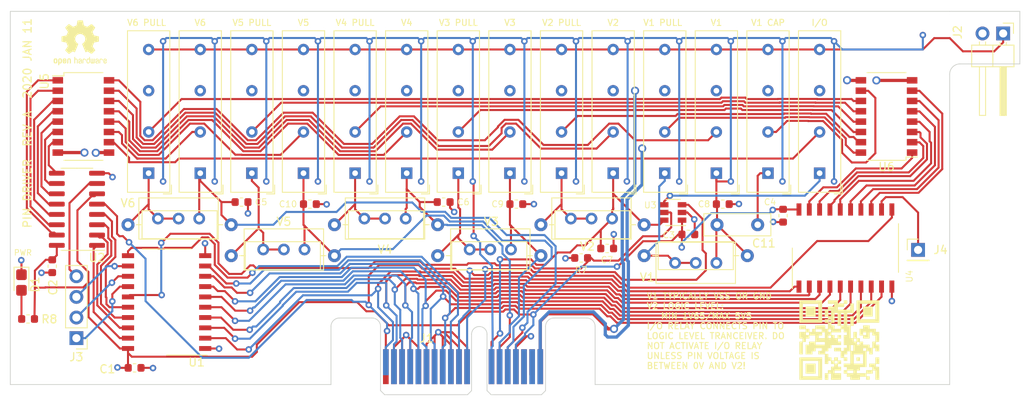
<source format=kicad_pcb>
(kicad_pcb (version 20171130) (host pcbnew "(5.1.5)-3")
  (layers (0 F.Cu signal) (1 In1.Cu power) (2 In2.Cu power) (31 B.Cu signal) (34 B.Paste user) (35 F.Paste user) (36 B.SilkS user) (37 F.SilkS user) (38 B.Mask user) (39 F.Mask user) (44 Edge.Cuts user))
  (net 0 "")
  (net 1 GNDREF)
  (net 2 +3V3)
  (net 3 /V6)
  (net 4 /V4)
  (net 5 /V3)
  (net 6 /V5)
  (net 7 "Net-(D1-Pad2)")
  (net 8 /D0)
  (net 9 /D1)
  (net 10 /D2)
  (net 11 /D3)
  (net 12 /D4)
  (net 13 /D5)
  (net 14 /D6)
  (net 15 /D7)
  (net 16 /R1CLK)
  (net 17 /R2CLK)
  (net 18 /IO)
  (net 19 /VRELAY_RTN)
  (net 20 /VRELAY)
  (net 21 /~OE)
  (net 22 /PIN)
  (net 23 /R1_V8)
  (net 24 /R1_SEL7)
  (net 25 /R1_SEL6)
  (net 26 /R1_SEL5)
  (net 27 /R2_V8)
  (net 28 /IO_PIN_DIR)
  (net 29 "Net-(U1-Pad19)")
  (net 30 "Net-(U1-Pad18)")
  (net 31 "Net-(U1-Pad17)")
  (net 32 "Net-(U1-Pad16)")
  (net 33 /R1_V1)
  (net 34 /R1_V2)
  (net 35 /R1_V3)
  (net 36 /R1_V4)
  (net 37 /R1_V5)
  (net 38 /R1_V6)
  (net 39 /R1_V7)
  (net 40 /R2_V1)
  (net 41 /R2_V2)
  (net 42 /R2_V3)
  (net 43 /R2_V4)
  (net 44 /R2_V5)
  (net 45 /R2_V6)
  (net 46 /R2_V7)
  (net 47 /V2)
  (net 48 /V1)
  (net 49 /PULL7)
  (net 50 "Net-(K1-Pad3)")
  (net 51 "Net-(K2-Pad3)")
  (net 52 "Net-(K3-Pad3)")
  (net 53 "Net-(K4-Pad3)")
  (net 54 "Net-(K5-Pad3)")
  (net 55 "Net-(K6-Pad3)")
  (net 56 /V7)
  (net 57 "Net-(K7-Pad3)")
  (net 58 /PULL1)
  (net 59 "Net-(K8-Pad3)")
  (net 60 /PULL2)
  (net 61 "Net-(K9-Pad3)")
  (net 62 /PULL3)
  (net 63 "Net-(K10-Pad3)")
  (net 64 /PULL4)
  (net 65 "Net-(K11-Pad3)")
  (net 66 /PULL5)
  (net 67 "Net-(K12-Pad3)")
  (net 68 /PULL6)
  (net 69 "Net-(K13-Pad3)")
  (net 70 "Net-(K14-Pad3)")
  (net 71 "Net-(J1-PadA17)")
  (net 72 "Net-(J1-PadA16)")
  (net 73 "Net-(J1-PadB17)")
  (net 74 "Net-(J1-PadB16)")
  (module Potentiometer_THT:Potentiometer_Bourns_3296W_Vertical (layer F.Cu) (at 68.961 144.653 180)
    (fp_text reference RV6 hide)
    (fp_text value 47k)
    (pad 3 thru_hole circle (at -5.08 0 180) (size 1.44 1.44) (drill 0.8) (layers *.Cu *.Mask) (net 3 /V6))
    (pad 2 thru_hole circle (at -2.54 0 180) (size 1.44 1.44) (drill 0.8) (layers *.Cu *.Mask) (net 68 /PULL6))
    (pad 1 thru_hole circle (at 0 0 180) (size 1.44 1.44) (drill 0.8) (layers *.Cu *.Mask) (net 68 /PULL6))
  )
  (module Potentiometer_THT:Potentiometer_Bourns_3296W_Vertical (layer F.Cu) (at 81.915 148.463 180)
    (fp_text reference RV5 hide)
    (fp_text value 47k)
    (pad 3 thru_hole circle (at -5.08 0 180) (size 1.44 1.44) (drill 0.8) (layers *.Cu *.Mask) (net 6 /V5))
    (pad 2 thru_hole circle (at -2.54 0 180) (size 1.44 1.44) (drill 0.8) (layers *.Cu *.Mask) (net 66 /PULL5))
    (pad 1 thru_hole circle (at 0 0 180) (size 1.44 1.44) (drill 0.8) (layers *.Cu *.Mask) (net 66 /PULL5))
  )
  (module Potentiometer_THT:Potentiometer_Bourns_3296W_Vertical (layer F.Cu) (at 94.361 144.653 180)
    (fp_text reference RV4 hide)
    (fp_text value 47k)
    (pad 3 thru_hole circle (at -5.08 0 180) (size 1.44 1.44) (drill 0.8) (layers *.Cu *.Mask) (net 4 /V4))
    (pad 2 thru_hole circle (at -2.54 0 180) (size 1.44 1.44) (drill 0.8) (layers *.Cu *.Mask) (net 64 /PULL4))
    (pad 1 thru_hole circle (at 0 0 180) (size 1.44 1.44) (drill 0.8) (layers *.Cu *.Mask) (net 64 /PULL4))
  )
  (module Potentiometer_THT:Potentiometer_Bourns_3296W_Vertical (layer F.Cu) (at 107.315 148.463 180)
    (fp_text reference RV3 hide)
    (fp_text value 47k)
    (pad 3 thru_hole circle (at -5.08 0 180) (size 1.44 1.44) (drill 0.8) (layers *.Cu *.Mask) (net 5 /V3))
    (pad 2 thru_hole circle (at -2.54 0 180) (size 1.44 1.44) (drill 0.8) (layers *.Cu *.Mask) (net 62 /PULL3))
    (pad 1 thru_hole circle (at 0 0 180) (size 1.44 1.44) (drill 0.8) (layers *.Cu *.Mask) (net 62 /PULL3))
  )
  (module Potentiometer_THT:Potentiometer_Bourns_3296W_Vertical (layer F.Cu) (at 119.761 144.653 180)
    (fp_text reference RV2 hide)
    (fp_text value 47k)
    (pad 3 thru_hole circle (at -5.08 0 180) (size 1.44 1.44) (drill 0.8) (layers *.Cu *.Mask) (net 47 /V2))
    (pad 2 thru_hole circle (at -2.54 0 180) (size 1.44 1.44) (drill 0.8) (layers *.Cu *.Mask) (net 60 /PULL2))
    (pad 1 thru_hole circle (at 0 0 180) (size 1.44 1.44) (drill 0.8) (layers *.Cu *.Mask) (net 60 /PULL2))
  )
  (module Potentiometer_THT:Potentiometer_Bourns_3296W_Vertical (layer F.Cu) (at 132.588 150.114 180)
    (fp_text reference RV1 hide)
    (fp_text value 47k)
    (pad 3 thru_hole circle (at -5.08 0 180) (size 1.44 1.44) (drill 0.8) (layers *.Cu *.Mask) (net 48 /V1))
    (pad 2 thru_hole circle (at -2.54 0 180) (size 1.44 1.44) (drill 0.8) (layers *.Cu *.Mask) (net 58 /PULL1))
    (pad 1 thru_hole circle (at 0 0 180) (size 1.44 1.44) (drill 0.8) (layers *.Cu *.Mask) (net 58 /PULL1))
  )
  (module pin_driver:rickroll_qr (layer F.Cu) (at 152.75 159.6)
    (fp_text reference Ref** hide)
    (fp_text value Val** hide)
  )
  (module Symbol:OSHW-Logo2_7.3x6mm_SilkScreen (layer F.Cu) (at 59.4 123)
    (fp_text reference REF** hide)
    (fp_text value OSHW-Logo2_7.3x6mm_SilkScreen hide)
  )
  (module Connector_PinHeader_2.54mm:PinHeader_1x02_P2.54mm_Horizontal (layer F.Cu) (at 172.95 121.85 270)
    (fp_text reference J2 (at -0.15 5.6 90) (layer F.SilkS))
    (fp_text value Conn_02x01)
    (pad 2 thru_hole oval (at 0 2.54 270) (size 1.7 1.7) (drill 1) (layers *.Cu *.Mask) (net 48 /V1))
    (pad 1 thru_hole rect (at 0 0 270) (size 1.7 1.7) (drill 1) (layers *.Cu *.Mask) (net 22 /PIN))
  )
  (module Connector_PCBEdge:BUS_PCIexpress_x1 (layer F.Cu) (at 97 162.9)
    (fp_text reference J1 (at 5 -3.5) (layer F.SilkS))
    (fp_text value Conn_02x18_Row_CapLetter_First)
    (fp_arc (start 11.5 -4) (end 12.45 -4) (angle -180) (layer Edge.Cuts) (width 0.1))
    (fp_line (start 19.65 2.95) (end 19.15 3.45) (layer Edge.Cuts) (width 0.1))
    (fp_line (start 12.45 2.95) (end 12.95 3.45) (layer Edge.Cuts) (width 0.1))
    (fp_line (start 10.55 2.95) (end 10.05 3.45) (layer Edge.Cuts) (width 0.1))
    (fp_line (start -0.65 2.95) (end -0.15 3.45) (layer Edge.Cuts) (width 0.1))
    (fp_line (start 12.95 3.45) (end 19.15 3.45) (layer Edge.Cuts) (width 0.1))
    (fp_line (start 19.65 -4.95) (end 19.65 2.95) (layer Edge.Cuts) (width 0.1))
    (fp_line (start -0.15 3.45) (end 10.05 3.45) (layer Edge.Cuts) (width 0.1))
    (fp_line (start -0.65 -4.95) (end -0.65 2.95) (layer Edge.Cuts) (width 0.1))
    (fp_line (start 12.45 -4) (end 12.45 2.95) (layer Edge.Cuts) (width 0.1))
    (fp_line (start 10.55 -4) (end 10.55 2.95) (layer Edge.Cuts) (width 0.1))
    (pad A13 connect rect (at 14 0) (size 0.7 4.3) (layers B.Cu B.Mask) (net 5 /V3))
    (pad A12 connect rect (at 13 0) (size 0.7 4.3) (layers B.Cu B.Mask) (net 48 /V1))
    (pad A18 connect rect (at 19 0) (size 0.7 4.3) (layers B.Cu B.Mask) (net 19 /VRELAY_RTN))
    (pad A17 connect rect (at 18 0) (size 0.7 4.3) (layers B.Cu B.Mask) (net 71 "Net-(J1-PadA17)"))
    (pad A16 connect rect (at 17 0) (size 0.7 4.3) (layers B.Cu B.Mask) (net 72 "Net-(J1-PadA16)"))
    (pad A15 connect rect (at 16 0) (size 0.7 4.3) (layers B.Cu B.Mask) (net 2 +3V3))
    (pad A14 connect rect (at 15 0) (size 0.7 4.3) (layers B.Cu B.Mask) (net 6 /V5))
    (pad A11 connect rect (at 10 0) (size 0.7 4.3) (layers B.Cu B.Mask) (net 18 /IO))
    (pad A10 connect rect (at 9 0) (size 0.7 4.3) (layers B.Cu B.Mask) (net 17 /R2CLK))
    (pad A9 connect rect (at 8 0) (size 0.7 4.3) (layers B.Cu B.Mask) (net 16 /R1CLK))
    (pad A8 connect rect (at 7 0) (size 0.7 4.3) (layers B.Cu B.Mask) (net 15 /D7))
    (pad A7 connect rect (at 6 0) (size 0.7 4.3) (layers B.Cu B.Mask) (net 14 /D6))
    (pad A6 connect rect (at 5 0) (size 0.7 4.3) (layers B.Cu B.Mask) (net 13 /D5))
    (pad A5 connect rect (at 4 0) (size 0.7 4.3) (layers B.Cu B.Mask) (net 12 /D4))
    (pad A4 connect rect (at 3 0) (size 0.7 4.3) (layers B.Cu B.Mask) (net 11 /D3))
    (pad A3 connect rect (at 2 0) (size 0.7 4.3) (layers B.Cu B.Mask) (net 10 /D2))
    (pad A2 connect rect (at 1 0) (size 0.7 4.3) (layers B.Cu B.Mask) (net 9 /D1))
    (pad A1 connect rect (at 0 -0.55) (size 0.7 3.2) (layers B.Cu B.Mask) (net 8 /D0))
    (pad B13 connect rect (at 14 0) (size 0.7 4.3) (layers F.Cu F.Mask) (net 4 /V4))
    (pad B12 connect rect (at 13 0) (size 0.7 4.3) (layers F.Cu F.Mask) (net 47 /V2))
    (pad B18 connect rect (at 19 0) (size 0.7 4.3) (layers F.Cu F.Mask) (net 20 /VRELAY))
    (pad B17 connect rect (at 18 -0.55) (size 0.7 3.2) (layers F.Cu F.Mask) (net 73 "Net-(J1-PadB17)"))
    (pad B16 connect rect (at 17 0) (size 0.7 4.3) (layers F.Cu F.Mask) (net 74 "Net-(J1-PadB16)"))
    (pad B15 connect rect (at 16 0) (size 0.7 4.3) (layers F.Cu F.Mask) (net 1 GNDREF))
    (pad B14 connect rect (at 15 0) (size 0.7 4.3) (layers F.Cu F.Mask) (net 3 /V6))
    (pad B11 connect rect (at 10 0) (size 0.7 4.3) (layers F.Cu F.Mask) (net 1 GNDREF))
    (pad B10 connect rect (at 9 0) (size 0.7 4.3) (layers F.Cu F.Mask) (net 1 GNDREF))
    (pad B9 connect rect (at 8 0) (size 0.7 4.3) (layers F.Cu F.Mask) (net 1 GNDREF))
    (pad B8 connect rect (at 7 0) (size 0.7 4.3) (layers F.Cu F.Mask) (net 1 GNDREF))
    (pad B7 connect rect (at 6 0) (size 0.7 4.3) (layers F.Cu F.Mask) (net 1 GNDREF))
    (pad B6 connect rect (at 5 0) (size 0.7 4.3) (layers F.Cu F.Mask) (net 1 GNDREF))
    (pad B5 connect rect (at 4 0) (size 0.7 4.3) (layers F.Cu F.Mask) (net 1 GNDREF))
    (pad B4 connect rect (at 3 0) (size 0.7 4.3) (layers F.Cu F.Mask) (net 1 GNDREF))
    (pad B3 connect rect (at 2 0) (size 0.7 4.3) (layers F.Cu F.Mask) (net 1 GNDREF))
    (pad B2 connect rect (at 1 0) (size 0.7 4.3) (layers F.Cu F.Mask) (net 1 GNDREF))
    (pad B1 connect rect (at 0 0) (size 0.7 4.3) (layers F.Cu F.Mask) (net 21 /~OE))
  )
  (module Package_SO:SOP-16_4.4x10.4mm_P1.27mm (layer F.Cu) (at 158.598 132.075 180)
    (fp_text reference U6 (at 0 -6.2) (layer F.SilkS))
    (fp_text value ULN2003A)
    (pad 16 smd rect (at 3.15 -4.45 180) (size 1.3 0.8) (layers F.Cu F.Paste F.Mask) (net 59 "Net-(K8-Pad3)"))
    (pad 15 smd rect (at 3.15 -3.17 180) (size 1.3 0.8) (layers F.Cu F.Paste F.Mask) (net 61 "Net-(K9-Pad3)"))
    (pad 14 smd rect (at 3.15 -1.91 180) (size 1.3 0.8) (layers F.Cu F.Paste F.Mask) (net 63 "Net-(K10-Pad3)"))
    (pad 13 smd rect (at 3.15 -0.64 180) (size 1.3 0.8) (layers F.Cu F.Paste F.Mask) (net 65 "Net-(K11-Pad3)"))
    (pad 12 smd rect (at 3.15 0.64 180) (size 1.3 0.8) (layers F.Cu F.Paste F.Mask) (net 67 "Net-(K12-Pad3)"))
    (pad 11 smd rect (at 3.15 1.91 180) (size 1.3 0.8) (layers F.Cu F.Paste F.Mask) (net 69 "Net-(K13-Pad3)"))
    (pad 10 smd rect (at 3.15 3.17 180) (size 1.3 0.8) (layers F.Cu F.Paste F.Mask) (net 70 "Net-(K14-Pad3)"))
    (pad 9 smd rect (at 3.15 4.45 180) (size 1.3 0.8) (layers F.Cu F.Paste F.Mask) (net 20 /VRELAY))
    (pad 8 smd rect (at -3.15 4.45 180) (size 1.3 0.8) (layers F.Cu F.Paste F.Mask) (net 19 /VRELAY_RTN))
    (pad 7 smd rect (at -3.15 3.17 180) (size 1.3 0.8) (layers F.Cu F.Paste F.Mask) (net 46 /R2_V7))
    (pad 6 smd rect (at -3.15 1.91 180) (size 1.3 0.8) (layers F.Cu F.Paste F.Mask) (net 45 /R2_V6))
    (pad 5 smd rect (at -3.15 0.64 180) (size 1.3 0.8) (layers F.Cu F.Paste F.Mask) (net 44 /R2_V5))
    (pad 4 smd rect (at -3.15 -0.64 180) (size 1.3 0.8) (layers F.Cu F.Paste F.Mask) (net 43 /R2_V4))
    (pad 3 smd rect (at -3.15 -1.91 180) (size 1.3 0.8) (layers F.Cu F.Paste F.Mask) (net 42 /R2_V3))
    (pad 2 smd rect (at -3.15 -3.17 180) (size 1.3 0.8) (layers F.Cu F.Paste F.Mask) (net 41 /R2_V2))
    (pad 1 smd rect (at -3.15 -4.45 180) (size 1.3 0.8) (layers F.Cu F.Paste F.Mask) (net 40 /R2_V1))
  )
  (module Package_SO:SOP-16_4.4x10.4mm_P1.27mm (layer F.Cu) (at 59.792 132.075)
    (fp_text reference U5 (at -4.792 -4.325 90) (layer F.SilkS))
    (fp_text value ULN2003A)
    (pad 16 smd rect (at 3.15 -4.45) (size 1.3 0.8) (layers F.Cu F.Paste F.Mask) (net 50 "Net-(K1-Pad3)"))
    (pad 15 smd rect (at 3.15 -3.17) (size 1.3 0.8) (layers F.Cu F.Paste F.Mask) (net 51 "Net-(K2-Pad3)"))
    (pad 14 smd rect (at 3.15 -1.91) (size 1.3 0.8) (layers F.Cu F.Paste F.Mask) (net 52 "Net-(K3-Pad3)"))
    (pad 13 smd rect (at 3.15 -0.64) (size 1.3 0.8) (layers F.Cu F.Paste F.Mask) (net 53 "Net-(K4-Pad3)"))
    (pad 12 smd rect (at 3.15 0.64) (size 1.3 0.8) (layers F.Cu F.Paste F.Mask) (net 54 "Net-(K5-Pad3)"))
    (pad 11 smd rect (at 3.15 1.91) (size 1.3 0.8) (layers F.Cu F.Paste F.Mask) (net 55 "Net-(K6-Pad3)"))
    (pad 10 smd rect (at 3.15 3.17) (size 1.3 0.8) (layers F.Cu F.Paste F.Mask) (net 57 "Net-(K7-Pad3)"))
    (pad 9 smd rect (at 3.15 4.45) (size 1.3 0.8) (layers F.Cu F.Paste F.Mask) (net 20 /VRELAY))
    (pad 8 smd rect (at -3.15 4.45) (size 1.3 0.8) (layers F.Cu F.Paste F.Mask) (net 19 /VRELAY_RTN))
    (pad 7 smd rect (at -3.15 3.17) (size 1.3 0.8) (layers F.Cu F.Paste F.Mask) (net 39 /R1_V7))
    (pad 6 smd rect (at -3.15 1.91) (size 1.3 0.8) (layers F.Cu F.Paste F.Mask) (net 38 /R1_V6))
    (pad 5 smd rect (at -3.15 0.64) (size 1.3 0.8) (layers F.Cu F.Paste F.Mask) (net 37 /R1_V5))
    (pad 4 smd rect (at -3.15 -0.64) (size 1.3 0.8) (layers F.Cu F.Paste F.Mask) (net 36 /R1_V4))
    (pad 3 smd rect (at -3.15 -1.91) (size 1.3 0.8) (layers F.Cu F.Paste F.Mask) (net 35 /R1_V3))
    (pad 2 smd rect (at -3.15 -3.17) (size 1.3 0.8) (layers F.Cu F.Paste F.Mask) (net 34 /R1_V2))
    (pad 1 smd rect (at -3.15 -4.45) (size 1.3 0.8) (layers F.Cu F.Paste F.Mask) (net 33 /R1_V1))
  )
  (module Resistor_SMD:R_0603_1608Metric (layer F.Cu) (at 121.0311 149.5044)
    (fp_text reference R7 (at -0.0001 1.4986) (layer F.SilkS) (effects (font (size 0.762 0.762) (thickness 0.1016))))
    (fp_text value 1k)
    (pad 2 smd roundrect (at 0.7875 0) (size 0.875 0.95) (layers F.Cu F.Paste F.Mask) (net 28 /IO_PIN_DIR))
    (pad 1 smd roundrect (at -0.7875 0) (size 0.875 0.95) (layers F.Cu F.Paste F.Mask) (net 1 GNDREF))
  )
  (module Package_SO:SO-20_12.8x7.5mm_P1.27mm (layer F.Cu) (at 153.543 148.285 90)
    (fp_text reference U4 (at -3.48 7.874 90) (layer F.SilkS) (effects (font (size 0.762 0.762) (thickness 0.1016))))
    (fp_text value 74HCT574)
    (pad 20 smd rect (at 4.75 -5.715 90) (size 1.5 0.6) (layers F.Cu F.Paste F.Mask) (net 2 +3V3))
    (pad 19 smd rect (at 4.75 -4.445 90) (size 1.5 0.6) (layers F.Cu F.Paste F.Mask) (net 40 /R2_V1))
    (pad 18 smd rect (at 4.75 -3.175 90) (size 1.5 0.6) (layers F.Cu F.Paste F.Mask) (net 41 /R2_V2))
    (pad 17 smd rect (at 4.75 -1.905 90) (size 1.5 0.6) (layers F.Cu F.Paste F.Mask) (net 42 /R2_V3))
    (pad 16 smd rect (at 4.75 -0.635 90) (size 1.5 0.6) (layers F.Cu F.Paste F.Mask) (net 43 /R2_V4))
    (pad 15 smd rect (at 4.75 0.635 90) (size 1.5 0.6) (layers F.Cu F.Paste F.Mask) (net 44 /R2_V5))
    (pad 14 smd rect (at 4.75 1.905 90) (size 1.5 0.6) (layers F.Cu F.Paste F.Mask) (net 45 /R2_V6))
    (pad 13 smd rect (at 4.75 3.175 90) (size 1.5 0.6) (layers F.Cu F.Paste F.Mask) (net 46 /R2_V7))
    (pad 12 smd rect (at 4.75 4.445 90) (size 1.5 0.6) (layers F.Cu F.Paste F.Mask) (net 27 /R2_V8))
    (pad 11 smd rect (at 4.75 5.715 90) (size 1.5 0.6) (layers F.Cu F.Paste F.Mask) (net 17 /R2CLK))
    (pad 10 smd rect (at -4.75 5.715 90) (size 1.5 0.6) (layers F.Cu F.Paste F.Mask) (net 1 GNDREF))
    (pad 9 smd rect (at -4.75 4.445 90) (size 1.5 0.6) (layers F.Cu F.Paste F.Mask) (net 15 /D7))
    (pad 8 smd rect (at -4.75 3.175 90) (size 1.5 0.6) (layers F.Cu F.Paste F.Mask) (net 14 /D6))
    (pad 7 smd rect (at -4.75 1.905 90) (size 1.5 0.6) (layers F.Cu F.Paste F.Mask) (net 13 /D5))
    (pad 1 smd rect (at -4.75 -5.715 90) (size 1.5 0.6) (layers F.Cu F.Paste F.Mask) (net 21 /~OE))
    (pad 2 smd rect (at -4.75 -4.445 90) (size 1.5 0.6) (layers F.Cu F.Paste F.Mask) (net 8 /D0))
    (pad 3 smd rect (at -4.75 -3.175 90) (size 1.5 0.6) (layers F.Cu F.Paste F.Mask) (net 9 /D1))
    (pad 4 smd rect (at -4.75 -1.905 90) (size 1.5 0.6) (layers F.Cu F.Paste F.Mask) (net 10 /D2))
    (pad 5 smd rect (at -4.75 -0.635 90) (size 1.5 0.6) (layers F.Cu F.Paste F.Mask) (net 11 /D3))
    (pad 6 smd rect (at -4.75 0.635 90) (size 1.5 0.6) (layers F.Cu F.Paste F.Mask) (net 12 /D4))
  )
  (module Package_TO_SOT_SMD:SOT-23-6 (layer F.Cu) (at 132.3418 143.9012 180)
    (fp_text reference U3 (at 2.8018 0.8992 180) (layer F.SilkS) (effects (font (size 0.762 0.762) (thickness 0.1016))))
    (fp_text value SN74LVC1T45DBV)
    (pad 5 smd rect (at 1.1 0 180) (size 1.06 0.65) (layers F.Cu F.Paste F.Mask) (net 28 /IO_PIN_DIR))
    (pad 6 smd rect (at 1.1 -0.95 180) (size 1.06 0.65) (layers F.Cu F.Paste F.Mask) (net 47 /V2))
    (pad 4 smd rect (at 1.1 0.95 180) (size 1.06 0.65) (layers F.Cu F.Paste F.Mask) (net 56 /V7))
    (pad 3 smd rect (at -1.1 0.95 180) (size 1.06 0.65) (layers F.Cu F.Paste F.Mask) (net 18 /IO))
    (pad 2 smd rect (at -1.1 0 180) (size 1.06 0.65) (layers F.Cu F.Paste F.Mask) (net 1 GNDREF))
    (pad 1 smd rect (at -1.1 -0.95 180) (size 1.06 0.65) (layers F.Cu F.Paste F.Mask) (net 2 +3V3))
  )
  (module Package_SO:SOIC-16_3.9x9.9mm_P1.27mm (layer F.Cu) (at 58.993 143.51 180)
    (fp_text reference U2 (at -2.475 -5.969) (layer F.SilkS))
    (fp_text value 74HC237)
    (pad 16 smd roundrect (at 2.475 -4.445 180) (size 1.95 0.6) (layers F.Cu F.Paste F.Mask) (net 2 +3V3))
    (pad 15 smd roundrect (at 2.475 -3.175 180) (size 1.95 0.6) (layers F.Cu F.Paste F.Mask) (net 33 /R1_V1))
    (pad 14 smd roundrect (at 2.475 -1.905 180) (size 1.95 0.6) (layers F.Cu F.Paste F.Mask) (net 34 /R1_V2))
    (pad 13 smd roundrect (at 2.475 -0.635 180) (size 1.95 0.6) (layers F.Cu F.Paste F.Mask) (net 35 /R1_V3))
    (pad 12 smd roundrect (at 2.475 0.635 180) (size 1.95 0.6) (layers F.Cu F.Paste F.Mask) (net 36 /R1_V4))
    (pad 11 smd roundrect (at 2.475 1.905 180) (size 1.95 0.6) (layers F.Cu F.Paste F.Mask) (net 37 /R1_V5))
    (pad 10 smd roundrect (at 2.475 3.175 180) (size 1.95 0.6) (layers F.Cu F.Paste F.Mask) (net 38 /R1_V6))
    (pad 9 smd roundrect (at 2.475 4.445 180) (size 1.95 0.6) (layers F.Cu F.Paste F.Mask) (net 39 /R1_V7))
    (pad 8 smd roundrect (at -2.475 4.445 180) (size 1.95 0.6) (layers F.Cu F.Paste F.Mask) (net 1 GNDREF))
    (pad 7 smd roundrect (at -2.475 3.175 180) (size 1.95 0.6) (layers F.Cu F.Paste F.Mask) (net 23 /R1_V8))
    (pad 6 smd roundrect (at -2.475 1.905 180) (size 1.95 0.6) (layers F.Cu F.Paste F.Mask) (net 2 +3V3))
    (pad 5 smd roundrect (at -2.475 0.635 180) (size 1.95 0.6) (layers F.Cu F.Paste F.Mask) (net 21 /~OE))
    (pad 4 smd roundrect (at -2.475 -0.635 180) (size 1.95 0.6) (layers F.Cu F.Paste F.Mask) (net 32 "Net-(U1-Pad16)"))
    (pad 3 smd roundrect (at -2.475 -1.905 180) (size 1.95 0.6) (layers F.Cu F.Paste F.Mask) (net 31 "Net-(U1-Pad17)"))
    (pad 2 smd roundrect (at -2.475 -3.175 180) (size 1.95 0.6) (layers F.Cu F.Paste F.Mask) (net 30 "Net-(U1-Pad18)"))
    (pad 1 smd roundrect (at -2.475 -4.445 180) (size 1.95 0.6) (layers F.Cu F.Paste F.Mask) (net 29 "Net-(U1-Pad19)"))
  )
  (module Package_SO:SO-20_12.8x7.5mm_P1.27mm (layer F.Cu) (at 70.028 154.94 180)
    (fp_text reference U1 (at -3.69 -7.42) (layer F.SilkS))
    (fp_text value 74HCT574)
    (pad 20 smd rect (at 4.75 -5.715 180) (size 1.5 0.6) (layers F.Cu F.Paste F.Mask) (net 2 +3V3))
    (pad 19 smd rect (at 4.75 -4.445 180) (size 1.5 0.6) (layers F.Cu F.Paste F.Mask) (net 29 "Net-(U1-Pad19)"))
    (pad 18 smd rect (at 4.75 -3.175 180) (size 1.5 0.6) (layers F.Cu F.Paste F.Mask) (net 30 "Net-(U1-Pad18)"))
    (pad 17 smd rect (at 4.75 -1.905 180) (size 1.5 0.6) (layers F.Cu F.Paste F.Mask) (net 31 "Net-(U1-Pad17)"))
    (pad 16 smd rect (at 4.75 -0.635 180) (size 1.5 0.6) (layers F.Cu F.Paste F.Mask) (net 32 "Net-(U1-Pad16)"))
    (pad 15 smd rect (at 4.75 0.635 180) (size 1.5 0.6) (layers F.Cu F.Paste F.Mask) (net 28 /IO_PIN_DIR))
    (pad 14 smd rect (at 4.75 1.905 180) (size 1.5 0.6) (layers F.Cu F.Paste F.Mask) (net 26 /R1_SEL5))
    (pad 13 smd rect (at 4.75 3.175 180) (size 1.5 0.6) (layers F.Cu F.Paste F.Mask) (net 25 /R1_SEL6))
    (pad 12 smd rect (at 4.75 4.445 180) (size 1.5 0.6) (layers F.Cu F.Paste F.Mask) (net 24 /R1_SEL7))
    (pad 11 smd rect (at 4.75 5.715 180) (size 1.5 0.6) (layers F.Cu F.Paste F.Mask) (net 16 /R1CLK))
    (pad 10 smd rect (at -4.75 5.715 180) (size 1.5 0.6) (layers F.Cu F.Paste F.Mask) (net 1 GNDREF))
    (pad 9 smd rect (at -4.75 4.445 180) (size 1.5 0.6) (layers F.Cu F.Paste F.Mask) (net 15 /D7))
    (pad 8 smd rect (at -4.75 3.175 180) (size 1.5 0.6) (layers F.Cu F.Paste F.Mask) (net 14 /D6))
    (pad 7 smd rect (at -4.75 1.905 180) (size 1.5 0.6) (layers F.Cu F.Paste F.Mask) (net 13 /D5))
    (pad 1 smd rect (at -4.75 -5.715 180) (size 1.5 0.6) (layers F.Cu F.Paste F.Mask) (net 1 GNDREF))
    (pad 2 smd rect (at -4.75 -4.445 180) (size 1.5 0.6) (layers F.Cu F.Paste F.Mask) (net 8 /D0))
    (pad 3 smd rect (at -4.75 -3.175 180) (size 1.5 0.6) (layers F.Cu F.Paste F.Mask) (net 9 /D1))
    (pad 4 smd rect (at -4.75 -1.905 180) (size 1.5 0.6) (layers F.Cu F.Paste F.Mask) (net 10 /D2))
    (pad 5 smd rect (at -4.75 -0.635 180) (size 1.5 0.6) (layers F.Cu F.Paste F.Mask) (net 11 /D3))
    (pad 6 smd rect (at -4.75 0.635 180) (size 1.5 0.6) (layers F.Cu F.Paste F.Mask) (net 12 /D4))
  )
  (module Resistor_SMD:R_0603_1608Metric (layer F.Cu) (at 52.9845 157.0228)
    (fp_text reference R8 (at 2.6155 0.0272) (layer F.SilkS))
    (fp_text value 1k)
    (pad 2 smd roundrect (at 0.7875 0) (size 0.875 0.95) (layers F.Cu F.Paste F.Mask) (net 2 +3V3))
    (pad 1 smd roundrect (at -0.7875 0) (size 0.875 0.95) (layers F.Cu F.Paste F.Mask) (net 7 "Net-(D1-Pad2)"))
  )
  (module Resistor_THT:R_Axial_DIN0309_L9.0mm_D3.2mm_P12.70mm_Horizontal (layer F.Cu) (at 65.278 145.415)
    (fp_text reference R6 hide)
    (fp_text value 1k)
    (pad 2 thru_hole oval (at 12.7 0) (size 1.6 1.6) (drill 0.8) (layers *.Cu *.Mask) (net 3 /V6))
    (pad 1 thru_hole circle (at 0 0) (size 1.6 1.6) (drill 0.8) (layers *.Cu *.Mask) (net 68 /PULL6))
  )
  (module Resistor_THT:R_Axial_DIN0309_L9.0mm_D3.2mm_P12.70mm_Horizontal (layer F.Cu) (at 77.978 149.225)
    (fp_text reference R5 hide)
    (fp_text value 1k)
    (pad 2 thru_hole oval (at 12.7 0) (size 1.6 1.6) (drill 0.8) (layers *.Cu *.Mask) (net 6 /V5))
    (pad 1 thru_hole circle (at 0 0) (size 1.6 1.6) (drill 0.8) (layers *.Cu *.Mask) (net 66 /PULL5))
  )
  (module Resistor_THT:R_Axial_DIN0309_L9.0mm_D3.2mm_P12.70mm_Horizontal (layer F.Cu) (at 90.678 145.415)
    (fp_text reference R4 hide)
    (fp_text value 1k)
    (pad 2 thru_hole oval (at 12.7 0) (size 1.6 1.6) (drill 0.8) (layers *.Cu *.Mask) (net 4 /V4))
    (pad 1 thru_hole circle (at 0 0) (size 1.6 1.6) (drill 0.8) (layers *.Cu *.Mask) (net 64 /PULL4))
  )
  (module Resistor_THT:R_Axial_DIN0309_L9.0mm_D3.2mm_P12.70mm_Horizontal (layer F.Cu) (at 103.378 149.225)
    (fp_text reference R3 hide)
    (fp_text value 1k)
    (pad 2 thru_hole oval (at 12.7 0) (size 1.6 1.6) (drill 0.8) (layers *.Cu *.Mask) (net 5 /V3))
    (pad 1 thru_hole circle (at 0 0) (size 1.6 1.6) (drill 0.8) (layers *.Cu *.Mask) (net 62 /PULL3))
  )
  (module Resistor_THT:R_Axial_DIN0309_L9.0mm_D3.2mm_P12.70mm_Horizontal (layer F.Cu) (at 116.078 145.415)
    (fp_text reference R2 hide)
    (fp_text value 1k)
    (pad 2 thru_hole oval (at 12.7 0) (size 1.6 1.6) (drill 0.8) (layers *.Cu *.Mask) (net 47 /V2))
    (pad 1 thru_hole circle (at 0 0) (size 1.6 1.6) (drill 0.8) (layers *.Cu *.Mask) (net 60 /PULL2))
  )
  (module Resistor_THT:R_Axial_DIN0309_L9.0mm_D3.2mm_P12.70mm_Horizontal (layer F.Cu) (at 128.778 149.225)
    (fp_text reference R1 hide)
    (fp_text value 1k)
    (pad 2 thru_hole oval (at 12.7 0) (size 1.6 1.6) (drill 0.8) (layers *.Cu *.Mask) (net 48 /V1))
    (pad 1 thru_hole circle (at 0 0) (size 1.6 1.6) (drill 0.8) (layers *.Cu *.Mask) (net 58 /PULL1))
  )
  (module Relay_THT:Relay_SPST_StandexMeder_SIL_Form1A (layer F.Cu) (at 144.018 139.065 90)
    (fp_text reference K14 hide)
    (fp_text value SILxx-1Axx-71x)
    (pad 1 thru_hole rect (at 0 0 90) (size 1.4 1.4) (drill 0.7) (layers *.Cu *.Mask) (net 49 /PULL7))
    (pad 3 thru_hole circle (at 5.08 0 90) (size 1.4 1.4) (drill 0.7) (layers *.Cu *.Mask) (net 70 "Net-(K14-Pad3)"))
    (pad 5 thru_hole circle (at 10.16 0 90) (size 1.4 1.4) (drill 0.7) (layers *.Cu *.Mask) (net 20 /VRELAY))
    (pad 7 thru_hole circle (at 15.24 0 90) (size 1.4 1.4) (drill 0.7) (layers *.Cu *.Mask) (net 22 /PIN))
  )
  (module Relay_THT:Relay_SPST_StandexMeder_SIL_Form1A (layer F.Cu) (at 67.818 139.065 90)
    (fp_text reference K13 hide)
    (fp_text value SILxx-1Axx-71x)
    (pad 1 thru_hole rect (at 0 0 90) (size 1.4 1.4) (drill 0.7) (layers *.Cu *.Mask) (net 68 /PULL6))
    (pad 3 thru_hole circle (at 5.08 0 90) (size 1.4 1.4) (drill 0.7) (layers *.Cu *.Mask) (net 69 "Net-(K13-Pad3)"))
    (pad 5 thru_hole circle (at 10.16 0 90) (size 1.4 1.4) (drill 0.7) (layers *.Cu *.Mask) (net 20 /VRELAY))
    (pad 7 thru_hole circle (at 15.24 0 90) (size 1.4 1.4) (drill 0.7) (layers *.Cu *.Mask) (net 22 /PIN))
  )
  (module Relay_THT:Relay_SPST_StandexMeder_SIL_Form1A (layer F.Cu) (at 80.518 139.065 90)
    (fp_text reference K12 hide)
    (fp_text value SILxx-1Axx-71x)
    (pad 1 thru_hole rect (at 0 0 90) (size 1.4 1.4) (drill 0.7) (layers *.Cu *.Mask) (net 66 /PULL5))
    (pad 3 thru_hole circle (at 5.08 0 90) (size 1.4 1.4) (drill 0.7) (layers *.Cu *.Mask) (net 67 "Net-(K12-Pad3)"))
    (pad 5 thru_hole circle (at 10.16 0 90) (size 1.4 1.4) (drill 0.7) (layers *.Cu *.Mask) (net 20 /VRELAY))
    (pad 7 thru_hole circle (at 15.24 0 90) (size 1.4 1.4) (drill 0.7) (layers *.Cu *.Mask) (net 22 /PIN))
  )
  (module Relay_THT:Relay_SPST_StandexMeder_SIL_Form1A (layer F.Cu) (at 93.218 139.065 90)
    (fp_text reference K11 hide)
    (fp_text value SILxx-1Axx-71x)
    (pad 1 thru_hole rect (at 0 0 90) (size 1.4 1.4) (drill 0.7) (layers *.Cu *.Mask) (net 64 /PULL4))
    (pad 3 thru_hole circle (at 5.08 0 90) (size 1.4 1.4) (drill 0.7) (layers *.Cu *.Mask) (net 65 "Net-(K11-Pad3)"))
    (pad 5 thru_hole circle (at 10.16 0 90) (size 1.4 1.4) (drill 0.7) (layers *.Cu *.Mask) (net 20 /VRELAY))
    (pad 7 thru_hole circle (at 15.24 0 90) (size 1.4 1.4) (drill 0.7) (layers *.Cu *.Mask) (net 22 /PIN))
  )
  (module Relay_THT:Relay_SPST_StandexMeder_SIL_Form1A (layer F.Cu) (at 105.918 139.065 90)
    (fp_text reference K10 hide)
    (fp_text value SILxx-1Axx-71x)
    (pad 1 thru_hole rect (at 0 0 90) (size 1.4 1.4) (drill 0.7) (layers *.Cu *.Mask) (net 62 /PULL3))
    (pad 3 thru_hole circle (at 5.08 0 90) (size 1.4 1.4) (drill 0.7) (layers *.Cu *.Mask) (net 63 "Net-(K10-Pad3)"))
    (pad 5 thru_hole circle (at 10.16 0 90) (size 1.4 1.4) (drill 0.7) (layers *.Cu *.Mask) (net 20 /VRELAY))
    (pad 7 thru_hole circle (at 15.24 0 90) (size 1.4 1.4) (drill 0.7) (layers *.Cu *.Mask) (net 22 /PIN))
  )
  (module Relay_THT:Relay_SPST_StandexMeder_SIL_Form1A (layer F.Cu) (at 118.618 139.065 90)
    (fp_text reference K9 hide)
    (fp_text value SILxx-1Axx-71x)
    (pad 1 thru_hole rect (at 0 0 90) (size 1.4 1.4) (drill 0.7) (layers *.Cu *.Mask) (net 60 /PULL2))
    (pad 3 thru_hole circle (at 5.08 0 90) (size 1.4 1.4) (drill 0.7) (layers *.Cu *.Mask) (net 61 "Net-(K9-Pad3)"))
    (pad 5 thru_hole circle (at 10.16 0 90) (size 1.4 1.4) (drill 0.7) (layers *.Cu *.Mask) (net 20 /VRELAY))
    (pad 7 thru_hole circle (at 15.24 0 90) (size 1.4 1.4) (drill 0.7) (layers *.Cu *.Mask) (net 22 /PIN))
  )
  (module Relay_THT:Relay_SPST_StandexMeder_SIL_Form1A (layer F.Cu) (at 131.318 139.065 90)
    (fp_text reference K8 hide)
    (fp_text value SILxx-1Axx-71x)
    (pad 1 thru_hole rect (at 0 0 90) (size 1.4 1.4) (drill 0.7) (layers *.Cu *.Mask) (net 58 /PULL1))
    (pad 3 thru_hole circle (at 5.08 0 90) (size 1.4 1.4) (drill 0.7) (layers *.Cu *.Mask) (net 59 "Net-(K8-Pad3)"))
    (pad 5 thru_hole circle (at 10.16 0 90) (size 1.4 1.4) (drill 0.7) (layers *.Cu *.Mask) (net 20 /VRELAY))
    (pad 7 thru_hole circle (at 15.24 0 90) (size 1.4 1.4) (drill 0.7) (layers *.Cu *.Mask) (net 22 /PIN))
  )
  (module Relay_THT:Relay_SPST_StandexMeder_SIL_Form1A (layer F.Cu) (at 150.368 139.065 90)
    (fp_text reference K7 hide)
    (fp_text value SILxx-1Axx-71x)
    (pad 1 thru_hole rect (at 0 0 90) (size 1.4 1.4) (drill 0.7) (layers *.Cu *.Mask) (net 56 /V7))
    (pad 3 thru_hole circle (at 5.08 0 90) (size 1.4 1.4) (drill 0.7) (layers *.Cu *.Mask) (net 57 "Net-(K7-Pad3)"))
    (pad 5 thru_hole circle (at 10.16 0 90) (size 1.4 1.4) (drill 0.7) (layers *.Cu *.Mask) (net 20 /VRELAY))
    (pad 7 thru_hole circle (at 15.24 0 90) (size 1.4 1.4) (drill 0.7) (layers *.Cu *.Mask) (net 22 /PIN))
  )
  (module Relay_THT:Relay_SPST_StandexMeder_SIL_Form1A (layer F.Cu) (at 74.168 139.065 90)
    (fp_text reference K6 hide)
    (fp_text value SILxx-1Axx-71x)
    (pad 1 thru_hole rect (at 0 0 90) (size 1.4 1.4) (drill 0.7) (layers *.Cu *.Mask) (net 3 /V6))
    (pad 3 thru_hole circle (at 5.08 0 90) (size 1.4 1.4) (drill 0.7) (layers *.Cu *.Mask) (net 55 "Net-(K6-Pad3)"))
    (pad 5 thru_hole circle (at 10.16 0 90) (size 1.4 1.4) (drill 0.7) (layers *.Cu *.Mask) (net 20 /VRELAY))
    (pad 7 thru_hole circle (at 15.24 0 90) (size 1.4 1.4) (drill 0.7) (layers *.Cu *.Mask) (net 22 /PIN))
  )
  (module Relay_THT:Relay_SPST_StandexMeder_SIL_Form1A (layer F.Cu) (at 86.868 139.065 90)
    (fp_text reference K5 hide)
    (fp_text value SILxx-1Axx-71x)
    (pad 1 thru_hole rect (at 0 0 90) (size 1.4 1.4) (drill 0.7) (layers *.Cu *.Mask) (net 6 /V5))
    (pad 3 thru_hole circle (at 5.08 0 90) (size 1.4 1.4) (drill 0.7) (layers *.Cu *.Mask) (net 54 "Net-(K5-Pad3)"))
    (pad 5 thru_hole circle (at 10.16 0 90) (size 1.4 1.4) (drill 0.7) (layers *.Cu *.Mask) (net 20 /VRELAY))
    (pad 7 thru_hole circle (at 15.24 0 90) (size 1.4 1.4) (drill 0.7) (layers *.Cu *.Mask) (net 22 /PIN))
  )
  (module Relay_THT:Relay_SPST_StandexMeder_SIL_Form1A (layer F.Cu) (at 99.568 139.065 90)
    (fp_text reference K4 hide)
    (fp_text value SILxx-1Axx-71x)
    (pad 1 thru_hole rect (at 0 0 90) (size 1.4 1.4) (drill 0.7) (layers *.Cu *.Mask) (net 4 /V4))
    (pad 3 thru_hole circle (at 5.08 0 90) (size 1.4 1.4) (drill 0.7) (layers *.Cu *.Mask) (net 53 "Net-(K4-Pad3)"))
    (pad 5 thru_hole circle (at 10.16 0 90) (size 1.4 1.4) (drill 0.7) (layers *.Cu *.Mask) (net 20 /VRELAY))
    (pad 7 thru_hole circle (at 15.24 0 90) (size 1.4 1.4) (drill 0.7) (layers *.Cu *.Mask) (net 22 /PIN))
  )
  (module Relay_THT:Relay_SPST_StandexMeder_SIL_Form1A (layer F.Cu) (at 112.268 139.065 90)
    (fp_text reference K3 hide)
    (fp_text value SILxx-1Axx-71x)
    (pad 1 thru_hole rect (at 0 0 90) (size 1.4 1.4) (drill 0.7) (layers *.Cu *.Mask) (net 5 /V3))
    (pad 3 thru_hole circle (at 5.08 0 90) (size 1.4 1.4) (drill 0.7) (layers *.Cu *.Mask) (net 52 "Net-(K3-Pad3)"))
    (pad 5 thru_hole circle (at 10.16 0 90) (size 1.4 1.4) (drill 0.7) (layers *.Cu *.Mask) (net 20 /VRELAY))
    (pad 7 thru_hole circle (at 15.24 0 90) (size 1.4 1.4) (drill 0.7) (layers *.Cu *.Mask) (net 22 /PIN))
  )
  (module Relay_THT:Relay_SPST_StandexMeder_SIL_Form1A (layer F.Cu) (at 124.968 139.065 90)
    (fp_text reference K2 hide)
    (fp_text value SILxx-1Axx-71x)
    (pad 1 thru_hole rect (at 0 0 90) (size 1.4 1.4) (drill 0.7) (layers *.Cu *.Mask) (net 47 /V2))
    (pad 3 thru_hole circle (at 5.08 0 90) (size 1.4 1.4) (drill 0.7) (layers *.Cu *.Mask) (net 51 "Net-(K2-Pad3)"))
    (pad 5 thru_hole circle (at 10.16 0 90) (size 1.4 1.4) (drill 0.7) (layers *.Cu *.Mask) (net 20 /VRELAY))
    (pad 7 thru_hole circle (at 15.24 0 90) (size 1.4 1.4) (drill 0.7) (layers *.Cu *.Mask) (net 22 /PIN))
  )
  (module Relay_THT:Relay_SPST_StandexMeder_SIL_Form1A (layer F.Cu) (at 137.668 139.065 90)
    (fp_text reference K1 hide)
    (fp_text value SILxx-1Axx-71x)
    (pad 1 thru_hole rect (at 0 0 90) (size 1.4 1.4) (drill 0.7) (layers *.Cu *.Mask) (net 48 /V1))
    (pad 3 thru_hole circle (at 5.08 0 90) (size 1.4 1.4) (drill 0.7) (layers *.Cu *.Mask) (net 50 "Net-(K1-Pad3)"))
    (pad 5 thru_hole circle (at 10.16 0 90) (size 1.4 1.4) (drill 0.7) (layers *.Cu *.Mask) (net 20 /VRELAY))
    (pad 7 thru_hole circle (at 15.24 0 90) (size 1.4 1.4) (drill 0.7) (layers *.Cu *.Mask) (net 22 /PIN))
  )
  (module Connector_PinHeader_2.54mm:PinHeader_1x01_P2.54mm_Vertical (layer F.Cu) (at 162.4838 148.5138)
    (fp_text reference J4 (at 2.7686 0) (layer F.SilkS))
    (fp_text value Conn_01x01)
    (pad 1 thru_hole rect (at 0 0) (size 1.7 1.7) (drill 1) (layers *.Cu *.Mask) (net 27 /R2_V8))
  )
  (module Connector_PinHeader_2.54mm:PinHeader_1x04_P2.54mm_Vertical (layer F.Cu) (at 58.928 159.385 180)
    (fp_text reference J3 (at 0 -2.33) (layer F.SilkS))
    (fp_text value Conn_01x04)
    (pad 4 thru_hole oval (at 0 7.62 180) (size 1.7 1.7) (drill 1) (layers *.Cu *.Mask) (net 23 /R1_V8))
    (pad 3 thru_hole oval (at 0 5.08 180) (size 1.7 1.7) (drill 1) (layers *.Cu *.Mask) (net 24 /R1_SEL7))
    (pad 2 thru_hole oval (at 0 2.54 180) (size 1.7 1.7) (drill 1) (layers *.Cu *.Mask) (net 25 /R1_SEL6))
    (pad 1 thru_hole rect (at 0 0 180) (size 1.7 1.7) (drill 1) (layers *.Cu *.Mask) (net 26 /R1_SEL5))
  )
  (module LED_SMD:LED_0805_2012Metric_Castellated (layer F.Cu) (at 52.1716 152.5297 270)
    (fp_text reference D1 (at 0.2513 -1.6764 90) (layer F.SilkS))
    (fp_text value LED_PWR)
    (pad 2 smd roundrect (at 0.9625 0 270) (size 1.325 1.3) (layers F.Cu F.Paste F.Mask) (roundrect_rratio 0.192308) (net 7 "Net-(D1-Pad2)"))
    (pad 1 smd roundrect (at -0.9625 0 270) (size 1.325 1.3) (layers F.Cu F.Paste F.Mask) (roundrect_rratio 0.192308) (net 1 GNDREF))
  )
  (module Capacitor_THT:C_Disc_D8.0mm_W2.5mm_P5.00mm (layer F.Cu) (at 142.748 145.415 180)
    (fp_text reference C11 (at -0.762 -2.286 180) (layer F.SilkS))
    (fp_text value 100n)
    (pad 2 thru_hole circle (at 5 0 180) (size 1.6 1.6) (drill 0.8) (layers *.Cu *.Mask) (net 48 /V1))
    (pad 1 thru_hole circle (at 0 0 180) (size 1.6 1.6) (drill 0.8) (layers *.Cu *.Mask) (net 49 /PULL7))
  )
  (module Capacitor_SMD:C_0603_1608Metric (layer F.Cu) (at 87.6555 142.875)
    (fp_text reference C10 (at -2.6925 0 180) (layer F.SilkS) (effects (font (size 0.762 0.762) (thickness 0.1016))))
    (fp_text value 100n)
    (pad 2 smd roundrect (at 0.7875 0) (size 0.875 0.95) (layers F.Cu F.Paste F.Mask) (net 1 GNDREF))
    (pad 1 smd roundrect (at -0.7875 0) (size 0.875 0.95) (layers F.Cu F.Paste F.Mask) (net 6 /V5))
  )
  (module Capacitor_SMD:C_0603_1608Metric (layer F.Cu) (at 113.0555 142.875)
    (fp_text reference C9 (at -2.3115 0) (layer F.SilkS) (effects (font (size 0.762 0.762) (thickness 0.1016))))
    (fp_text value 100n)
    (pad 2 smd roundrect (at 0.7875 0) (size 0.875 0.95) (layers F.Cu F.Paste F.Mask) (net 1 GNDREF))
    (pad 1 smd roundrect (at -0.7875 0) (size 0.875 0.95) (layers F.Cu F.Paste F.Mask) (net 5 /V3))
  )
  (module Capacitor_SMD:C_0603_1608Metric (layer F.Cu) (at 138.4555 142.875)
    (fp_text reference C8 (at -2.3115 0) (layer F.SilkS) (effects (font (size 0.762 0.762) (thickness 0.1016))))
    (fp_text value 100n)
    (pad 2 smd roundrect (at 0.7875 0) (size 0.875 0.95) (layers F.Cu F.Paste F.Mask) (net 1 GNDREF))
    (pad 1 smd roundrect (at -0.7875 0) (size 0.875 0.95) (layers F.Cu F.Paste F.Mask) (net 48 /V1))
  )
  (module Capacitor_SMD:C_0603_1608Metric (layer F.Cu) (at 124.2315 148.336)
    (fp_text reference C7 (at -0.0255 1.397) (layer F.SilkS) (effects (font (size 0.762 0.762) (thickness 0.1016))))
    (fp_text value 100n)
    (pad 2 smd roundrect (at 0.7875 0) (size 0.875 0.95) (layers F.Cu F.Paste F.Mask) (net 1 GNDREF))
    (pad 1 smd roundrect (at -0.7875 0) (size 0.875 0.95) (layers F.Cu F.Paste F.Mask) (net 47 /V2))
  )
  (module Capacitor_SMD:C_0603_1608Metric (layer F.Cu) (at 104.1145 142.621)
    (fp_text reference C6 (at 2.4385 0) (layer F.SilkS) (effects (font (size 0.762 0.762) (thickness 0.1016))))
    (fp_text value 100n)
    (pad 2 smd roundrect (at 0.7875 0) (size 0.875 0.95) (layers F.Cu F.Paste F.Mask) (net 1 GNDREF))
    (pad 1 smd roundrect (at -0.7875 0) (size 0.875 0.95) (layers F.Cu F.Paste F.Mask) (net 4 /V4))
  )
  (module Capacitor_SMD:C_0603_1608Metric (layer F.Cu) (at 79.248 142.621)
    (fp_text reference C5 (at 2.413 0) (layer F.SilkS) (effects (font (size 0.762 0.762) (thickness 0.1016))))
    (fp_text value 100n)
    (pad 2 smd roundrect (at 0.7875 0) (size 0.875 0.95) (layers F.Cu F.Paste F.Mask) (net 1 GNDREF))
    (pad 1 smd roundrect (at -0.7875 0) (size 0.875 0.95) (layers F.Cu F.Paste F.Mask) (net 3 /V6))
  )
  (module Capacitor_SMD:C_0603_1608Metric (layer F.Cu) (at 145.8722 144.2975 270)
    (fp_text reference C4 (at -1.6765 1.6002 180) (layer F.SilkS) (effects (font (size 0.762 0.762) (thickness 0.1016))))
    (fp_text value 100n)
    (pad 2 smd roundrect (at 0.7875 0 270) (size 0.875 0.95) (layers F.Cu F.Paste F.Mask) (net 1 GNDREF))
    (pad 1 smd roundrect (at -0.7875 0 270) (size 0.875 0.95) (layers F.Cu F.Paste F.Mask) (net 2 +3V3))
  )
  (module Capacitor_SMD:C_0603_1608Metric (layer F.Cu) (at 134.2137 146.6088)
    (fp_text reference C3 (at -2.3877 0.0762) (layer F.SilkS) (effects (font (size 0.762 0.762) (thickness 0.1016))))
    (fp_text value 100n)
    (pad 2 smd roundrect (at 0.7875 0) (size 0.875 0.95) (layers F.Cu F.Paste F.Mask) (net 1 GNDREF))
    (pad 1 smd roundrect (at -0.7875 0) (size 0.875 0.95) (layers F.Cu F.Paste F.Mask) (net 2 +3V3))
  )
  (module Capacitor_SMD:C_0603_1608Metric (layer F.Cu) (at 55.9562 150.5205 270)
    (fp_text reference C2 (at 2.6161 -0.1016 90) (layer F.SilkS))
    (fp_text value 100n)
    (pad 2 smd roundrect (at 0.7875 0 270) (size 0.875 0.95) (layers F.Cu F.Paste F.Mask) (net 1 GNDREF))
    (pad 1 smd roundrect (at -0.7875 0 270) (size 0.875 0.95) (layers F.Cu F.Paste F.Mask) (net 2 +3V3))
  )
  (module Capacitor_SMD:C_0603_1608Metric (layer F.Cu) (at 66.0909 163.0426)
    (fp_text reference C1 (at -3.3529 0.1524) (layer F.SilkS))
    (fp_text value 100n)
    (pad 2 smd roundrect (at 0.7875 0) (size 0.875 0.95) (layers F.Cu F.Paste F.Mask) (net 1 GNDREF))
    (pad 1 smd roundrect (at -0.7875 0) (size 0.875 0.95) (layers F.Cu F.Paste F.Mask) (net 2 +3V3))
  )
  (gr_text V6 (at 65.278 142.748) (layer F.SilkS) (effects (font (size 1 1))))
  (gr_text V5 (at 84.455 145.034) (layer F.SilkS) (effects (font (size 1 1))))
  (gr_text V4 (at 96.901 148.463) (layer F.SilkS) (effects (font (size 1 1))))
  (gr_text V3 (at 109.982 145.034) (layer F.SilkS) (effects (font (size 1 1))))
  (gr_text V2 (at 121.793 148.082) (layer F.SilkS) (effects (font (size 1 1))))
  (gr_text V1 (at 129.159 151.892) (layer F.SilkS) (effects (font (size 1 1))))
  (gr_text "PIN DRIVER  REV A  2020 JAN 11" (at 52.9 132.9 90) (layer F.SilkS) (effects (font (size 1 1))))
  (gr_line (start 90.25 165.1) (end 90.25 157.95) (layer Edge.Cuts) (width 0.1))
  (gr_arc (start 91.3 157.95) (end 91.3 156.9) (angle -90) (layer Edge.Cuts) (width 0.1))
  (gr_line (start 122.75 165.1) (end 166.37 165.1) (layer Edge.Cuts) (width 0.1))
  (gr_arc (start 121.7 157.95) (end 121.7 156.9) (angle 90) (layer Edge.Cuts) (width 0.1))
  (gr_line (start 117.7 156.9) (end 121.7 156.9) (layer Edge.Cuts) (width 0.1))
  (gr_arc (start 117.7 157.95) (end 116.65 157.95) (angle 90) (layer Edge.Cuts) (width 0.1))
  (gr_line (start 122.75 165.1) (end 122.75 157.95) (layer Edge.Cuts) (width 0.1))
  (gr_line (start 50.8 165.1) (end 90.25 165.1) (layer Edge.Cuts) (width 0.1))
  (gr_line (start 95.3 156.9) (end 91.3 156.9) (layer Edge.Cuts) (width 0.1))
  (gr_arc (start 95.3 157.95) (end 96.35 157.95) (angle -90) (layer Edge.Cuts) (width 0.1))
  (gr_arc (start 167.64 126.873) (end 167.64 125.603) (angle -90) (layer Edge.Cuts) (width 0.1))
  (gr_line (start 175 125.603) (end 167.64 125.603) (layer Edge.Cuts) (width 0.1))
  (gr_line (start 175 119.126) (end 175 125.603) (layer Edge.Cuts) (width 0.1))
  (gr_line (start 166.37 119.126) (end 175 119.126) (layer Edge.Cuts) (width 0.1))
  (gr_text "V1 TYPICALLY VSS OR GND\nV2 LOGIC LEVEL:\n   MIN 1V65/MAX 5V5\nI/O RELAY CONNECTS PIN TO\nLOGIC LEVEL TRANCEIVER. DO\nNOT ACTIVATE I/O RELAY\nUNLESS PIN VOLTAGE IS\nBETWEEN 0V AND V2!" (at 129.032 158.496) (layer F.SilkS) (effects (font (size 0.762 0.762) (thickness 0.127)) (justify left)))
  (gr_text I/O (at 150.368 120.523) (layer F.SilkS) (effects (font (size 0.762 0.762) (thickness 0.127))))
  (gr_text "V1 CAP" (at 144.018 120.523) (layer F.SilkS) (effects (font (size 0.762 0.762) (thickness 0.127))))
  (gr_text V1 (at 137.668 120.523) (layer F.SilkS) (effects (font (size 0.762 0.762) (thickness 0.127))))
  (gr_text "V1 PULL" (at 131.064 120.523) (layer F.SilkS) (effects (font (size 0.762 0.762) (thickness 0.127))))
  (gr_text V2 (at 124.968 120.523) (layer F.SilkS) (effects (font (size 0.762 0.762) (thickness 0.127))))
  (gr_text "V2 PULL" (at 118.618 120.523) (layer F.SilkS) (effects (font (size 0.762 0.762) (thickness 0.127))))
  (gr_text V3 (at 112.268 120.523) (layer F.SilkS) (effects (font (size 0.762 0.762) (thickness 0.127))))
  (gr_text "V3 PULL" (at 105.918 120.523) (layer F.SilkS) (effects (font (size 0.762 0.762) (thickness 0.127))))
  (gr_text V4 (at 99.568 120.523) (layer F.SilkS) (effects (font (size 0.762 0.762) (thickness 0.127))))
  (gr_text "V4 PULL" (at 93.218 120.523) (layer F.SilkS) (effects (font (size 0.762 0.762) (thickness 0.127))))
  (gr_text "V5 PULL" (at 80.518 120.523) (layer F.SilkS) (effects (font (size 0.762 0.762) (thickness 0.127))))
  (gr_text V5 (at 86.868 120.523) (layer F.SilkS) (effects (font (size 0.762 0.762) (thickness 0.127))))
  (gr_text V6 (at 74.168 120.523) (layer F.SilkS) (effects (font (size 0.762 0.762) (thickness 0.127))))
  (gr_text "V6 PULL" (at 67.564 120.523) (layer F.SilkS) (effects (font (size 0.762 0.762) (thickness 0.127))))
  (gr_text PWR (at 52.35 148.85) (layer F.SilkS) (effects (font (size 0.7 0.7) (thickness 0.1))))
  (gr_line (start 50.8 119.126) (end 166.37 119.126) (layer Edge.Cuts) (width 0.1))
  (gr_line (start 50.8 165.1) (end 50.8 119.126) (layer Edge.Cuts) (width 0.1))
  (gr_line (start 166.37 126.873) (end 166.37 165.1) (layer Edge.Cuts) (width 0.1))
  (via (at 52.1462 149.7838) (size 0.8) (drill 0.4) (layers F.Cu B.Cu) (net 1))
  (segment (start 52.1716 151.5672) (end 52.1716 149.8092) (width 0.25) (layer F.Cu) (net 1))
  (segment (start 52.1716 149.8092) (end 52.1462 149.7838) (width 0.25) (layer F.Cu) (net 1))
  (segment (start 55.9562 151.308) (end 54.6606 151.308) (width 0.25) (layer F.Cu) (net 1))
  (via (at 54.6354 151.3332) (size 0.8) (drill 0.4) (layers F.Cu B.Cu) (net 1))
  (segment (start 54.6606 151.308) (end 54.6354 151.3332) (width 0.25) (layer F.Cu) (net 1))
  (segment (start 61.468 139.065) (end 62.8904 139.065) (width 0.25) (layer F.Cu) (net 1))
  (via (at 63.373 139.5476) (size 0.8) (drill 0.4) (layers F.Cu B.Cu) (net 1))
  (segment (start 62.8904 139.065) (end 63.373 139.5476) (width 0.25) (layer F.Cu) (net 1))
  (via (at 68.3514 163.068) (size 0.8) (drill 0.4) (layers F.Cu B.Cu) (net 1))
  (segment (start 66.8784 163.0426) (end 68.326 163.0426) (width 0.25) (layer F.Cu) (net 1))
  (segment (start 68.326 163.0426) (end 68.3514 163.068) (width 0.25) (layer F.Cu) (net 1))
  (segment (start 74.778 147.7268) (end 74.7522 147.701) (width 0.25) (layer F.Cu) (net 1))
  (segment (start 74.778 149.225) (end 74.778 147.7268) (width 0.25) (layer F.Cu) (net 1))
  (via (at 74.7522 147.701) (size 0.8) (drill 0.4) (layers F.Cu B.Cu) (net 1))
  (segment (start 120.2436 149.5044) (end 119.1514 149.5044) (width 0.25) (layer F.Cu) (net 1))
  (via (at 119.1006 149.5552) (size 0.8) (drill 0.4) (layers F.Cu B.Cu) (net 1))
  (segment (start 119.1514 149.5044) (end 119.1006 149.5552) (width 0.25) (layer F.Cu) (net 1))
  (via (at 115.2144 142.875) (size 0.8) (drill 0.4) (layers F.Cu B.Cu) (net 1))
  (segment (start 113.843 142.875) (end 115.2144 142.875) (width 0.25) (layer F.Cu) (net 1))
  (via (at 89.7128 142.9004) (size 0.8) (drill 0.4) (layers F.Cu B.Cu) (net 1))
  (segment (start 88.443 142.875) (end 89.6874 142.875) (width 0.25) (layer F.Cu) (net 1))
  (segment (start 89.6874 142.875) (end 89.7128 142.9004) (width 0.25) (layer F.Cu) (net 1))
  (via (at 140.4366 142.8496) (size 0.8) (drill 0.4) (layers F.Cu B.Cu) (net 1))
  (segment (start 139.243 142.875) (end 140.4112 142.875) (width 0.25) (layer F.Cu) (net 1))
  (segment (start 140.4112 142.875) (end 140.4366 142.8496) (width 0.25) (layer F.Cu) (net 1))
  (via (at 144.653 145.0594) (size 0.8) (drill 0.4) (layers F.Cu B.Cu) (net 1))
  (segment (start 145.8722 145.085) (end 144.6786 145.085) (width 0.25) (layer F.Cu) (net 1))
  (segment (start 144.6786 145.085) (end 144.653 145.0594) (width 0.25) (layer F.Cu) (net 1))
  (via (at 159.258 154.813) (size 0.8) (drill 0.4) (layers F.Cu B.Cu) (net 1))
  (segment (start 159.258 153.035) (end 159.258 154.813) (width 0.25) (layer F.Cu) (net 1))
  (segment (start 134.0968 143.9012) (end 134.9502 144.7546) (width 0.25) (layer F.Cu) (net 1))
  (segment (start 133.4418 143.9012) (end 134.0968 143.9012) (width 0.25) (layer F.Cu) (net 1))
  (via (at 134.9502 144.7546) (size 0.8) (drill 0.4) (layers F.Cu B.Cu) (net 1))
  (segment (start 135.0012 144.8056) (end 134.9502 144.7546) (width 0.25) (layer F.Cu) (net 1))
  (segment (start 135.0012 146.6088) (end 135.0012 144.8056) (width 0.25) (layer F.Cu) (net 1))
  (segment (start 74.778 160.655) (end 76.454 160.655) (width 0.25) (layer F.Cu) (net 1))
  (segment (start 76.454 160.655) (end 76.4794 160.6804) (width 0.25) (layer F.Cu) (net 1))
  (via (at 76.4794 160.6804) (size 0.8) (drill 0.4) (layers F.Cu B.Cu) (net 1))
  (via (at 99.5 159) (size 0.8) (drill 0.4) (layers F.Cu B.Cu) (net 1))
  (segment (start 98 160.5) (end 99.5 159) (width 0.25) (layer F.Cu) (net 1))
  (segment (start 98 162.9) (end 98 160.5) (width 0.25) (layer F.Cu) (net 1))
  (segment (start 99 159.5) (end 99.5 159) (width 0.25) (layer F.Cu) (net 1))
  (segment (start 99 162.9) (end 99 159.5) (width 0.25) (layer F.Cu) (net 1))
  (segment (start 100 159.5) (end 99.5 159) (width 0.25) (layer F.Cu) (net 1))
  (segment (start 100 162.9) (end 100 159.5) (width 0.25) (layer F.Cu) (net 1))
  (segment (start 101 160.5) (end 99.5 159) (width 0.25) (layer F.Cu) (net 1))
  (segment (start 101 162.9) (end 101 160.5) (width 0.25) (layer F.Cu) (net 1))
  (segment (start 102 160.1) (end 103.45 158.65) (width 0.25) (layer F.Cu) (net 1))
  (segment (start 102 162.9) (end 102 160.1) (width 0.25) (layer F.Cu) (net 1))
  (via (at 103.45 158.65) (size 0.8) (drill 0.4) (layers F.Cu B.Cu) (net 1))
  (segment (start 103 159.1) (end 103.45 158.65) (width 0.25) (layer F.Cu) (net 1))
  (segment (start 103 162.9) (end 103 159.1) (width 0.25) (layer F.Cu) (net 1))
  (segment (start 104 159.2) (end 103.45 158.65) (width 0.25) (layer F.Cu) (net 1))
  (segment (start 104 162.9) (end 104 159.2) (width 0.25) (layer F.Cu) (net 1))
  (segment (start 105 160.2) (end 103.45 158.65) (width 0.25) (layer F.Cu) (net 1))
  (segment (start 105 162.9) (end 105 160.2) (width 0.25) (layer F.Cu) (net 1))
  (segment (start 104.15 158.65) (end 104.015685 158.65) (width 0.25) (layer F.Cu) (net 1))
  (segment (start 106 160.5) (end 104.15 158.65) (width 0.25) (layer F.Cu) (net 1))
  (segment (start 106 162.9) (end 106 160.5) (width 0.25) (layer F.Cu) (net 1))
  (segment (start 104.015685 158.65) (end 103.45 158.65) (width 0.25) (layer F.Cu) (net 1))
  (segment (start 105.15 158.65) (end 104.015685 158.65) (width 0.25) (layer F.Cu) (net 1))
  (segment (start 107 160.5) (end 105.15 158.65) (width 0.25) (layer F.Cu) (net 1))
  (segment (start 107 162.9) (end 107 160.5) (width 0.25) (layer F.Cu) (net 1))
  (via (at 114.85 159.15) (size 0.8) (drill 0.4) (layers F.Cu B.Cu) (net 1))
  (segment (start 113 160.5) (end 114.35 159.15) (width 0.25) (layer F.Cu) (net 1))
  (segment (start 114.35 159.15) (end 114.85 159.15) (width 0.25) (layer F.Cu) (net 1))
  (segment (start 113 162.9) (end 113 160.5) (width 0.25) (layer F.Cu) (net 1))
  (via (at 80.0354 144.018) (size 0.8) (drill 0.4) (layers F.Cu B.Cu) (net 1))
  (segment (start 80.0355 142.621) (end 80.0355 144.0179) (width 0.25) (layer F.Cu) (net 1))
  (segment (start 80.0355 144.0179) (end 80.0354 144.018) (width 0.25) (layer F.Cu) (net 1))
  (via (at 105.41 143.8402) (size 0.8) (drill 0.4) (layers F.Cu B.Cu) (net 1))
  (segment (start 104.902 143.3322) (end 105.41 143.8402) (width 0.25) (layer F.Cu) (net 1))
  (segment (start 104.902 142.621) (end 104.902 143.3322) (width 0.25) (layer F.Cu) (net 1))
  (via (at 125.0442 146.5834) (size 0.8) (drill 0.4) (layers F.Cu B.Cu) (net 1))
  (segment (start 125.019 148.336) (end 125.019 146.6086) (width 0.25) (layer F.Cu) (net 1))
  (segment (start 125.019 146.6086) (end 125.0442 146.5834) (width 0.25) (layer F.Cu) (net 1))
  (segment (start 133.4418 146.5932) (end 133.4262 146.6088) (width 0.25) (layer F.Cu) (net 2))
  (segment (start 133.4418 144.8512) (end 133.4418 146.5932) (width 0.25) (layer F.Cu) (net 2))
  (segment (start 133.4262 146.6088) (end 133.4262 148.1836) (width 0.25) (layer F.Cu) (net 2))
  (segment (start 133.4262 148.1836) (end 133.4008 148.209) (width 0.25) (layer F.Cu) (net 2))
  (segment (start 65.278 163.0172) (end 65.3034 163.0426) (width 0.25) (layer F.Cu) (net 2))
  (segment (start 65.278 160.655) (end 65.278 163.0172) (width 0.25) (layer F.Cu) (net 2))
  (segment (start 64.0334 163.0426) (end 63.9826 162.9918) (width 0.25) (layer F.Cu) (net 2))
  (segment (start 65.3034 163.0426) (end 64.0334 163.0426) (width 0.25) (layer F.Cu) (net 2))
  (via (at 63.9826 162.9918) (size 0.8) (drill 0.4) (layers F.Cu B.Cu) (net 2))
  (segment (start 56.518 149.1712) (end 55.9562 149.733) (width 0.25) (layer F.Cu) (net 2))
  (segment (start 56.518 147.955) (end 56.518 149.1712) (width 0.25) (layer F.Cu) (net 2))
  (segment (start 145.8972 143.535) (end 145.8722 143.51) (width 0.25) (layer F.Cu) (net 2))
  (segment (start 147.828 143.535) (end 145.8972 143.535) (width 0.25) (layer F.Cu) (net 2))
  (segment (start 60.791232 141.905) (end 59.055 143.641232) (width 0.25) (layer F.Cu) (net 2))
  (segment (start 61.168 141.905) (end 60.791232 141.905) (width 0.25) (layer F.Cu) (net 2))
  (segment (start 61.468 141.605) (end 61.168 141.905) (width 0.25) (layer F.Cu) (net 2))
  (segment (start 59.055 143.641232) (end 59.055 149.8854) (width 0.25) (layer F.Cu) (net 2))
  (segment (start 59.055 149.8854) (end 60.4012 151.2316) (width 0.25) (layer F.Cu) (net 2))
  (segment (start 60.4012 151.2316) (end 60.4012 152.5016) (width 0.25) (layer F.Cu) (net 2))
  (segment (start 59.772801 153.129999) (end 55.099201 153.129999) (width 0.25) (layer F.Cu) (net 2))
  (segment (start 55.0672 153.162) (end 53.8226 153.162) (width 0.25) (layer F.Cu) (net 2))
  (segment (start 55.099201 153.129999) (end 55.0672 153.162) (width 0.25) (layer F.Cu) (net 2))
  (segment (start 53.8226 153.162) (end 53.772 157.0228) (width 0.25) (layer F.Cu) (net 2))
  (segment (start 60.4012 152.5016) (end 60.4266 152.4762) (width 0.25) (layer F.Cu) (net 2))
  (segment (start 60.4266 152.4762) (end 59.772801 153.129999) (width 0.25) (layer F.Cu) (net 2))
  (via (at 144.6022 143.5862) (size 0.8) (drill 0.4) (layers F.Cu B.Cu) (net 2))
  (segment (start 145.8722 143.51) (end 144.6784 143.51) (width 0.25) (layer F.Cu) (net 2))
  (segment (start 144.6784 143.51) (end 144.6022 143.5862) (width 0.25) (layer F.Cu) (net 2))
  (segment (start 144.6022 143.5862) (end 144.1958 143.9926) (width 0.25) (layer B.Cu) (net 2))
  (segment (start 137.051515 143.9926) (end 133.4008 147.643315) (width 0.25) (layer B.Cu) (net 2))
  (segment (start 133.4008 147.643315) (end 133.4008 148.209) (width 0.25) (layer B.Cu) (net 2))
  (segment (start 144.1958 143.9926) (end 137.051515 143.9926) (width 0.25) (layer B.Cu) (net 2))
  (segment (start 55.162596 149.733) (end 53.8226 151.072996) (width 0.25) (layer F.Cu) (net 2))
  (segment (start 53.8226 151.072996) (end 53.8226 153.162) (width 0.25) (layer F.Cu) (net 2))
  (segment (start 55.9562 149.733) (end 55.162596 149.733) (width 0.25) (layer F.Cu) (net 2))
  (via (at 125.438033 150.570883) (size 0.8) (drill 0.4) (layers F.Cu B.Cu) (net 2))
  (via (at 115.15 156.475131) (size 0.8) (drill 0.4) (layers F.Cu B.Cu) (net 2))
  (segment (start 125.438033 150.570883) (end 121.054248 150.570883) (width 0.25) (layer B.Cu) (net 2))
  (segment (start 121.054248 150.570883) (end 115.15 156.475131) (width 0.25) (layer B.Cu) (net 2))
  (segment (start 64.278 160.655) (end 60.4266 156.8036) (width 0.25) (layer F.Cu) (net 2))
  (segment (start 60.4266 156.8036) (end 60.4266 152.4762) (width 0.25) (layer F.Cu) (net 2))
  (segment (start 65.278 160.655) (end 64.278 160.655) (width 0.25) (layer F.Cu) (net 2))
  (segment (start 115.15 157.776998) (end 115.15 156.475131) (width 0.25) (layer B.Cu) (net 2))
  (segment (start 114.124999 159.051999) (end 114.124999 158.801999) (width 0.25) (layer B.Cu) (net 2))
  (segment (start 114.124999 158.801999) (end 115.15 157.776998) (width 0.25) (layer B.Cu) (net 2))
  (segment (start 113 160.176998) (end 114.124999 159.051999) (width 0.25) (layer B.Cu) (net 2))
  (segment (start 113 162.9) (end 113 160.176998) (width 0.25) (layer B.Cu) (net 2))
  (segment (start 86.35 154.95) (end 93.476996 154.95) (width 0.25) (layer F.Cu) (net 2))
  (segment (start 65.278 161.205) (end 65.744 161.671) (width 0.25) (layer F.Cu) (net 2))
  (segment (start 80.552004 161.671) (end 81.125002 161.098002) (width 0.25) (layer F.Cu) (net 2))
  (segment (start 107.485078 156.114922) (end 111.440042 156.114922) (width 0.25) (layer F.Cu) (net 2))
  (segment (start 81.125002 161.098002) (end 81.125002 160.174998) (width 0.25) (layer F.Cu) (net 2))
  (segment (start 81.125002 160.174998) (end 86.35 154.95) (width 0.25) (layer F.Cu) (net 2))
  (segment (start 111.440042 156.114922) (end 111.704964 155.85) (width 0.25) (layer F.Cu) (net 2))
  (segment (start 113.389787 156.475131) (end 115.15 156.475131) (width 0.25) (layer F.Cu) (net 2))
  (segment (start 105.8 157.8) (end 107.485078 156.114922) (width 0.25) (layer F.Cu) (net 2))
  (segment (start 65.278 160.655) (end 65.278 161.205) (width 0.25) (layer F.Cu) (net 2))
  (segment (start 95.651998 156.075002) (end 97.376996 157.8) (width 0.25) (layer F.Cu) (net 2))
  (segment (start 94.601998 156.075002) (end 95.651998 156.075002) (width 0.25) (layer F.Cu) (net 2))
  (segment (start 112.764656 155.85) (end 113.389787 156.475131) (width 0.25) (layer F.Cu) (net 2))
  (segment (start 97.376996 157.8) (end 105.8 157.8) (width 0.25) (layer F.Cu) (net 2))
  (segment (start 93.476996 154.95) (end 94.601998 156.075002) (width 0.25) (layer F.Cu) (net 2))
  (segment (start 65.744 161.671) (end 80.552004 161.671) (width 0.25) (layer F.Cu) (net 2))
  (segment (start 111.704964 155.85) (end 112.764656 155.85) (width 0.25) (layer F.Cu) (net 2))
  (segment (start 132.9887 146.6088) (end 132.1505 147.447) (width 0.25) (layer F.Cu) (net 2))
  (segment (start 133.4262 146.6088) (end 132.9887 146.6088) (width 0.25) (layer F.Cu) (net 2))
  (segment (start 132.1505 147.447) (end 128.651 147.447) (width 0.25) (layer F.Cu) (net 2))
  (segment (start 125.527117 150.570883) (end 125.438033 150.570883) (width 0.25) (layer F.Cu) (net 2))
  (segment (start 128.651 147.447) (end 125.527117 150.570883) (width 0.25) (layer F.Cu) (net 2))
  (via (at 133.4008 148.209) (size 0.8) (drill 0.4) (layers F.Cu B.Cu) (net 2))
  (segment (start 112 160.5) (end 113.8 158.7) (width 0.25) (layer F.Cu) (net 3))
  (segment (start 112 162.9) (end 112 160.5) (width 0.25) (layer F.Cu) (net 3))
  (via (at 113.8 158.1) (size 0.8) (drill 0.4) (layers F.Cu B.Cu) (net 3))
  (segment (start 113.8 158.7) (end 113.8 158.1) (width 0.25) (layer F.Cu) (net 3))
  (segment (start 77.216 144.653) (end 77.978 145.415) (width 0.25) (layer F.Cu) (net 3))
  (segment (start 78.023 142.621) (end 78.4605 142.621) (width 0.25) (layer F.Cu) (net 3))
  (segment (start 76.774 142.621) (end 78.023 142.621) (width 0.25) (layer F.Cu) (net 3))
  (segment (start 74.168 140.015) (end 76.774 142.621) (width 0.25) (layer F.Cu) (net 3))
  (segment (start 74.168 139.065) (end 74.168 140.015) (width 0.25) (layer F.Cu) (net 3))
  (segment (start 74.041 139.192) (end 74.168 139.065) (width 0.25) (layer F.Cu) (net 3))
  (segment (start 74.041 144.653) (end 74.041 139.192) (width 0.25) (layer F.Cu) (net 3))
  (segment (start 76.774 144.211) (end 77.978 145.415) (width 0.25) (layer F.Cu) (net 3))
  (segment (start 76.774 142.621) (end 76.774 144.211) (width 0.25) (layer F.Cu) (net 3))
  (segment (start 117.890557 152.686439) (end 114.424998 156.151998) (width 0.25) (layer B.Cu) (net 3))
  (segment (start 101.3968 143.8148) (end 104.286198 143.8148) (width 0.25) (layer B.Cu) (net 3))
  (segment (start 77.978 145.415) (end 83.1596 145.415) (width 0.25) (layer B.Cu) (net 3))
  (segment (start 100.2538 142.6718) (end 101.3968 143.8148) (width 0.25) (layer B.Cu) (net 3))
  (segment (start 117.890557 148.065757) (end 117.890557 152.686439) (width 0.25) (layer B.Cu) (net 3))
  (segment (start 109.741801 144.565201) (end 111.8616 146.685) (width 0.25) (layer B.Cu) (net 3))
  (segment (start 104.286198 143.8148) (end 105.036599 144.565201) (width 0.25) (layer B.Cu) (net 3))
  (segment (start 116.5098 146.685) (end 117.890557 148.065757) (width 0.25) (layer B.Cu) (net 3))
  (segment (start 114.424998 156.151998) (end 114.424998 157.475002) (width 0.25) (layer B.Cu) (net 3))
  (segment (start 84.734612 143.839988) (end 90.932212 143.839988) (width 0.25) (layer B.Cu) (net 3))
  (segment (start 111.8616 146.685) (end 116.5098 146.685) (width 0.25) (layer B.Cu) (net 3))
  (segment (start 114.424998 157.475002) (end 113.8 158.1) (width 0.25) (layer B.Cu) (net 3))
  (segment (start 90.932212 143.839988) (end 92.1004 142.6718) (width 0.25) (layer B.Cu) (net 3))
  (segment (start 105.036599 144.565201) (end 109.741801 144.565201) (width 0.25) (layer B.Cu) (net 3))
  (segment (start 83.1596 145.415) (end 84.734612 143.839988) (width 0.25) (layer B.Cu) (net 3))
  (segment (start 92.1004 142.6718) (end 100.2538 142.6718) (width 0.25) (layer B.Cu) (net 3))
  (segment (start 99.568 143.35) (end 99.568 141.0208) (width 0.25) (layer F.Cu) (net 4))
  (segment (start 103.378 145.415) (end 102.578001 144.615001) (width 0.25) (layer F.Cu) (net 4))
  (segment (start 112.252557 159.247443) (end 112.252557 156.575006) (width 0.25) (layer F.Cu) (net 4))
  (segment (start 111 162.9) (end 111 160.5) (width 0.25) (layer F.Cu) (net 4))
  (segment (start 111 160.5) (end 112.252557 159.247443) (width 0.25) (layer F.Cu) (net 4))
  (via (at 112.252557 156.575006) (size 0.8) (drill 0.4) (layers F.Cu B.Cu) (net 4))
  (segment (start 101.1682 142.621) (end 103.327 142.621) (width 0.25) (layer F.Cu) (net 4))
  (segment (start 99.568 141.0208) (end 101.1682 142.621) (width 0.25) (layer F.Cu) (net 4))
  (segment (start 99.568 139.065) (end 99.568 141.0208) (width 0.25) (layer F.Cu) (net 4))
  (segment (start 101.1682 143.2052) (end 103.378 145.415) (width 0.25) (layer F.Cu) (net 4))
  (segment (start 101.1682 142.621) (end 101.1682 143.2052) (width 0.25) (layer F.Cu) (net 4))
  (segment (start 99.441 143.477) (end 99.441 144.653) (width 0.25) (layer F.Cu) (net 4))
  (segment (start 99.568 143.35) (end 99.441 143.477) (width 0.25) (layer F.Cu) (net 4))
  (segment (start 111.349999 148.027599) (end 111.349999 148.964601) (width 0.25) (layer B.Cu) (net 4))
  (segment (start 111.349999 148.964601) (end 112.252557 149.867159) (width 0.25) (layer B.Cu) (net 4))
  (segment (start 104.50937 145.415) (end 104.559593 145.465223) (width 0.25) (layer B.Cu) (net 4))
  (segment (start 112.252557 149.867159) (end 112.252557 156.575006) (width 0.25) (layer B.Cu) (net 4))
  (segment (start 103.378 145.415) (end 104.50937 145.415) (width 0.25) (layer B.Cu) (net 4))
  (segment (start 108.787623 145.465223) (end 111.349999 148.027599) (width 0.25) (layer B.Cu) (net 4))
  (segment (start 104.559593 145.465223) (end 108.787623 145.465223) (width 0.25) (layer B.Cu) (net 4))
  (segment (start 112.268 139.065) (end 112.268 142.875) (width 0.25) (layer F.Cu) (net 5))
  (segment (start 112.268 145.415) (end 116.078 149.225) (width 0.25) (layer F.Cu) (net 5))
  (segment (start 112.268 142.875) (end 112.268 145.415) (width 0.25) (layer F.Cu) (net 5))
  (segment (start 112.395 145.542) (end 112.395 148.463) (width 0.25) (layer F.Cu) (net 5))
  (segment (start 112.268 145.415) (end 112.395 145.542) (width 0.25) (layer F.Cu) (net 5))
  (segment (start 113.374976 151.928024) (end 115.278001 150.024999) (width 0.25) (layer B.Cu) (net 5))
  (segment (start 111 162.9) (end 111 159.922604) (width 0.25) (layer B.Cu) (net 5))
  (segment (start 111 159.922604) (end 112.249989 158.672615) (width 0.25) (layer B.Cu) (net 5))
  (segment (start 115.278001 150.024999) (end 116.078 149.225) (width 0.25) (layer B.Cu) (net 5))
  (segment (start 112.249989 158.672615) (end 112.249989 157.8136) (width 0.25) (layer B.Cu) (net 5))
  (segment (start 113.374976 156.688614) (end 113.374976 151.928024) (width 0.25) (layer B.Cu) (net 5))
  (segment (start 112.249989 157.8136) (end 113.374976 156.688614) (width 0.25) (layer B.Cu) (net 5))
  (segment (start 86.868 139.065) (end 86.868 142.875) (width 0.25) (layer F.Cu) (net 6))
  (segment (start 86.868 145.415) (end 90.678 149.225) (width 0.25) (layer F.Cu) (net 6))
  (segment (start 86.868 142.875) (end 86.868 145.415) (width 0.25) (layer F.Cu) (net 6))
  (segment (start 86.995 145.542) (end 86.995 148.463) (width 0.25) (layer F.Cu) (net 6))
  (segment (start 86.868 145.415) (end 86.995 145.542) (width 0.25) (layer F.Cu) (net 6))
  (segment (start 117.399588 148.211198) (end 116.55919 147.3708) (width 0.25) (layer B.Cu) (net 6))
  (segment (start 104.124986 144.289999) (end 101.988401 144.289999) (width 0.25) (layer B.Cu) (net 6))
  (segment (start 111.329611 147.3708) (end 108.974023 145.015212) (width 0.25) (layer B.Cu) (net 6))
  (segment (start 113.974987 156.725013) (end 113.974987 152.926803) (width 0.25) (layer B.Cu) (net 6))
  (segment (start 117.399588 149.502202) (end 117.399588 148.211198) (width 0.25) (layer B.Cu) (net 6))
  (segment (start 104.850199 145.015212) (end 104.124986 144.289999) (width 0.25) (layer B.Cu) (net 6))
  (segment (start 97.853399 148.425001) (end 91.477999 148.425001) (width 0.25) (layer B.Cu) (net 6))
  (segment (start 108.974023 145.015212) (end 104.850199 145.015212) (width 0.25) (layer B.Cu) (net 6))
  (segment (start 116.55919 147.3708) (end 111.329611 147.3708) (width 0.25) (layer B.Cu) (net 6))
  (segment (start 112.7 159.8) (end 112.7 158) (width 0.25) (layer B.Cu) (net 6))
  (segment (start 91.477999 148.425001) (end 90.678 149.225) (width 0.25) (layer B.Cu) (net 6))
  (segment (start 113.974987 152.926803) (end 117.399588 149.502202) (width 0.25) (layer B.Cu) (net 6))
  (segment (start 112 162.9) (end 112 160.5) (width 0.25) (layer B.Cu) (net 6))
  (segment (start 112.7 158) (end 113.974987 156.725013) (width 0.25) (layer B.Cu) (net 6))
  (segment (start 112 160.5) (end 112.7 159.8) (width 0.25) (layer B.Cu) (net 6))
  (segment (start 101.988401 144.289999) (end 97.853399 148.425001) (width 0.25) (layer B.Cu) (net 6))
  (segment (start 52.1716 156.9974) (end 52.197 157.0228) (width 0.25) (layer F.Cu) (net 7))
  (segment (start 52.1716 153.4922) (end 52.1716 156.9974) (width 0.25) (layer F.Cu) (net 7))
  (via (at 96.05 153.3) (size 0.8) (drill 0.4) (layers F.Cu B.Cu) (net 8))
  (segment (start 97 162.35) (end 97 160.5) (width 0.25) (layer B.Cu) (net 8))
  (segment (start 97 160.5) (end 97.874977 159.625023) (width 0.25) (layer B.Cu) (net 8))
  (segment (start 96.05 155.573004) (end 96.05 153.3) (width 0.25) (layer B.Cu) (net 8))
  (segment (start 97.874977 157.397981) (end 96.05 155.573004) (width 0.25) (layer B.Cu) (net 8))
  (segment (start 97.874977 159.625023) (end 97.874977 157.397981) (width 0.25) (layer B.Cu) (net 8))
  (segment (start 74.778 159.385) (end 77.311996 159.385) (width 0.25) (layer F.Cu) (net 8))
  (via (at 80.128856 160.780824) (size 0.8) (drill 0.4) (layers F.Cu B.Cu) (net 8))
  (segment (start 95.241011 154.108989) (end 86.800691 154.108989) (width 0.25) (layer B.Cu) (net 8))
  (segment (start 77.311996 159.385) (end 78.70782 160.780824) (width 0.25) (layer F.Cu) (net 8))
  (segment (start 86.800691 154.108989) (end 80.128856 160.780824) (width 0.25) (layer B.Cu) (net 8))
  (segment (start 78.70782 160.780824) (end 80.128856 160.780824) (width 0.25) (layer F.Cu) (net 8))
  (segment (start 96.05 153.3) (end 95.241011 154.108989) (width 0.25) (layer B.Cu) (net 8))
  (segment (start 149.098 154.035) (end 149.020079 154.112921) (width 0.25) (layer F.Cu) (net 8))
  (segment (start 126.498889 154.112921) (end 125.932801 153.546833) (width 0.25) (layer F.Cu) (net 8))
  (segment (start 105.33 151.274943) (end 101.307178 151.274943) (width 0.25) (layer F.Cu) (net 8))
  (segment (start 124.605024 152.600055) (end 114.605996 152.600053) (width 0.25) (layer F.Cu) (net 8))
  (segment (start 97.609349 151.174966) (end 96.05 152.734315) (width 0.25) (layer F.Cu) (net 8))
  (segment (start 114.255856 152.249912) (end 110.213764 152.249912) (width 0.25) (layer F.Cu) (net 8))
  (segment (start 109.948842 152.514834) (end 106.569891 152.514834) (width 0.25) (layer F.Cu) (net 8))
  (segment (start 96.05 152.734315) (end 96.05 153.3) (width 0.25) (layer F.Cu) (net 8))
  (segment (start 106.569891 152.514834) (end 105.33 151.274943) (width 0.25) (layer F.Cu) (net 8))
  (segment (start 101.207201 151.174966) (end 97.609349 151.174966) (width 0.25) (layer F.Cu) (net 8))
  (segment (start 101.307178 151.274943) (end 101.207201 151.174966) (width 0.25) (layer F.Cu) (net 8))
  (segment (start 149.098 153.035) (end 149.098 154.035) (width 0.25) (layer F.Cu) (net 8))
  (segment (start 110.213764 152.249912) (end 109.948842 152.514834) (width 0.25) (layer F.Cu) (net 8))
  (segment (start 125.932801 153.546833) (end 125.5518 153.546833) (width 0.25) (layer F.Cu) (net 8))
  (segment (start 114.605996 152.600053) (end 114.255856 152.249912) (width 0.25) (layer F.Cu) (net 8))
  (segment (start 125.5518 153.546833) (end 124.605024 152.600055) (width 0.25) (layer F.Cu) (net 8))
  (segment (start 149.020079 154.112921) (end 126.498889 154.112921) (width 0.25) (layer F.Cu) (net 8))
  (via (at 97.05 155.35) (size 0.8) (drill 0.4) (layers F.Cu B.Cu) (net 9))
  (segment (start 74.778 158.115) (end 77.115 158.115) (width 0.25) (layer F.Cu) (net 9))
  (segment (start 77.115 158.115) (end 78.45 159.45) (width 0.25) (layer F.Cu) (net 9))
  (via (at 78.45 159.45) (size 0.8) (drill 0.4) (layers F.Cu B.Cu) (net 9))
  (segment (start 98 162.9) (end 98 160.13641) (width 0.25) (layer B.Cu) (net 9))
  (segment (start 98.324988 159.811422) (end 98.324988 156.624988) (width 0.25) (layer B.Cu) (net 9))
  (segment (start 98.324988 156.624988) (end 97.05 155.35) (width 0.25) (layer B.Cu) (net 9))
  (segment (start 98 160.13641) (end 98.324988 159.811422) (width 0.25) (layer B.Cu) (net 9))
  (segment (start 84.31698 155.406025) (end 80.273005 159.45) (width 0.25) (layer B.Cu) (net 9))
  (segment (start 97.05 152.65) (end 96.974998 152.574998) (width 0.25) (layer B.Cu) (net 9))
  (segment (start 80.273005 159.45) (end 78.45 159.45) (width 0.25) (layer B.Cu) (net 9))
  (segment (start 96.974998 152.574998) (end 93.42118 152.574998) (width 0.25) (layer B.Cu) (net 9))
  (segment (start 97.05 155.35) (end 97.05 152.65) (width 0.25) (layer B.Cu) (net 9))
  (segment (start 84.31698 155.329199) (end 84.31698 155.406025) (width 0.25) (layer B.Cu) (net 9))
  (segment (start 92.3372 153.658978) (end 85.987201 153.658978) (width 0.25) (layer B.Cu) (net 9))
  (segment (start 85.987201 153.658978) (end 84.31698 155.329199) (width 0.25) (layer B.Cu) (net 9))
  (segment (start 93.42118 152.574998) (end 92.3372 153.658978) (width 0.25) (layer B.Cu) (net 9))
  (segment (start 101.020801 151.624977) (end 97.802021 151.624977) (width 0.25) (layer F.Cu) (net 9))
  (segment (start 125.746401 153.996844) (end 125.3654 153.996844) (width 0.25) (layer F.Cu) (net 9))
  (segment (start 110.400163 152.699923) (end 110.135242 152.964845) (width 0.25) (layer F.Cu) (net 9))
  (segment (start 101.120778 151.724954) (end 101.020801 151.624977) (width 0.25) (layer F.Cu) (net 9))
  (segment (start 97.05 152.376998) (end 97.05 155.35) (width 0.25) (layer F.Cu) (net 9))
  (segment (start 106.383491 152.964845) (end 105.1436 151.724954) (width 0.25) (layer F.Cu) (net 9))
  (segment (start 114.419594 153.050062) (end 114.069456 152.699923) (width 0.25) (layer F.Cu) (net 9))
  (segment (start 150.368 154.035) (end 149.840068 154.562932) (width 0.25) (layer F.Cu) (net 9))
  (segment (start 124.418618 153.050062) (end 114.419594 153.050062) (width 0.25) (layer F.Cu) (net 9))
  (segment (start 97.802021 151.624977) (end 97.05 152.376998) (width 0.25) (layer F.Cu) (net 9))
  (segment (start 126.312489 154.562932) (end 125.746401 153.996844) (width 0.25) (layer F.Cu) (net 9))
  (segment (start 149.840068 154.562932) (end 126.312489 154.562932) (width 0.25) (layer F.Cu) (net 9))
  (segment (start 125.3654 153.996844) (end 124.418618 153.050062) (width 0.25) (layer F.Cu) (net 9))
  (segment (start 110.135242 152.964845) (end 106.383491 152.964845) (width 0.25) (layer F.Cu) (net 9))
  (segment (start 150.368 153.035) (end 150.368 154.035) (width 0.25) (layer F.Cu) (net 9))
  (segment (start 105.1436 151.724954) (end 101.120778 151.724954) (width 0.25) (layer F.Cu) (net 9))
  (segment (start 114.069456 152.699923) (end 110.400163 152.699923) (width 0.25) (layer F.Cu) (net 9))
  (via (at 98.1 153.4) (size 0.8) (drill 0.4) (layers F.Cu B.Cu) (net 10))
  (via (at 80.25 158.35) (size 0.8) (drill 0.4) (layers F.Cu B.Cu) (net 10))
  (segment (start 78.226996 158.35) (end 80.25 158.35) (width 0.25) (layer F.Cu) (net 10))
  (segment (start 76.721996 156.845) (end 78.226996 158.35) (width 0.25) (layer F.Cu) (net 10))
  (segment (start 74.778 156.845) (end 76.721996 156.845) (width 0.25) (layer F.Cu) (net 10))
  (segment (start 99 162.9) (end 99 159.573002) (width 0.25) (layer B.Cu) (net 10))
  (segment (start 98.774999 155.898003) (end 98.1 155.223004) (width 0.25) (layer B.Cu) (net 10))
  (segment (start 98.1 155.223004) (end 98.1 153.4) (width 0.25) (layer B.Cu) (net 10))
  (segment (start 98.774999 159.348001) (end 98.774999 155.898003) (width 0.25) (layer B.Cu) (net 10))
  (segment (start 99 159.573002) (end 98.774999 159.348001) (width 0.25) (layer B.Cu) (net 10))
  (segment (start 92.1508 153.208967) (end 85.673801 153.208967) (width 0.25) (layer B.Cu) (net 10))
  (segment (start 85.673801 153.208967) (end 83.993969 154.888799) (width 0.25) (layer B.Cu) (net 10))
  (segment (start 83.993969 155.015799) (end 81.059767 157.950001) (width 0.25) (layer B.Cu) (net 10))
  (segment (start 97.390672 152.124987) (end 93.23478 152.124987) (width 0.25) (layer B.Cu) (net 10))
  (segment (start 98.1 152.834315) (end 97.390672 152.124987) (width 0.25) (layer B.Cu) (net 10))
  (segment (start 80.649999 157.950001) (end 80.25 158.35) (width 0.25) (layer B.Cu) (net 10))
  (segment (start 98.1 153.4) (end 98.1 152.834315) (width 0.25) (layer B.Cu) (net 10))
  (segment (start 81.059767 157.950001) (end 80.649999 157.950001) (width 0.25) (layer B.Cu) (net 10))
  (segment (start 83.993969 154.888799) (end 83.993969 155.015799) (width 0.25) (layer B.Cu) (net 10))
  (segment (start 93.23478 152.124987) (end 92.1508 153.208967) (width 0.25) (layer B.Cu) (net 10))
  (segment (start 151.638 153.035) (end 151.638 154.035) (width 0.25) (layer F.Cu) (net 10))
  (segment (start 126.126089 155.012943) (end 125.560001 154.446855) (width 0.25) (layer F.Cu) (net 10))
  (segment (start 151.638 154.035) (end 150.660057 155.012943) (width 0.25) (layer F.Cu) (net 10))
  (segment (start 150.660057 155.012943) (end 126.126089 155.012943) (width 0.25) (layer F.Cu) (net 10))
  (segment (start 99.425012 152.074988) (end 98.1 153.4) (width 0.25) (layer F.Cu) (net 10))
  (segment (start 114.233192 153.500071) (end 113.883056 153.149934) (width 0.25) (layer F.Cu) (net 10))
  (segment (start 100.834401 152.074988) (end 99.425012 152.074988) (width 0.25) (layer F.Cu) (net 10))
  (segment (start 100.934378 152.174965) (end 100.834401 152.074988) (width 0.25) (layer F.Cu) (net 10))
  (segment (start 104.9572 152.174965) (end 100.934378 152.174965) (width 0.25) (layer F.Cu) (net 10))
  (segment (start 106.197091 153.414856) (end 104.9572 152.174965) (width 0.25) (layer F.Cu) (net 10))
  (segment (start 110.321642 153.414856) (end 106.197091 153.414856) (width 0.25) (layer F.Cu) (net 10))
  (segment (start 110.586564 153.149934) (end 110.321642 153.414856) (width 0.25) (layer F.Cu) (net 10))
  (segment (start 113.883056 153.149934) (end 110.586564 153.149934) (width 0.25) (layer F.Cu) (net 10))
  (segment (start 124.232223 153.500076) (end 114.233192 153.500071) (width 0.25) (layer F.Cu) (net 10))
  (segment (start 125.179 154.446855) (end 124.232223 153.500076) (width 0.25) (layer F.Cu) (net 10))
  (segment (start 125.560001 154.446855) (end 125.179 154.446855) (width 0.25) (layer F.Cu) (net 10))
  (via (at 99.4 155.349998) (size 0.8) (drill 0.4) (layers F.Cu B.Cu) (net 11))
  (segment (start 74.778 155.575) (end 76.774998 155.575) (width 0.25) (layer F.Cu) (net 11))
  (via (at 78.45 157.250002) (size 0.8) (drill 0.4) (layers F.Cu B.Cu) (net 11))
  (segment (start 76.774998 155.575) (end 78.45 157.250002) (width 0.25) (layer F.Cu) (net 11))
  (segment (start 100.225001 156.174999) (end 99.4 155.349998) (width 0.25) (layer B.Cu) (net 11))
  (segment (start 100.225001 159.348001) (end 100.225001 156.174999) (width 0.25) (layer B.Cu) (net 11))
  (segment (start 100 159.573002) (end 100.225001 159.348001) (width 0.25) (layer B.Cu) (net 11))
  (segment (start 100 162.9) (end 100 159.573002) (width 0.25) (layer B.Cu) (net 11))
  (segment (start 80.173 157.250002) (end 78.45 157.250002) (width 0.25) (layer B.Cu) (net 11))
  (segment (start 91.9644 152.758956) (end 84.664046 152.758956) (width 0.25) (layer B.Cu) (net 11))
  (segment (start 99.4 155.349998) (end 99.4 152.727178) (width 0.25) (layer B.Cu) (net 11))
  (segment (start 84.664046 152.758956) (end 80.173 157.250002) (width 0.25) (layer B.Cu) (net 11))
  (segment (start 99.4 152.727178) (end 98.347798 151.674976) (width 0.25) (layer B.Cu) (net 11))
  (segment (start 98.347798 151.674976) (end 93.04838 151.674976) (width 0.25) (layer B.Cu) (net 11))
  (segment (start 93.04838 151.674976) (end 91.9644 152.758956) (width 0.25) (layer B.Cu) (net 11))
  (segment (start 110.772963 153.599945) (end 110.508042 153.864867) (width 0.25) (layer F.Cu) (net 11))
  (segment (start 100.747978 152.624976) (end 100.648001 152.524999) (width 0.25) (layer F.Cu) (net 11))
  (segment (start 152.908 154.687411) (end 151.9006 155.694811) (width 0.25) (layer F.Cu) (net 11))
  (segment (start 106.010691 153.864867) (end 104.7708 152.624976) (width 0.25) (layer F.Cu) (net 11))
  (segment (start 125.373601 154.896866) (end 124.9926 154.896866) (width 0.25) (layer F.Cu) (net 11))
  (segment (start 99.4 152.976998) (end 99.4 155.349998) (width 0.25) (layer F.Cu) (net 11))
  (segment (start 104.7708 152.624976) (end 100.747978 152.624976) (width 0.25) (layer F.Cu) (net 11))
  (segment (start 124.045822 153.950086) (end 114.04679 153.95008) (width 0.25) (layer F.Cu) (net 11))
  (segment (start 100.648001 152.524999) (end 99.851999 152.524999) (width 0.25) (layer F.Cu) (net 11))
  (segment (start 114.04679 153.95008) (end 113.696656 153.599945) (width 0.25) (layer F.Cu) (net 11))
  (segment (start 99.851999 152.524999) (end 99.4 152.976998) (width 0.25) (layer F.Cu) (net 11))
  (segment (start 110.508042 153.864867) (end 106.010691 153.864867) (width 0.25) (layer F.Cu) (net 11))
  (segment (start 113.696656 153.599945) (end 110.772963 153.599945) (width 0.25) (layer F.Cu) (net 11))
  (segment (start 124.9926 154.896866) (end 124.045822 153.950086) (width 0.25) (layer F.Cu) (net 11))
  (segment (start 126.171546 155.694811) (end 125.373601 154.896866) (width 0.25) (layer F.Cu) (net 11))
  (segment (start 151.9006 155.694811) (end 126.171546 155.694811) (width 0.25) (layer F.Cu) (net 11))
  (segment (start 152.908 153.035) (end 152.908 154.687411) (width 0.25) (layer F.Cu) (net 11))
  (segment (start 101 153.9) (end 100.4 153.3) (width 0.25) (layer B.Cu) (net 12))
  (segment (start 101 162.9) (end 101 153.9) (width 0.25) (layer B.Cu) (net 12))
  (via (at 100.4 153.3) (size 0.8) (drill 0.4) (layers F.Cu B.Cu) (net 12))
  (via (at 80.3 156) (size 0.8) (drill 0.4) (layers F.Cu B.Cu) (net 12))
  (segment (start 78.476996 156) (end 80.3 156) (width 0.25) (layer F.Cu) (net 12))
  (segment (start 74.778 154.305) (end 76.781996 154.305) (width 0.25) (layer F.Cu) (net 12))
  (segment (start 76.781996 154.305) (end 78.476996 156) (width 0.25) (layer F.Cu) (net 12))
  (segment (start 100.4 153.3) (end 100.4 152.734315) (width 0.25) (layer B.Cu) (net 12))
  (segment (start 84.133918 152.308945) (end 80.842862 155.600001) (width 0.25) (layer B.Cu) (net 12))
  (segment (start 80.842862 155.600001) (end 80.699999 155.600001) (width 0.25) (layer B.Cu) (net 12))
  (segment (start 100.4 152.734315) (end 98.815652 151.149967) (width 0.25) (layer B.Cu) (net 12))
  (segment (start 91.778001 152.308945) (end 84.133918 152.308945) (width 0.25) (layer B.Cu) (net 12))
  (segment (start 92.936979 151.149967) (end 91.778001 152.308945) (width 0.25) (layer B.Cu) (net 12))
  (segment (start 80.699999 155.600001) (end 80.3 156) (width 0.25) (layer B.Cu) (net 12))
  (segment (start 98.815652 151.149967) (end 92.936979 151.149967) (width 0.25) (layer B.Cu) (net 12))
  (segment (start 104.5844 153.074987) (end 101.190698 153.074987) (width 0.25) (layer F.Cu) (net 12))
  (segment (start 153.168178 156.144822) (end 125.985146 156.144822) (width 0.25) (layer F.Cu) (net 12))
  (segment (start 123.859422 154.400097) (end 113.860388 154.400089) (width 0.25) (layer F.Cu) (net 12))
  (segment (start 113.510256 154.049956) (end 110.959364 154.049956) (width 0.25) (layer F.Cu) (net 12))
  (segment (start 110.959364 154.049956) (end 110.694442 154.314878) (width 0.25) (layer F.Cu) (net 12))
  (segment (start 110.694442 154.314878) (end 105.824291 154.314878) (width 0.25) (layer F.Cu) (net 12))
  (segment (start 105.824291 154.314878) (end 104.5844 153.074987) (width 0.25) (layer F.Cu) (net 12))
  (segment (start 101.190698 153.074987) (end 100.965685 153.3) (width 0.25) (layer F.Cu) (net 12))
  (segment (start 100.965685 153.3) (end 100.4 153.3) (width 0.25) (layer F.Cu) (net 12))
  (segment (start 154.178 155.135) (end 153.168178 156.144822) (width 0.25) (layer F.Cu) (net 12))
  (segment (start 113.860388 154.400089) (end 113.510256 154.049956) (width 0.25) (layer F.Cu) (net 12))
  (segment (start 124.8062 155.346877) (end 123.859422 154.400097) (width 0.25) (layer F.Cu) (net 12))
  (segment (start 125.187201 155.346877) (end 124.8062 155.346877) (width 0.25) (layer F.Cu) (net 12))
  (segment (start 125.985146 156.144822) (end 125.187201 155.346877) (width 0.25) (layer F.Cu) (net 12))
  (segment (start 154.178 153.035) (end 154.178 155.135) (width 0.25) (layer F.Cu) (net 12))
  (via (at 101.9 155.4) (size 0.8) (drill 0.4) (layers F.Cu B.Cu) (net 13))
  (via (at 78.45 154.85) (size 0.8) (drill 0.4) (layers F.Cu B.Cu) (net 13))
  (segment (start 77.185 153.585) (end 78.45 154.85) (width 0.25) (layer F.Cu) (net 13))
  (segment (start 74.778 153.035) (end 75.778 153.035) (width 0.25) (layer F.Cu) (net 13))
  (segment (start 75.778 153.035) (end 76.328 153.585) (width 0.25) (layer F.Cu) (net 13))
  (segment (start 76.328 153.585) (end 77.185 153.585) (width 0.25) (layer F.Cu) (net 13))
  (segment (start 102 160.5) (end 101.500001 160.000001) (width 0.25) (layer B.Cu) (net 13))
  (segment (start 102 162.9) (end 102 160.5) (width 0.25) (layer B.Cu) (net 13))
  (segment (start 101.500001 155.799999) (end 101.9 155.4) (width 0.25) (layer B.Cu) (net 13))
  (segment (start 101.500001 160.000001) (end 101.500001 155.799999) (width 0.25) (layer B.Cu) (net 13))
  (segment (start 80.956452 154.85) (end 78.45 154.85) (width 0.25) (layer B.Cu) (net 13))
  (segment (start 101.9 152.163589) (end 100.436367 150.699956) (width 0.25) (layer B.Cu) (net 13))
  (segment (start 83.947518 151.858934) (end 80.956452 154.85) (width 0.25) (layer B.Cu) (net 13))
  (segment (start 91.5916 151.858934) (end 83.947518 151.858934) (width 0.25) (layer B.Cu) (net 13))
  (segment (start 100.436367 150.699956) (end 92.750578 150.699956) (width 0.25) (layer B.Cu) (net 13))
  (segment (start 92.750578 150.699956) (end 91.5916 151.858934) (width 0.25) (layer B.Cu) (net 13))
  (segment (start 101.9 155.4) (end 101.9 152.163589) (width 0.25) (layer B.Cu) (net 13))
  (segment (start 123.673021 154.850107) (end 113.673986 154.850098) (width 0.25) (layer F.Cu) (net 13))
  (segment (start 113.673986 154.850098) (end 113.323856 154.499967) (width 0.25) (layer F.Cu) (net 13))
  (segment (start 113.323856 154.499967) (end 111.145763 154.499967) (width 0.25) (layer F.Cu) (net 13))
  (segment (start 110.880842 154.764889) (end 105.637891 154.764889) (width 0.25) (layer F.Cu) (net 13))
  (segment (start 124.6198 155.796888) (end 123.673021 154.850107) (width 0.25) (layer F.Cu) (net 13))
  (segment (start 104.398001 153.524999) (end 103.209316 153.524999) (width 0.25) (layer F.Cu) (net 13))
  (segment (start 103.209316 153.524999) (end 101.9 154.834315) (width 0.25) (layer F.Cu) (net 13))
  (segment (start 155.448 155.553833) (end 154.407 156.594833) (width 0.25) (layer F.Cu) (net 13))
  (segment (start 105.637891 154.764889) (end 104.398001 153.524999) (width 0.25) (layer F.Cu) (net 13))
  (segment (start 101.9 154.834315) (end 101.9 155.4) (width 0.25) (layer F.Cu) (net 13))
  (segment (start 154.407 156.594833) (end 125.798746 156.594833) (width 0.25) (layer F.Cu) (net 13))
  (segment (start 111.145763 154.499967) (end 110.880842 154.764889) (width 0.25) (layer F.Cu) (net 13))
  (segment (start 155.448 153.035) (end 155.448 155.553833) (width 0.25) (layer F.Cu) (net 13))
  (segment (start 125.798746 156.594833) (end 125.000801 155.796888) (width 0.25) (layer F.Cu) (net 13))
  (segment (start 125.000801 155.796888) (end 124.6198 155.796888) (width 0.25) (layer F.Cu) (net 13))
  (via (at 104.05 154.25) (size 0.8) (drill 0.4) (layers F.Cu B.Cu) (net 14))
  (segment (start 75.778 151.765) (end 77.147989 153.134989) (width 0.25) (layer F.Cu) (net 14))
  (segment (start 77.147989 153.134989) (end 78.0214 153.134989) (width 0.25) (layer F.Cu) (net 14))
  (segment (start 78.0214 153.134989) (end 78.686411 153.8) (width 0.25) (layer F.Cu) (net 14))
  (segment (start 78.686411 153.8) (end 80.3 153.8) (width 0.25) (layer F.Cu) (net 14))
  (segment (start 74.778 151.765) (end 75.778 151.765) (width 0.25) (layer F.Cu) (net 14))
  (via (at 80.3 153.8) (size 0.8) (drill 0.4) (layers F.Cu B.Cu) (net 14))
  (segment (start 103 162.9) (end 103 160.123002) (width 0.25) (layer B.Cu) (net 14))
  (segment (start 103 160.123002) (end 102.524999 159.648001) (width 0.25) (layer B.Cu) (net 14))
  (segment (start 102.524999 155.775001) (end 104.05 154.25) (width 0.25) (layer B.Cu) (net 14))
  (segment (start 102.524999 159.648001) (end 102.524999 155.775001) (width 0.25) (layer B.Cu) (net 14))
  (segment (start 82.691077 151.408923) (end 80.3 153.8) (width 0.25) (layer B.Cu) (net 14))
  (segment (start 101.027125 150.249945) (end 92.564178 150.249945) (width 0.25) (layer B.Cu) (net 14))
  (segment (start 104.05 154.25) (end 104.05 153.27282) (width 0.25) (layer B.Cu) (net 14))
  (segment (start 91.4052 151.408923) (end 82.691077 151.408923) (width 0.25) (layer B.Cu) (net 14))
  (segment (start 92.564178 150.249945) (end 91.4052 151.408923) (width 0.25) (layer B.Cu) (net 14))
  (segment (start 104.05 153.27282) (end 101.027125 150.249945) (width 0.25) (layer B.Cu) (net 14))
  (segment (start 125.612346 157.044844) (end 124.814401 156.246899) (width 0.25) (layer F.Cu) (net 14))
  (segment (start 156.718 153.035) (end 156.718 154.920244) (width 0.25) (layer F.Cu) (net 14))
  (segment (start 123.48662 155.300117) (end 113.487584 155.300107) (width 0.25) (layer F.Cu) (net 14))
  (segment (start 105.0149 155.2149) (end 104.05 154.25) (width 0.25) (layer F.Cu) (net 14))
  (segment (start 113.487584 155.300107) (end 113.137456 154.949978) (width 0.25) (layer F.Cu) (net 14))
  (segment (start 124.4334 156.246899) (end 123.48662 155.300117) (width 0.25) (layer F.Cu) (net 14))
  (segment (start 124.814401 156.246899) (end 124.4334 156.246899) (width 0.25) (layer F.Cu) (net 14))
  (segment (start 113.137456 154.949978) (end 111.332164 154.949978) (width 0.25) (layer F.Cu) (net 14))
  (segment (start 111.067242 155.2149) (end 105.0149 155.2149) (width 0.25) (layer F.Cu) (net 14))
  (segment (start 156.718 154.920244) (end 154.5934 157.044844) (width 0.25) (layer F.Cu) (net 14))
  (segment (start 111.332164 154.949978) (end 111.067242 155.2149) (width 0.25) (layer F.Cu) (net 14))
  (segment (start 154.5934 157.044844) (end 125.612346 157.044844) (width 0.25) (layer F.Cu) (net 14))
  (segment (start 74.778 150.495) (end 75.228 150.495) (width 0.25) (layer F.Cu) (net 15))
  (segment (start 75.228 150.495) (end 77.379811 152.646811) (width 0.25) (layer F.Cu) (net 15))
  (via (at 78.6 152.65) (size 0.8) (drill 0.4) (layers F.Cu B.Cu) (net 15))
  (segment (start 78.596811 152.646811) (end 78.6 152.65) (width 0.25) (layer F.Cu) (net 15))
  (segment (start 77.379811 152.646811) (end 78.596811 152.646811) (width 0.25) (layer F.Cu) (net 15))
  (via (at 104.3 156.9) (size 0.8) (drill 0.4) (layers F.Cu B.Cu) (net 15))
  (segment (start 104 162.9) (end 104 160.5) (width 0.25) (layer B.Cu) (net 15))
  (segment (start 104 160.5) (end 104.3 160.2) (width 0.25) (layer B.Cu) (net 15))
  (segment (start 104.3 160.2) (end 104.3 156.9) (width 0.25) (layer B.Cu) (net 15))
  (segment (start 101.213525 149.799934) (end 104.875002 153.461412) (width 0.25) (layer B.Cu) (net 15))
  (segment (start 82.014092 150.958912) (end 91.2188 150.958912) (width 0.25) (layer B.Cu) (net 15))
  (segment (start 104.875002 153.461412) (end 104.875002 156.324998) (width 0.25) (layer B.Cu) (net 15))
  (segment (start 80.323004 152.65) (end 82.014092 150.958912) (width 0.25) (layer B.Cu) (net 15))
  (segment (start 104.875002 156.324998) (end 104.3 156.9) (width 0.25) (layer B.Cu) (net 15))
  (segment (start 92.377778 149.799934) (end 101.213525 149.799934) (width 0.25) (layer B.Cu) (net 15))
  (segment (start 91.2188 150.958912) (end 92.377778 149.799934) (width 0.25) (layer B.Cu) (net 15))
  (segment (start 78.6 152.65) (end 80.323004 152.65) (width 0.25) (layer B.Cu) (net 15))
  (segment (start 157.988 153.035) (end 157.988 154.286655) (width 0.25) (layer F.Cu) (net 15))
  (segment (start 111.518563 155.399989) (end 111.253642 155.664911) (width 0.25) (layer F.Cu) (net 15))
  (segment (start 112.951056 155.399989) (end 111.518563 155.399989) (width 0.25) (layer F.Cu) (net 15))
  (segment (start 111.253642 155.664911) (end 105.535089 155.664911) (width 0.25) (layer F.Cu) (net 15))
  (segment (start 123.300219 155.750127) (end 113.301194 155.750127) (width 0.25) (layer F.Cu) (net 15))
  (segment (start 124.247 156.69691) (end 123.300219 155.750127) (width 0.25) (layer F.Cu) (net 15))
  (segment (start 105.535089 155.664911) (end 104.3 156.9) (width 0.25) (layer F.Cu) (net 15))
  (segment (start 124.628001 156.69691) (end 124.247 156.69691) (width 0.25) (layer F.Cu) (net 15))
  (segment (start 125.425946 157.494855) (end 124.628001 156.69691) (width 0.25) (layer F.Cu) (net 15))
  (segment (start 113.301194 155.750127) (end 112.951056 155.399989) (width 0.25) (layer F.Cu) (net 15))
  (segment (start 154.7798 157.494855) (end 125.425946 157.494855) (width 0.25) (layer F.Cu) (net 15))
  (segment (start 157.988 154.286655) (end 154.7798 157.494855) (width 0.25) (layer F.Cu) (net 15))
  (segment (start 68.903996 148.2598) (end 69.019398 148.375202) (width 0.25) (layer F.Cu) (net 16))
  (segment (start 79.980124 151.924998) (end 80.582545 151.322577) (width 0.25) (layer F.Cu) (net 16))
  (segment (start 69.019398 148.375202) (end 69.715402 148.375202) (width 0.25) (layer F.Cu) (net 16))
  (segment (start 69.715402 148.375202) (end 69.830804 148.2598) (width 0.25) (layer F.Cu) (net 16))
  (segment (start 69.830804 148.2598) (end 73.120396 148.2598) (width 0.25) (layer F.Cu) (net 16))
  (segment (start 74.404198 146.975998) (end 75.125602 146.975998) (width 0.25) (layer F.Cu) (net 16))
  (segment (start 65.278 149.225) (end 65.278 148.675) (width 0.25) (layer F.Cu) (net 16))
  (segment (start 75.125602 146.975998) (end 75.952977 147.803373) (width 0.25) (layer F.Cu) (net 16))
  (segment (start 75.952977 147.803373) (end 75.952977 150.352399) (width 0.25) (layer F.Cu) (net 16))
  (segment (start 101.399925 149.349923) (end 92.191378 149.349923) (width 0.25) (layer B.Cu) (net 16))
  (segment (start 65.6932 148.2598) (end 68.903996 148.2598) (width 0.25) (layer F.Cu) (net 16))
  (segment (start 92.191378 149.349923) (end 91.0324 150.508901) (width 0.25) (layer B.Cu) (net 16))
  (segment (start 91.0324 150.508901) (end 81.396221 150.508901) (width 0.25) (layer B.Cu) (net 16))
  (segment (start 81.396221 150.508901) (end 80.582545 151.322577) (width 0.25) (layer B.Cu) (net 16))
  (segment (start 77.525576 151.924998) (end 79.980124 151.924998) (width 0.25) (layer F.Cu) (net 16))
  (segment (start 75.952977 150.352399) (end 77.525576 151.924998) (width 0.25) (layer F.Cu) (net 16))
  (segment (start 105 157.373004) (end 105.871672 156.501332) (width 0.25) (layer B.Cu) (net 16))
  (segment (start 65.278 148.675) (end 65.6932 148.2598) (width 0.25) (layer F.Cu) (net 16))
  (segment (start 105.871672 153.821672) (end 101.399925 149.349923) (width 0.25) (layer B.Cu) (net 16))
  (segment (start 105.871672 156.501332) (end 105.871672 153.821672) (width 0.25) (layer B.Cu) (net 16))
  (segment (start 105 162.9) (end 105 157.373004) (width 0.25) (layer B.Cu) (net 16))
  (segment (start 73.120396 148.2598) (end 74.404198 146.975998) (width 0.25) (layer F.Cu) (net 16))
  (via (at 80.582545 151.322577) (size 0.8) (drill 0.4) (layers F.Cu B.Cu) (net 16))
  (via (at 107.315416 151.074891) (size 0.8) (drill 0.4) (layers F.Cu B.Cu) (net 17))
  (segment (start 106.549989 156.750011) (end 106.549989 156.6636) (width 0.25) (layer B.Cu) (net 17))
  (segment (start 107.315416 155.898173) (end 107.315416 151.074891) (width 0.25) (layer B.Cu) (net 17))
  (segment (start 106.549989 156.6636) (end 107.315416 155.898173) (width 0.25) (layer B.Cu) (net 17))
  (segment (start 106 157.3) (end 106.549989 156.750011) (width 0.25) (layer B.Cu) (net 17))
  (segment (start 106 162.9) (end 106 157.3) (width 0.25) (layer B.Cu) (net 17))
  (segment (start 114.978799 151.700034) (end 114.628656 151.34989) (width 0.25) (layer F.Cu) (net 17))
  (segment (start 107.855337 151.614812) (end 107.315416 151.074891) (width 0.25) (layer F.Cu) (net 17))
  (segment (start 159.258 144.535) (end 156.3714 147.4216) (width 0.25) (layer F.Cu) (net 17))
  (segment (start 114.628656 151.34989) (end 109.840964 151.34989) (width 0.25) (layer F.Cu) (net 17))
  (segment (start 126.820889 153.162099) (end 126.305601 152.646811) (width 0.25) (layer F.Cu) (net 17))
  (segment (start 159.258 143.535) (end 159.258 144.535) (width 0.25) (layer F.Cu) (net 17))
  (segment (start 156.3714 147.4216) (end 150.0632 147.4216) (width 0.25) (layer F.Cu) (net 17))
  (segment (start 150.0632 147.4216) (end 144.322701 153.162099) (width 0.25) (layer F.Cu) (net 17))
  (segment (start 144.322701 153.162099) (end 126.820889 153.162099) (width 0.25) (layer F.Cu) (net 17))
  (segment (start 126.305601 152.646811) (end 125.9246 152.646811) (width 0.25) (layer F.Cu) (net 17))
  (segment (start 125.9246 152.646811) (end 124.977824 151.700034) (width 0.25) (layer F.Cu) (net 17))
  (segment (start 124.977824 151.700034) (end 114.978799 151.700034) (width 0.25) (layer F.Cu) (net 17))
  (segment (start 109.840964 151.34989) (end 109.576042 151.614812) (width 0.25) (layer F.Cu) (net 17))
  (segment (start 109.576042 151.614812) (end 107.855337 151.614812) (width 0.25) (layer F.Cu) (net 17))
  (segment (start 107 156.85) (end 109.22804 154.62196) (width 0.25) (layer B.Cu) (net 18))
  (segment (start 107 162.9) (end 107 156.85) (width 0.25) (layer B.Cu) (net 18))
  (segment (start 109.22804 154.62196) (end 109.22804 150.88981) (width 0.25) (layer B.Cu) (net 18))
  (via (at 109.22804 150.88981) (size 0.8) (drill 0.4) (layers F.Cu B.Cu) (net 18))
  (segment (start 114.804986 150.88981) (end 109.22804 150.88981) (width 0.25) (layer F.Cu) (net 18))
  (segment (start 125.18421 151.250023) (end 115.165199 151.250023) (width 0.25) (layer F.Cu) (net 18))
  (segment (start 125.4252 151.511) (end 125.334077 151.39989) (width 0.25) (layer F.Cu) (net 18))
  (segment (start 126.111 152.1968) (end 125.4252 151.511) (width 0.25) (layer F.Cu) (net 18))
  (segment (start 135.2042 152.1968) (end 126.111 152.1968) (width 0.25) (layer F.Cu) (net 18))
  (segment (start 136.3726 151.0284) (end 135.2042 152.1968) (width 0.25) (layer F.Cu) (net 18))
  (segment (start 136.3726 148.9456) (end 136.3726 151.0284) (width 0.25) (layer F.Cu) (net 18))
  (segment (start 135.9662 148.5392) (end 136.3726 148.9456) (width 0.25) (layer F.Cu) (net 18))
  (segment (start 133.4418 142.9512) (end 134.2218 142.9512) (width 0.25) (layer F.Cu) (net 18))
  (segment (start 125.334077 151.39989) (end 125.18421 151.250023) (width 0.25) (layer F.Cu) (net 18))
  (segment (start 115.165199 151.250023) (end 114.804986 150.88981) (width 0.25) (layer F.Cu) (net 18))
  (segment (start 135.9662 144.6956) (end 135.9662 148.5392) (width 0.25) (layer F.Cu) (net 18))
  (segment (start 134.2218 142.9512) (end 135.9662 144.6956) (width 0.25) (layer F.Cu) (net 18))
  (segment (start 161.748 127.635) (end 157.353 127.635) (width 0.4) (layer F.Cu) (net 19))
  (via (at 157.353 127.635) (size 1) (drill 0.6) (layers F.Cu B.Cu) (net 19))
  (via (at 59.9186 136.525) (size 1) (drill 0.6) (layers F.Cu B.Cu) (net 19))
  (segment (start 56.946 136.525) (end 59.9186 136.525) (width 0.4) (layer F.Cu) (net 19))
  (via (at 128.53501 136.016055) (size 1) (drill 0.6) (layers F.Cu B.Cu) (net 19))
  (segment (start 116 157.25) (end 117.1 156.15) (width 0.4) (layer B.Cu) (net 19))
  (segment (start 117.1 156.15) (end 122.55 156.15) (width 0.4) (layer B.Cu) (net 19))
  (segment (start 116 162.9) (end 116 157.25) (width 0.4) (layer B.Cu) (net 19))
  (segment (start 126.838042 149.93836) (end 126.685611 149.785929) (width 0.4) (layer B.Cu) (net 19))
  (segment (start 124 158.95) (end 124.3 159.25) (width 0.4) (layer B.Cu) (net 19))
  (segment (start 124.3 159.25) (end 125.393602 159.25) (width 0.4) (layer B.Cu) (net 19))
  (segment (start 125.393602 159.25) (end 126.838042 157.80556) (width 0.4) (layer B.Cu) (net 19))
  (segment (start 124 157.6) (end 124 158.95) (width 0.4) (layer B.Cu) (net 19))
  (segment (start 122.55 156.15) (end 124 157.6) (width 0.4) (layer B.Cu) (net 19))
  (segment (start 126.838042 157.80556) (end 126.838042 149.93836) (width 0.4) (layer B.Cu) (net 19))
  (segment (start 128.53501 140.461332) (end 128.53501 136.016055) (width 0.4) (layer B.Cu) (net 19))
  (segment (start 126.685611 149.785929) (end 126.685611 142.310731) (width 0.4) (layer B.Cu) (net 19))
  (segment (start 126.685611 142.310731) (end 128.53501 140.461332) (width 0.4) (layer B.Cu) (net 19))
  (via (at 153.7462 127.6096) (size 1) (drill 0.6) (layers F.Cu B.Cu) (net 20))
  (segment (start 155.448 127.635) (end 153.7716 127.635) (width 0.4) (layer F.Cu) (net 20))
  (segment (start 153.7716 127.635) (end 153.7462 127.6096) (width 0.4) (layer F.Cu) (net 20))
  (via (at 61.3156 136.5504) (size 1) (drill 0.6) (layers F.Cu B.Cu) (net 20))
  (segment (start 63.246 136.525) (end 61.341 136.525) (width 0.4) (layer F.Cu) (net 20))
  (segment (start 61.341 136.525) (end 61.3156 136.5504) (width 0.4) (layer F.Cu) (net 20))
  (via (at 125.0696 158.242) (size 1) (drill 0.6) (layers F.Cu B.Cu) (net 20))
  (via (at 127.6604 128.905) (size 1) (drill 0.6) (layers F.Cu B.Cu) (net 20))
  (segment (start 127.635 129.637506) (end 127.6604 129.612106) (width 0.4) (layer B.Cu) (net 20))
  (segment (start 127.6604 129.612106) (end 127.6604 128.905) (width 0.4) (layer B.Cu) (net 20))
  (segment (start 126.0856 150.034448) (end 126.0856 142.0622) (width 0.4) (layer B.Cu) (net 20))
  (segment (start 127.635 140.5128) (end 127.635 129.637506) (width 0.4) (layer B.Cu) (net 20))
  (segment (start 126.238034 157.073566) (end 126.238034 150.186882) (width 0.4) (layer B.Cu) (net 20))
  (segment (start 125.0696 158.242) (end 126.238034 157.073566) (width 0.4) (layer B.Cu) (net 20))
  (segment (start 126.238034 150.186882) (end 126.0856 150.034448) (width 0.4) (layer B.Cu) (net 20))
  (segment (start 126.0856 142.0622) (end 127.635 140.5128) (width 0.4) (layer B.Cu) (net 20))
  (segment (start 116 157.3) (end 116.920368 156.379632) (width 0.4) (layer F.Cu) (net 20))
  (segment (start 116.920368 156.379632) (end 122.500126 156.379632) (width 0.4) (layer F.Cu) (net 20))
  (segment (start 122.500126 156.379632) (end 124.362494 158.242) (width 0.4) (layer F.Cu) (net 20))
  (segment (start 124.362494 158.242) (end 125.0696 158.242) (width 0.4) (layer F.Cu) (net 20))
  (segment (start 116 162.9) (end 116 157.3) (width 0.4) (layer F.Cu) (net 20))
  (segment (start 61.468 142.875) (end 62.443 142.875) (width 0.25) (layer F.Cu) (net 21))
  (segment (start 62.443 142.875) (end 63.9318 144.3638) (width 0.25) (layer F.Cu) (net 21))
  (segment (start 63.9318 146.5326) (end 64.2366 146.8374) (width 0.25) (layer F.Cu) (net 21))
  (segment (start 63.9318 144.3638) (end 63.9318 146.5326) (width 0.25) (layer F.Cu) (net 21))
  (via (at 94.9 155.3) (size 0.8) (drill 0.4) (layers F.Cu B.Cu) (net 21))
  (via (at 97.149967 158.5) (size 0.8) (drill 0.4) (layers F.Cu B.Cu) (net 21))
  (segment (start 97.149967 157.549967) (end 97.149967 158.5) (width 0.25) (layer B.Cu) (net 21))
  (segment (start 97 158.649967) (end 97.149967 158.5) (width 0.25) (layer F.Cu) (net 21))
  (segment (start 97 162.9) (end 97 158.649967) (width 0.25) (layer F.Cu) (net 21))
  (segment (start 94.9 155.3) (end 97.149967 157.549967) (width 0.25) (layer B.Cu) (net 21))
  (segment (start 94.500001 154.900001) (end 93.003999 154.900001) (width 0.25) (layer B.Cu) (net 21))
  (segment (start 94.9 155.3) (end 94.500001 154.900001) (width 0.25) (layer B.Cu) (net 21))
  (segment (start 93.003999 154.900001) (end 92.789998 154.686) (width 0.25) (layer B.Cu) (net 21))
  (segment (start 92.789998 154.686) (end 87.249 154.686) (width 0.25) (layer B.Cu) (net 21))
  (segment (start 87.249 154.686) (end 80.137 161.798) (width 0.25) (layer B.Cu) (net 21))
  (segment (start 80.137 161.798) (end 74.422 161.798) (width 0.25) (layer B.Cu) (net 21))
  (segment (start 74.422 161.798) (end 67.437 154.813) (width 0.25) (layer B.Cu) (net 21))
  (segment (start 67.437 154.813) (end 67.437 149.606) (width 0.25) (layer B.Cu) (net 21))
  (via (at 65.405 147.574) (size 0.8) (drill 0.4) (layers F.Cu B.Cu) (net 21))
  (segment (start 67.437 149.606) (end 65.405 147.574) (width 0.25) (layer B.Cu) (net 21))
  (segment (start 65.405 147.574) (end 64.643 146.812) (width 0.25) (layer F.Cu) (net 21))
  (segment (start 64.2366 146.8374) (end 64.643 146.812) (width 0.25) (layer F.Cu) (net 21))
  (segment (start 101.043567 150.374921) (end 96.175079 150.374921) (width 0.25) (layer F.Cu) (net 21))
  (segment (start 105.5164 150.824932) (end 101.493578 150.824932) (width 0.25) (layer F.Cu) (net 21))
  (segment (start 125.7382 153.096822) (end 124.791425 152.150045) (width 0.25) (layer F.Cu) (net 21))
  (segment (start 147.278 153.035) (end 146.70089 153.61211) (width 0.25) (layer F.Cu) (net 21))
  (segment (start 101.493578 150.824932) (end 101.043567 150.374921) (width 0.25) (layer F.Cu) (net 21))
  (segment (start 94.9 151.65) (end 94.9 155.3) (width 0.25) (layer F.Cu) (net 21))
  (segment (start 126.634489 153.61211) (end 126.119201 153.096822) (width 0.25) (layer F.Cu) (net 21))
  (segment (start 114.442256 151.799901) (end 110.027363 151.799901) (width 0.25) (layer F.Cu) (net 21))
  (segment (start 114.792398 152.150044) (end 114.442256 151.799901) (width 0.25) (layer F.Cu) (net 21))
  (segment (start 110.027363 151.799901) (end 109.762442 152.064823) (width 0.25) (layer F.Cu) (net 21))
  (segment (start 147.828 153.035) (end 147.278 153.035) (width 0.25) (layer F.Cu) (net 21))
  (segment (start 124.791425 152.150045) (end 114.792398 152.150044) (width 0.25) (layer F.Cu) (net 21))
  (segment (start 96.175079 150.374921) (end 94.9 151.65) (width 0.25) (layer F.Cu) (net 21))
  (segment (start 106.756291 152.064823) (end 105.5164 150.824932) (width 0.25) (layer F.Cu) (net 21))
  (segment (start 109.762442 152.064823) (end 106.756291 152.064823) (width 0.25) (layer F.Cu) (net 21))
  (segment (start 126.119201 153.096822) (end 125.7382 153.096822) (width 0.25) (layer F.Cu) (net 21))
  (segment (start 146.70089 153.61211) (end 126.634489 153.61211) (width 0.25) (layer F.Cu) (net 21))
  (segment (start 67.818 123.825) (end 74.168 123.825) (width 0.25) (layer F.Cu) (net 22))
  (segment (start 74.168 123.825) (end 80.518 123.825) (width 0.25) (layer F.Cu) (net 22))
  (segment (start 93.218 123.825) (end 99.568 123.825) (width 0.25) (layer F.Cu) (net 22))
  (segment (start 99.568 123.825) (end 105.918 123.825) (width 0.25) (layer F.Cu) (net 22))
  (segment (start 105.918 123.825) (end 112.268 123.825) (width 0.25) (layer F.Cu) (net 22))
  (segment (start 112.268 123.825) (end 118.618 123.825) (width 0.25) (layer F.Cu) (net 22))
  (segment (start 118.618 123.825) (end 124.968 123.825) (width 0.25) (layer F.Cu) (net 22))
  (segment (start 124.968 123.825) (end 131.318 123.825) (width 0.25) (layer F.Cu) (net 22))
  (segment (start 131.318 123.825) (end 137.668 123.825) (width 0.25) (layer F.Cu) (net 22))
  (segment (start 137.668 123.825) (end 144.018 123.825) (width 0.25) (layer F.Cu) (net 22))
  (segment (start 144.018 123.825) (end 150.368 123.825) (width 0.25) (layer F.Cu) (net 22))
  (segment (start 150.368 123.825) (end 163.068 123.825) (width 0.25) (layer F.Cu) (net 22))
  (segment (start 80.518 123.825) (end 86.868 123.825) (width 0.25) (layer F.Cu) (net 22))
  (segment (start 93.218 123.825) (end 86.868 123.825) (width 0.25) (layer F.Cu) (net 22))
  (segment (start 163.068 123.825) (end 164.465 122.428) (width 0.25) (layer F.Cu) (net 22))
  (segment (start 164.465 122.428) (end 166.378 122.428) (width 0.25) (layer F.Cu) (net 22))
  (segment (start 166.378 122.428) (end 168 124.05) (width 0.25) (layer F.Cu) (net 22))
  (segment (start 172.95 122.95) (end 172.95 121.85) (width 0.25) (layer F.Cu) (net 22))
  (segment (start 171.85 124.05) (end 172.95 122.95) (width 0.25) (layer F.Cu) (net 22))
  (segment (start 168 124.05) (end 171.85 124.05) (width 0.25) (layer F.Cu) (net 22))
  (segment (start 58.078001 142.749999) (end 60.493 140.335) (width 0.25) (layer F.Cu) (net 23))
  (segment (start 58.078001 150.915001) (end 58.078001 142.749999) (width 0.25) (layer F.Cu) (net 23))
  (segment (start 60.493 140.335) (end 61.468 140.335) (width 0.25) (layer F.Cu) (net 23))
  (segment (start 58.928 151.765) (end 58.078001 150.915001) (width 0.25) (layer F.Cu) (net 23))
  (via (at 63.627 150.5204) (size 0.8) (drill 0.4) (layers F.Cu B.Cu) (net 24))
  (segment (start 62.7126 150.5204) (end 63.627 150.5204) (width 0.25) (layer B.Cu) (net 24))
  (segment (start 58.928 154.305) (end 62.7126 150.5204) (width 0.25) (layer B.Cu) (net 24))
  (segment (start 65.2526 150.5204) (end 65.278 150.495) (width 0.25) (layer F.Cu) (net 24))
  (segment (start 63.627 150.5204) (end 65.2526 150.5204) (width 0.25) (layer F.Cu) (net 24))
  (segment (start 64.085 151.765) (end 63.3 152.55) (width 0.25) (layer F.Cu) (net 25))
  (segment (start 63.223 152.55) (end 63.3 152.55) (width 0.25) (layer B.Cu) (net 25))
  (via (at 63.3 152.55) (size 0.8) (drill 0.4) (layers F.Cu B.Cu) (net 25))
  (segment (start 65.278 151.765) (end 64.085 151.765) (width 0.25) (layer F.Cu) (net 25))
  (segment (start 58.928 156.845) (end 63.223 152.55) (width 0.25) (layer B.Cu) (net 25))
  (segment (start 63.35 153.963) (end 63.35 154.85) (width 0.25) (layer F.Cu) (net 26))
  (segment (start 58.928 159.385) (end 60.028 159.385) (width 0.25) (layer B.Cu) (net 26))
  (segment (start 65.278 153.035) (end 64.278 153.035) (width 0.25) (layer F.Cu) (net 26))
  (segment (start 63.35 156.063) (end 63.35 154.85) (width 0.25) (layer B.Cu) (net 26))
  (via (at 63.35 154.85) (size 0.8) (drill 0.4) (layers F.Cu B.Cu) (net 26))
  (segment (start 60.028 159.385) (end 63.35 156.063) (width 0.25) (layer B.Cu) (net 26))
  (segment (start 64.278 153.035) (end 63.35 153.963) (width 0.25) (layer F.Cu) (net 26))
  (segment (start 157.988 142.535) (end 158.5116 142.0114) (width 0.25) (layer F.Cu) (net 27))
  (segment (start 157.988 143.535) (end 157.988 142.535) (width 0.25) (layer F.Cu) (net 27))
  (segment (start 158.5116 142.0114) (end 160.5788 142.0114) (width 0.25) (layer F.Cu) (net 27))
  (segment (start 162.4838 143.9164) (end 162.4838 148.5138) (width 0.25) (layer F.Cu) (net 27))
  (segment (start 160.5788 142.0114) (end 162.4838 143.9164) (width 0.25) (layer F.Cu) (net 27))
  (via (at 69.3674 147.6502) (size 0.8) (drill 0.4) (layers F.Cu B.Cu) (net 28))
  (via (at 69.4182 154.0764) (size 0.8) (drill 0.4) (layers F.Cu B.Cu) (net 28))
  (segment (start 69.3674 147.6502) (end 69.3674 154.0256) (width 0.25) (layer B.Cu) (net 28))
  (segment (start 69.3674 154.0256) (end 69.4182 154.0764) (width 0.25) (layer B.Cu) (net 28))
  (segment (start 65.5066 154.0764) (end 65.278 154.305) (width 0.25) (layer F.Cu) (net 28))
  (segment (start 69.4182 154.0764) (end 65.5066 154.0764) (width 0.25) (layer F.Cu) (net 28))
  (segment (start 76.402988 150.165999) (end 76.402988 147.616973) (width 0.25) (layer F.Cu) (net 28))
  (segment (start 121.8186 149.9794) (end 120.997988 150.800012) (width 0.25) (layer F.Cu) (net 28))
  (segment (start 101.655058 150.350001) (end 101.229967 149.92491) (width 0.25) (layer F.Cu) (net 28))
  (segment (start 107.152503 150.1648) (end 106.967302 150.350001) (width 0.25) (layer F.Cu) (net 28))
  (segment (start 110.387802 150.1648) (end 107.152503 150.1648) (width 0.25) (layer F.Cu) (net 28))
  (segment (start 110.629795 150.406793) (end 110.387802 150.1648) (width 0.25) (layer F.Cu) (net 28))
  (segment (start 79.252011 151.474987) (end 77.711976 151.474987) (width 0.25) (layer F.Cu) (net 28))
  (segment (start 75.312002 146.525987) (end 70.491613 146.525987) (width 0.25) (layer F.Cu) (net 28))
  (segment (start 77.711976 151.474987) (end 76.402988 150.165999) (width 0.25) (layer F.Cu) (net 28))
  (segment (start 80.301999 150.424999) (end 79.252011 151.474987) (width 0.25) (layer F.Cu) (net 28))
  (segment (start 81.025998 150.749) (end 80.701997 150.424999) (width 0.25) (layer F.Cu) (net 28))
  (segment (start 120.997988 150.800012) (end 115.351599 150.800012) (width 0.25) (layer F.Cu) (net 28))
  (segment (start 106.967302 150.350001) (end 101.655058 150.350001) (width 0.25) (layer F.Cu) (net 28))
  (segment (start 101.229967 149.92491) (end 95.69309 149.92491) (width 0.25) (layer F.Cu) (net 28))
  (segment (start 94.869 150.749) (end 81.025998 150.749) (width 0.25) (layer F.Cu) (net 28))
  (segment (start 70.491613 146.525987) (end 69.3674 147.6502) (width 0.25) (layer F.Cu) (net 28))
  (segment (start 114.95838 150.406793) (end 110.629795 150.406793) (width 0.25) (layer F.Cu) (net 28))
  (segment (start 95.69309 149.92491) (end 94.869 150.749) (width 0.25) (layer F.Cu) (net 28))
  (segment (start 121.8186 149.5044) (end 121.8186 149.9794) (width 0.25) (layer F.Cu) (net 28))
  (segment (start 80.701997 150.424999) (end 80.301999 150.424999) (width 0.25) (layer F.Cu) (net 28))
  (segment (start 115.351599 150.800012) (end 114.95838 150.406793) (width 0.25) (layer F.Cu) (net 28))
  (segment (start 76.402988 147.616973) (end 75.312002 146.525987) (width 0.25) (layer F.Cu) (net 28))
  (segment (start 128.624189 146.8374) (end 131.0132 146.8374) (width 0.25) (layer F.Cu) (net 28))
  (segment (start 122.2561 149.5044) (end 122.5863 149.8346) (width 0.25) (layer F.Cu) (net 28))
  (segment (start 132.1054 143.9848) (end 132.0218 143.9012) (width 0.25) (layer F.Cu) (net 28))
  (segment (start 132.1054 145.7452) (end 132.1054 143.9848) (width 0.25) (layer F.Cu) (net 28))
  (segment (start 132.0218 143.9012) (end 131.2418 143.9012) (width 0.25) (layer F.Cu) (net 28))
  (segment (start 121.8186 149.5044) (end 122.2561 149.5044) (width 0.25) (layer F.Cu) (net 28))
  (segment (start 131.0132 146.8374) (end 132.1054 145.7452) (width 0.25) (layer F.Cu) (net 28))
  (segment (start 125.626989 149.8346) (end 128.624189 146.8374) (width 0.25) (layer F.Cu) (net 28))
  (segment (start 122.5863 149.8346) (end 125.626989 149.8346) (width 0.25) (layer F.Cu) (net 28))
  (segment (start 64.278 159.385) (end 61.049978 156.156978) (width 0.25) (layer F.Cu) (net 29))
  (segment (start 65.278 159.385) (end 64.278 159.385) (width 0.25) (layer F.Cu) (net 29))
  (segment (start 61.049978 148.373022) (end 61.468 147.955) (width 0.25) (layer F.Cu) (net 29))
  (segment (start 61.049978 156.156978) (end 61.049978 148.373022) (width 0.25) (layer F.Cu) (net 29))
  (segment (start 61.499989 150.301587) (end 62.76801 149.033566) (width 0.25) (layer F.Cu) (net 30))
  (segment (start 64.269176 158.115) (end 61.499989 155.345813) (width 0.25) (layer F.Cu) (net 30))
  (segment (start 61.768 146.985) (end 61.468 146.685) (width 0.25) (layer F.Cu) (net 30))
  (segment (start 61.499989 155.345813) (end 61.499989 150.301587) (width 0.25) (layer F.Cu) (net 30))
  (segment (start 62.76801 147.608243) (end 62.144767 146.985) (width 0.25) (layer F.Cu) (net 30))
  (segment (start 65.278 158.115) (end 64.269176 158.115) (width 0.25) (layer F.Cu) (net 30))
  (segment (start 62.76801 149.033566) (end 62.76801 147.608243) (width 0.25) (layer F.Cu) (net 30))
  (segment (start 62.144767 146.985) (end 61.768 146.985) (width 0.25) (layer F.Cu) (net 30))
  (segment (start 62.443 145.415) (end 61.468 145.415) (width 0.25) (layer F.Cu) (net 31))
  (segment (start 62.853978 145.825978) (end 62.443 145.415) (width 0.25) (layer F.Cu) (net 31))
  (segment (start 62.853978 147.0578) (end 62.853978 145.825978) (width 0.25) (layer F.Cu) (net 31))
  (segment (start 63.2206 147.424422) (end 62.853978 147.0578) (width 0.25) (layer F.Cu) (net 31))
  (segment (start 65.278 156.845) (end 63.635587 156.845) (width 0.25) (layer F.Cu) (net 31))
  (segment (start 61.95 155.159413) (end 61.95 150.487987) (width 0.25) (layer F.Cu) (net 31))
  (segment (start 61.95 150.487987) (end 63.2206 149.217387) (width 0.25) (layer F.Cu) (net 31))
  (segment (start 63.635587 156.845) (end 61.95 155.159413) (width 0.25) (layer F.Cu) (net 31))
  (segment (start 63.2206 149.217387) (end 63.2206 147.424422) (width 0.25) (layer F.Cu) (net 31))
  (segment (start 63.303989 146.8714) (end 63.303989 145.005989) (width 0.25) (layer F.Cu) (net 32))
  (segment (start 63.72 147.287411) (end 63.303989 146.8714) (width 0.25) (layer F.Cu) (net 32))
  (segment (start 63.303989 145.005989) (end 62.443 144.145) (width 0.25) (layer F.Cu) (net 32))
  (segment (start 63.72 149.379798) (end 63.72 147.287411) (width 0.25) (layer F.Cu) (net 32))
  (segment (start 63.001999 155.575001) (end 62.624999 155.198001) (width 0.25) (layer F.Cu) (net 32))
  (segment (start 62.55 150.549798) (end 63.72 149.379798) (width 0.25) (layer F.Cu) (net 32))
  (segment (start 62.55 154.327) (end 62.55 150.549798) (width 0.25) (layer F.Cu) (net 32))
  (segment (start 62.443 144.145) (end 61.468 144.145) (width 0.25) (layer F.Cu) (net 32))
  (segment (start 65.278 155.575) (end 63.001999 155.575001) (width 0.25) (layer F.Cu) (net 32))
  (segment (start 62.624999 154.401999) (end 62.55 154.327) (width 0.25) (layer F.Cu) (net 32))
  (segment (start 62.624999 155.198001) (end 62.624999 154.401999) (width 0.25) (layer F.Cu) (net 32))
  (segment (start 54.218 127.625) (end 56.946 127.625) (width 0.25) (layer F.Cu) (net 33))
  (segment (start 52.832 143.375768) (end 52.832 129.011) (width 0.25) (layer F.Cu) (net 33))
  (segment (start 55.841232 146.385) (end 52.832 143.375768) (width 0.25) (layer F.Cu) (net 33))
  (segment (start 56.518 146.685) (end 56.218 146.385) (width 0.25) (layer F.Cu) (net 33))
  (segment (start 52.832 129.011) (end 54.218 127.625) (width 0.25) (layer F.Cu) (net 33))
  (segment (start 56.218 146.385) (end 55.841232 146.385) (width 0.25) (layer F.Cu) (net 33))
  (segment (start 53.282011 143.154011) (end 55.543 145.415) (width 0.25) (layer F.Cu) (net 34))
  (segment (start 56.946 128.905) (end 54.218 128.905) (width 0.25) (layer F.Cu) (net 34))
  (segment (start 55.543 145.415) (end 56.518 145.415) (width 0.25) (layer F.Cu) (net 34))
  (segment (start 54.218 128.905) (end 53.282011 129.840989) (width 0.25) (layer F.Cu) (net 34))
  (segment (start 53.282011 129.840989) (end 53.282011 143.154011) (width 0.25) (layer F.Cu) (net 34))
  (segment (start 56.518 144.145) (end 55.543 144.145) (width 0.25) (layer F.Cu) (net 35))
  (segment (start 53.732022 142.334022) (end 53.732022 132.478978) (width 0.25) (layer F.Cu) (net 35))
  (segment (start 56.046 130.165) (end 56.946 130.165) (width 0.25) (layer F.Cu) (net 35))
  (segment (start 53.732022 132.478978) (end 56.046 130.165) (width 0.25) (layer F.Cu) (net 35))
  (segment (start 55.543 144.145) (end 53.732022 142.334022) (width 0.25) (layer F.Cu) (net 35))
  (segment (start 55.543 142.875) (end 54.182033 141.514033) (width 0.25) (layer F.Cu) (net 36))
  (segment (start 56.046 131.435) (end 56.946 131.435) (width 0.25) (layer F.Cu) (net 36))
  (segment (start 56.518 142.875) (end 55.543 142.875) (width 0.25) (layer F.Cu) (net 36))
  (segment (start 54.182033 133.298967) (end 56.046 131.435) (width 0.25) (layer F.Cu) (net 36))
  (segment (start 54.182033 141.514033) (end 54.182033 133.298967) (width 0.25) (layer F.Cu) (net 36))
  (segment (start 56.518 141.605) (end 55.543 141.605) (width 0.25) (layer F.Cu) (net 37))
  (segment (start 54.632044 134.128956) (end 56.046 132.715) (width 0.25) (layer F.Cu) (net 37))
  (segment (start 55.543 141.605) (end 54.632044 140.694044) (width 0.25) (layer F.Cu) (net 37))
  (segment (start 54.632044 140.694044) (end 54.632044 134.128956) (width 0.25) (layer F.Cu) (net 37))
  (segment (start 56.046 132.715) (end 56.946 132.715) (width 0.25) (layer F.Cu) (net 37))
  (segment (start 55.082055 134.948945) (end 56.046 133.985) (width 0.25) (layer F.Cu) (net 38))
  (segment (start 55.082055 139.874055) (end 55.082055 134.948945) (width 0.25) (layer F.Cu) (net 38))
  (segment (start 55.543 140.335) (end 55.082055 139.874055) (width 0.25) (layer F.Cu) (net 38))
  (segment (start 56.518 140.335) (end 55.543 140.335) (width 0.25) (layer F.Cu) (net 38))
  (segment (start 56.046 133.985) (end 56.946 133.985) (width 0.25) (layer F.Cu) (net 38))
  (segment (start 56.518 139.065) (end 55.532066 138.079066) (width 0.25) (layer F.Cu) (net 39))
  (segment (start 56.046 135.245) (end 56.946 135.245) (width 0.25) (layer F.Cu) (net 39))
  (segment (start 55.532066 138.079066) (end 55.532066 135.758934) (width 0.25) (layer F.Cu) (net 39))
  (segment (start 55.532066 135.758934) (end 56.046 135.245) (width 0.25) (layer F.Cu) (net 39))
  (segment (start 149.098 142.535) (end 150.826999 140.806001) (width 0.25) (layer F.Cu) (net 40))
  (segment (start 152.494001 140.806001) (end 154.819202 138.4808) (width 0.25) (layer F.Cu) (net 40))
  (segment (start 154.819202 138.4808) (end 160.4522 138.4808) (width 0.25) (layer F.Cu) (net 40))
  (segment (start 161.748 137.185) (end 161.748 136.535) (width 0.25) (layer F.Cu) (net 40))
  (segment (start 160.4522 138.4808) (end 161.748 137.185) (width 0.25) (layer F.Cu) (net 40))
  (segment (start 150.826999 140.806001) (end 152.494001 140.806001) (width 0.25) (layer F.Cu) (net 40))
  (segment (start 149.098 143.535) (end 149.098 142.535) (width 0.25) (layer F.Cu) (net 40))
  (segment (start 150.368 143.535) (end 150.368 142.535) (width 0.25) (layer F.Cu) (net 41))
  (segment (start 150.368 142.535) (end 151.646988 141.256012) (width 0.25) (layer F.Cu) (net 41))
  (segment (start 151.646988 141.256012) (end 152.680401 141.256012) (width 0.25) (layer F.Cu) (net 41))
  (segment (start 154.965824 138.970589) (end 161.332201 138.970589) (width 0.25) (layer F.Cu) (net 41))
  (segment (start 163.1188 135.7258) (end 162.648 135.255) (width 0.25) (layer F.Cu) (net 41))
  (segment (start 152.680401 141.256012) (end 154.965824 138.970589) (width 0.25) (layer F.Cu) (net 41))
  (segment (start 162.648 135.255) (end 161.748 135.255) (width 0.25) (layer F.Cu) (net 41))
  (segment (start 163.1188 137.18399) (end 163.1188 135.7258) (width 0.25) (layer F.Cu) (net 41))
  (segment (start 161.332201 138.970589) (end 163.1188 137.18399) (width 0.25) (layer F.Cu) (net 41))
  (segment (start 152.188 142.535) (end 151.638 143.085) (width 0.25) (layer F.Cu) (net 42))
  (segment (start 151.638 143.085) (end 151.638 143.535) (width 0.25) (layer F.Cu) (net 42))
  (segment (start 152.188 142.384824) (end 152.188 142.535) (width 0.25) (layer F.Cu) (net 42))
  (segment (start 162.648 133.995) (end 162.782557 134.129557) (width 0.25) (layer F.Cu) (net 42))
  (segment (start 155.152224 139.4206) (end 152.188 142.384824) (width 0.25) (layer F.Cu) (net 42))
  (segment (start 161.518601 139.4206) (end 155.152224 139.4206) (width 0.25) (layer F.Cu) (net 42))
  (segment (start 163.576 137.3632) (end 161.518601 139.4206) (width 0.25) (layer F.Cu) (net 42))
  (segment (start 163.576 135.438443) (end 163.576 137.3632) (width 0.25) (layer F.Cu) (net 42))
  (segment (start 162.782557 134.129557) (end 162.782557 134.645) (width 0.25) (layer F.Cu) (net 42))
  (segment (start 162.782557 134.645) (end 163.576 135.438443) (width 0.25) (layer F.Cu) (net 42))
  (segment (start 161.748 133.995) (end 162.648 133.995) (width 0.25) (layer F.Cu) (net 42))
  (segment (start 164.084 137.8458) (end 164.084 135.310032) (width 0.25) (layer F.Cu) (net 43))
  (segment (start 152.908 143.535) (end 152.908 142.301235) (width 0.25) (layer F.Cu) (net 43))
  (segment (start 163.902369 133.979369) (end 162.648 132.725) (width 0.25) (layer F.Cu) (net 43))
  (segment (start 155.204435 140.0048) (end 161.925 140.0048) (width 0.25) (layer F.Cu) (net 43))
  (segment (start 161.925 140.0048) (end 164.084 137.8458) (width 0.25) (layer F.Cu) (net 43))
  (segment (start 164.084 135.310032) (end 163.902369 135.128401) (width 0.25) (layer F.Cu) (net 43))
  (segment (start 162.648 132.725) (end 161.748 132.725) (width 0.25) (layer F.Cu) (net 43))
  (segment (start 163.902369 135.128401) (end 163.902369 133.979369) (width 0.25) (layer F.Cu) (net 43))
  (segment (start 152.908 142.301235) (end 155.204435 140.0048) (width 0.25) (layer F.Cu) (net 43))
  (segment (start 162.648 131.445) (end 164.555578 133.352578) (width 0.25) (layer F.Cu) (net 44))
  (segment (start 164.555578 133.352578) (end 164.555578 138.085422) (width 0.25) (layer F.Cu) (net 44))
  (segment (start 164.555578 138.085422) (end 162.063022 140.577978) (width 0.25) (layer F.Cu) (net 44))
  (segment (start 162.063022 140.577978) (end 156.135022 140.577978) (width 0.25) (layer F.Cu) (net 44))
  (segment (start 161.748 131.445) (end 162.648 131.445) (width 0.25) (layer F.Cu) (net 44))
  (segment (start 154.178 142.535) (end 154.178 143.535) (width 0.25) (layer F.Cu) (net 44))
  (segment (start 156.135022 140.577978) (end 154.178 142.535) (width 0.25) (layer F.Cu) (net 44))
  (segment (start 162.648 130.175) (end 161.748 130.175) (width 0.25) (layer F.Cu) (net 45))
  (segment (start 155.448 143.535) (end 155.448 142.535) (width 0.25) (layer F.Cu) (net 45))
  (segment (start 165.005589 132.532589) (end 162.648 130.175) (width 0.25) (layer F.Cu) (net 45))
  (segment (start 165.005589 138.370601) (end 165.005589 132.532589) (width 0.25) (layer F.Cu) (net 45))
  (segment (start 162.348201 141.027989) (end 165.005589 138.370601) (width 0.25) (layer F.Cu) (net 45))
  (segment (start 156.955011 141.027989) (end 162.348201 141.027989) (width 0.25) (layer F.Cu) (net 45))
  (segment (start 155.448 142.535) (end 156.955011 141.027989) (width 0.25) (layer F.Cu) (net 45))
  (segment (start 162.648 128.915) (end 165.4556 131.7226) (width 0.25) (layer F.Cu) (net 46))
  (segment (start 161.748 128.915) (end 162.648 128.915) (width 0.25) (layer F.Cu) (net 46))
  (segment (start 165.4556 131.7226) (end 165.4556 138.557) (width 0.25) (layer F.Cu) (net 46))
  (segment (start 165.4556 138.557) (end 162.5346 141.478) (width 0.25) (layer F.Cu) (net 46))
  (segment (start 156.718 142.535) (end 156.718 143.535) (width 0.25) (layer F.Cu) (net 46))
  (segment (start 157.775 141.478) (end 156.718 142.535) (width 0.25) (layer F.Cu) (net 46))
  (segment (start 162.5346 141.478) (end 157.775 141.478) (width 0.25) (layer F.Cu) (net 46))
  (segment (start 130.678 145.415) (end 131.2418 144.8512) (width 0.25) (layer F.Cu) (net 47))
  (segment (start 128.778 145.415) (end 130.678 145.415) (width 0.25) (layer F.Cu) (net 47))
  (segment (start 124.968 143.35) (end 124.968 141.478) (width 0.25) (layer F.Cu) (net 47))
  (segment (start 118.137804 148.830198) (end 116.618001 150.350001) (width 0.25) (layer F.Cu) (net 47))
  (segment (start 114.869789 149.681791) (end 111.041869 149.681791) (width 0.25) (layer F.Cu) (net 47))
  (segment (start 119.670404 148.830198) (end 118.137804 148.830198) (width 0.25) (layer F.Cu) (net 47))
  (segment (start 124.968 143.35) (end 124.968 143.532602) (width 0.25) (layer F.Cu) (net 47))
  (segment (start 115.537999 150.350001) (end 114.869789 149.681791) (width 0.25) (layer F.Cu) (net 47))
  (via (at 111.041869 149.681791) (size 0.8) (drill 0.4) (layers F.Cu B.Cu) (net 47))
  (segment (start 116.618001 150.350001) (end 115.537999 150.350001) (width 0.25) (layer F.Cu) (net 47))
  (segment (start 123.444 146.05) (end 124.841 144.653) (width 0.25) (layer F.Cu) (net 47))
  (segment (start 124.968 143.507767) (end 124.968 143.35) (width 0.25) (layer F.Cu) (net 47))
  (segment (start 124.841 143.634767) (end 124.968 143.507767) (width 0.25) (layer F.Cu) (net 47))
  (segment (start 124.841 144.653) (end 124.841 143.634767) (width 0.25) (layer F.Cu) (net 47))
  (segment (start 124.968 141.478) (end 124.968 141.605) (width 0.25) (layer F.Cu) (net 47))
  (segment (start 124.968 141.605) (end 128.778 145.415) (width 0.25) (layer F.Cu) (net 47))
  (segment (start 124.968 139.065) (end 124.968 141.478) (width 0.25) (layer F.Cu) (net 47))
  (segment (start 123.444 146.05) (end 123.444 148.336) (width 0.25) (layer F.Cu) (net 47))
  (segment (start 121.540399 147.953601) (end 123.444 146.05) (width 0.25) (layer F.Cu) (net 47))
  (segment (start 120.547001 147.953601) (end 121.540399 147.953601) (width 0.25) (layer F.Cu) (net 47))
  (segment (start 120.547001 147.953601) (end 119.670404 148.830198) (width 0.25) (layer F.Cu) (net 47))
  (segment (start 110 159.8496) (end 111.0488 158.8008) (width 0.25) (layer F.Cu) (net 47))
  (segment (start 111.041869 158.793869) (end 111.0488 158.8008) (width 0.25) (layer B.Cu) (net 47))
  (segment (start 111.041869 149.681791) (end 111.041869 158.793869) (width 0.25) (layer B.Cu) (net 47))
  (via (at 111.0488 158.8008) (size 0.8) (drill 0.4) (layers F.Cu B.Cu) (net 47))
  (segment (start 111.0488 158.235115) (end 111.0488 158.8008) (width 0.25) (layer B.Cu) (net 47))
  (segment (start 110 162.9) (end 110 159.8496) (width 0.25) (layer F.Cu) (net 47))
  (segment (start 111.0488 158.210094) (end 111.0488 158.235115) (width 0.25) (layer B.Cu) (net 47))
  (segment (start 137.668 139.065) (end 137.668 142.875) (width 0.25) (layer F.Cu) (net 48))
  (segment (start 137.748 142.955) (end 137.668 142.875) (width 0.25) (layer F.Cu) (net 48))
  (segment (start 137.748 145.415) (end 137.748 142.955) (width 0.25) (layer F.Cu) (net 48))
  (segment (start 141.478 149.145) (end 141.478 149.225) (width 0.25) (layer F.Cu) (net 48))
  (segment (start 137.748 145.415) (end 141.478 149.145) (width 0.25) (layer F.Cu) (net 48))
  (via (at 163.068 122.047) (size 0.8) (drill 0.4) (layers F.Cu B.Cu) (net 48))
  (segment (start 163.068 123.825) (end 163.068 122.047) (width 0.25) (layer B.Cu) (net 48))
  (via (at 152.146 122.809) (size 0.8) (drill 0.4) (layers F.Cu B.Cu) (net 48))
  (segment (start 163.068 123.825) (end 153.162 123.825) (width 0.25) (layer B.Cu) (net 48))
  (segment (start 153.162 123.825) (end 152.146 122.809) (width 0.25) (layer B.Cu) (net 48))
  (via (at 152.146 140.081) (size 0.8) (drill 0.4) (layers F.Cu B.Cu) (net 48))
  (segment (start 152.146 122.809) (end 152.146 140.081) (width 0.25) (layer B.Cu) (net 48))
  (via (at 145.796 122.809) (size 0.8) (drill 0.4) (layers F.Cu B.Cu) (net 48))
  (segment (start 152.146 122.809) (end 151.746001 122.409001) (width 0.25) (layer B.Cu) (net 48))
  (segment (start 146.195999 122.409001) (end 145.796 122.809) (width 0.25) (layer B.Cu) (net 48))
  (segment (start 151.746001 122.409001) (end 146.195999 122.409001) (width 0.25) (layer B.Cu) (net 48))
  (via (at 145.796 140.081) (size 0.8) (drill 0.4) (layers F.Cu B.Cu) (net 48))
  (segment (start 145.796 122.809) (end 145.796 140.081) (width 0.25) (layer B.Cu) (net 48))
  (via (at 139.446 122.809) (size 0.8) (drill 0.4) (layers F.Cu B.Cu) (net 48))
  (segment (start 145.796 122.809) (end 145.396001 122.409001) (width 0.25) (layer B.Cu) (net 48))
  (segment (start 139.845999 122.409001) (end 139.446 122.809) (width 0.25) (layer B.Cu) (net 48))
  (segment (start 145.396001 122.409001) (end 139.845999 122.409001) (width 0.25) (layer B.Cu) (net 48))
  (via (at 139.446 140.081) (size 0.8) (drill 0.4) (layers F.Cu B.Cu) (net 48))
  (segment (start 139.446 122.809) (end 139.446 140.081) (width 0.25) (layer B.Cu) (net 48))
  (segment (start 137.734 140.081) (end 139.446 140.081) (width 0.25) (layer F.Cu) (net 48))
  (segment (start 137.668 140.015) (end 137.734 140.081) (width 0.25) (layer F.Cu) (net 48))
  (segment (start 137.668 139.065) (end 137.668 140.015) (width 0.25) (layer F.Cu) (net 48))
  (via (at 133.096 122.809) (size 0.8) (drill 0.4) (layers F.Cu B.Cu) (net 48))
  (segment (start 133.495999 122.409001) (end 133.096 122.809) (width 0.25) (layer B.Cu) (net 48))
  (segment (start 139.446 122.809) (end 139.046001 122.409001) (width 0.25) (layer B.Cu) (net 48))
  (segment (start 139.046001 122.409001) (end 133.495999 122.409001) (width 0.25) (layer B.Cu) (net 48))
  (segment (start 127.145999 122.409001) (end 126.746 122.809) (width 0.25) (layer B.Cu) (net 48))
  (via (at 126.746 122.809) (size 0.8) (drill 0.4) (layers F.Cu B.Cu) (net 48))
  (segment (start 133.096 122.809) (end 132.696001 122.409001) (width 0.25) (layer B.Cu) (net 48))
  (segment (start 132.696001 122.409001) (end 127.145999 122.409001) (width 0.25) (layer B.Cu) (net 48))
  (segment (start 120.795999 122.409001) (end 120.396 122.809) (width 0.25) (layer B.Cu) (net 48))
  (segment (start 126.746 122.809) (end 126.346001 122.409001) (width 0.25) (layer B.Cu) (net 48))
  (via (at 120.396 122.809) (size 0.8) (drill 0.4) (layers F.Cu B.Cu) (net 48))
  (segment (start 126.346001 122.409001) (end 120.795999 122.409001) (width 0.25) (layer B.Cu) (net 48))
  (via (at 114.046 122.809) (size 0.8) (drill 0.4) (layers F.Cu B.Cu) (net 48))
  (segment (start 114.445999 122.409001) (end 114.046 122.809) (width 0.25) (layer B.Cu) (net 48))
  (segment (start 120.396 122.809) (end 119.996001 122.409001) (width 0.25) (layer B.Cu) (net 48))
  (segment (start 119.996001 122.409001) (end 114.445999 122.409001) (width 0.25) (layer B.Cu) (net 48))
  (via (at 107.696 122.809) (size 0.8) (drill 0.4) (layers F.Cu B.Cu) (net 48))
  (segment (start 108.095999 122.409001) (end 107.696 122.809) (width 0.25) (layer B.Cu) (net 48))
  (segment (start 114.046 122.809) (end 113.646001 122.409001) (width 0.25) (layer B.Cu) (net 48))
  (segment (start 113.646001 122.409001) (end 108.095999 122.409001) (width 0.25) (layer B.Cu) (net 48))
  (via (at 101.346 122.809) (size 0.8) (drill 0.4) (layers F.Cu B.Cu) (net 48))
  (segment (start 101.745999 122.409001) (end 101.346 122.809) (width 0.25) (layer B.Cu) (net 48))
  (segment (start 107.696 122.809) (end 107.296001 122.409001) (width 0.25) (layer B.Cu) (net 48))
  (segment (start 107.296001 122.409001) (end 101.745999 122.409001) (width 0.25) (layer B.Cu) (net 48))
  (via (at 94.996 122.809) (size 0.8) (drill 0.4) (layers F.Cu B.Cu) (net 48))
  (segment (start 95.395999 122.409001) (end 94.996 122.809) (width 0.25) (layer B.Cu) (net 48))
  (segment (start 101.346 122.809) (end 100.946001 122.409001) (width 0.25) (layer B.Cu) (net 48))
  (segment (start 100.946001 122.409001) (end 95.395999 122.409001) (width 0.25) (layer B.Cu) (net 48))
  (via (at 88.646 122.809) (size 0.8) (drill 0.4) (layers F.Cu B.Cu) (net 48))
  (segment (start 89.045999 122.409001) (end 88.646 122.809) (width 0.25) (layer B.Cu) (net 48))
  (segment (start 94.996 122.809) (end 94.596001 122.409001) (width 0.25) (layer B.Cu) (net 48))
  (segment (start 94.596001 122.409001) (end 89.045999 122.409001) (width 0.25) (layer B.Cu) (net 48))
  (via (at 82.296 122.809) (size 0.8) (drill 0.4) (layers F.Cu B.Cu) (net 48))
  (segment (start 82.695999 122.409001) (end 82.296 122.809) (width 0.25) (layer B.Cu) (net 48))
  (segment (start 88.646 122.809) (end 88.246001 122.409001) (width 0.25) (layer B.Cu) (net 48))
  (segment (start 88.246001 122.409001) (end 82.695999 122.409001) (width 0.25) (layer B.Cu) (net 48))
  (via (at 75.946 122.809) (size 0.8) (drill 0.4) (layers F.Cu B.Cu) (net 48))
  (segment (start 82.296 122.809) (end 81.896001 122.409001) (width 0.25) (layer B.Cu) (net 48))
  (segment (start 76.345999 122.409001) (end 75.946 122.809) (width 0.25) (layer B.Cu) (net 48))
  (segment (start 81.896001 122.409001) (end 76.345999 122.409001) (width 0.25) (layer B.Cu) (net 48))
  (via (at 69.596 122.809) (size 0.8) (drill 0.4) (layers F.Cu B.Cu) (net 48))
  (segment (start 75.946 122.809) (end 75.546001 122.409001) (width 0.25) (layer B.Cu) (net 48))
  (segment (start 69.995999 122.409001) (end 69.596 122.809) (width 0.25) (layer B.Cu) (net 48))
  (segment (start 75.546001 122.409001) (end 69.995999 122.409001) (width 0.25) (layer B.Cu) (net 48))
  (via (at 69.596 140.081) (size 0.8) (drill 0.4) (layers F.Cu B.Cu) (net 48))
  (segment (start 69.596 122.809) (end 69.596 140.081) (width 0.25) (layer B.Cu) (net 48))
  (via (at 75.946 140.081) (size 0.8) (drill 0.4) (layers F.Cu B.Cu) (net 48))
  (segment (start 75.946 122.809) (end 75.946 140.081) (width 0.25) (layer B.Cu) (net 48))
  (via (at 82.296 140.081) (size 0.8) (drill 0.4) (layers F.Cu B.Cu) (net 48))
  (segment (start 82.296 122.809) (end 82.296 140.081) (width 0.25) (layer B.Cu) (net 48))
  (via (at 88.646 140.081) (size 0.8) (drill 0.4) (layers F.Cu B.Cu) (net 48))
  (segment (start 88.646 122.809) (end 88.646 140.081) (width 0.25) (layer B.Cu) (net 48))
  (via (at 94.996 140.081) (size 0.8) (drill 0.4) (layers F.Cu B.Cu) (net 48))
  (segment (start 94.996 122.809) (end 94.996 140.081) (width 0.25) (layer B.Cu) (net 48))
  (via (at 101.346 140.081) (size 0.8) (drill 0.4) (layers F.Cu B.Cu) (net 48))
  (segment (start 101.346 122.809) (end 101.346 140.081) (width 0.25) (layer B.Cu) (net 48))
  (via (at 107.696 140.081) (size 0.8) (drill 0.4) (layers F.Cu B.Cu) (net 48))
  (segment (start 107.696 122.809) (end 107.696 140.081) (width 0.25) (layer B.Cu) (net 48))
  (via (at 114.046 140.081) (size 0.8) (drill 0.4) (layers F.Cu B.Cu) (net 48))
  (segment (start 114.046 122.809) (end 114.046 140.081) (width 0.25) (layer B.Cu) (net 48))
  (via (at 120.396 140.081) (size 0.8) (drill 0.4) (layers F.Cu B.Cu) (net 48))
  (segment (start 120.396 122.809) (end 120.396 140.081) (width 0.25) (layer B.Cu) (net 48))
  (via (at 133.096 140.081) (size 0.8) (drill 0.4) (layers F.Cu B.Cu) (net 48))
  (segment (start 133.096 122.809) (end 133.096 140.081) (width 0.25) (layer B.Cu) (net 48))
  (segment (start 126.746 122.809) (end 126.746 139.983775) (width 0.25) (layer B.Cu) (net 48))
  (segment (start 126.746 139.983775) (end 126.65719 140.072585) (width 0.25) (layer B.Cu) (net 48))
  (via (at 126.65719 140.072585) (size 0.8) (drill 0.4) (layers F.Cu B.Cu) (net 48))
  (segment (start 110 160.5) (end 110.15 160.35) (width 0.25) (layer B.Cu) (net 48))
  (segment (start 110 162.9) (end 110 160.5) (width 0.25) (layer B.Cu) (net 48))
  (via (at 107.8 146.8) (size 0.8) (drill 0.4) (layers F.Cu B.Cu) (net 48))
  (segment (start 107.8 140.185) (end 107.696 140.081) (width 0.25) (layer F.Cu) (net 48))
  (segment (start 107.8 146.8) (end 107.8 140.185) (width 0.25) (layer F.Cu) (net 48))
  (segment (start 108.6049 149.0417) (end 110.0582 150.495) (width 0.25) (layer B.Cu) (net 48))
  (segment (start 108.6049 147.6049) (end 108.6049 149.0417) (width 0.25) (layer B.Cu) (net 48))
  (segment (start 108.6049 147.6049) (end 107.8 146.8) (width 0.25) (layer B.Cu) (net 48))
  (segment (start 110.15 160.35) (end 110.0582 150.495) (width 0.25) (layer B.Cu) (net 48))
  (segment (start 137.668 145.495) (end 137.748 145.415) (width 0.25) (layer F.Cu) (net 48))
  (segment (start 137.668 150.114) (end 137.668 145.495) (width 0.25) (layer F.Cu) (net 48))
  (segment (start 143.068 139.065) (end 142.748 139.385) (width 0.25) (layer F.Cu) (net 49))
  (segment (start 144.018 139.065) (end 143.068 139.065) (width 0.25) (layer F.Cu) (net 49))
  (segment (start 142.748 139.385) (end 142.748 145.415) (width 0.25) (layer F.Cu) (net 49))
  (segment (start 110.792988 133.395214) (end 110.792988 133.306599) (width 0.25) (layer F.Cu) (net 50))
  (segment (start 110.792988 133.306599) (end 111.613187 132.4864) (width 0.25) (layer F.Cu) (net 50))
  (segment (start 111.613187 132.4864) (end 113.3094 132.4864) (width 0.25) (layer F.Cu) (net 50))
  (segment (start 124.475999 132.959999) (end 125.619399 132.959999) (width 0.25) (layer F.Cu) (net 50))
  (segment (start 113.3094 132.4864) (end 116.4082 135.5852) (width 0.25) (layer F.Cu) (net 50))
  (segment (start 127.669401 135.010001) (end 136.642999 135.010001) (width 0.25) (layer F.Cu) (net 50))
  (segment (start 72.160047 131.159955) (end 76.175953 131.159955) (width 0.25) (layer F.Cu) (net 50))
  (segment (start 116.4082 135.5852) (end 121.850798 135.5852) (width 0.25) (layer F.Cu) (net 50))
  (segment (start 125.619399 132.959999) (end 127.669401 135.010001) (width 0.25) (layer F.Cu) (net 50))
  (segment (start 87.998082 131.609882) (end 91.849756 135.461556) (width 0.25) (layer F.Cu) (net 50))
  (segment (start 121.850798 135.5852) (end 124.475999 132.959999) (width 0.25) (layer F.Cu) (net 50))
  (segment (start 136.642999 135.010001) (end 137.668 133.985) (width 0.25) (layer F.Cu) (net 50))
  (segment (start 100.462379 132.059977) (end 103.412402 135.010001) (width 0.25) (layer F.Cu) (net 50))
  (segment (start 66.792999 130.271999) (end 66.792999 134.473855) (width 0.25) (layer F.Cu) (net 50))
  (segment (start 95.30162 135.461556) (end 98.703199 132.059977) (width 0.25) (layer F.Cu) (net 50))
  (segment (start 103.412402 135.010001) (end 109.178201 135.010001) (width 0.25) (layer F.Cu) (net 50))
  (segment (start 84.41012 131.609882) (end 87.998082 131.609882) (width 0.25) (layer F.Cu) (net 50))
  (segment (start 91.849756 135.461556) (end 95.30162 135.461556) (width 0.25) (layer F.Cu) (net 50))
  (segment (start 67.329145 135.010001) (end 68.310001 135.010001) (width 0.25) (layer F.Cu) (net 50))
  (segment (start 80.025999 135.010001) (end 81.010001 135.010001) (width 0.25) (layer F.Cu) (net 50))
  (segment (start 76.175953 131.159955) (end 80.025999 135.010001) (width 0.25) (layer F.Cu) (net 50))
  (segment (start 68.310001 135.010001) (end 72.160047 131.159955) (width 0.25) (layer F.Cu) (net 50))
  (segment (start 66.792999 134.473855) (end 67.329145 135.010001) (width 0.25) (layer F.Cu) (net 50))
  (segment (start 98.703199 132.059977) (end 100.462379 132.059977) (width 0.25) (layer F.Cu) (net 50))
  (segment (start 81.010001 135.010001) (end 84.41012 131.609882) (width 0.25) (layer F.Cu) (net 50))
  (segment (start 63.246 127.625) (end 64.146 127.625) (width 0.25) (layer F.Cu) (net 50))
  (segment (start 64.146 127.625) (end 66.792999 130.271999) (width 0.25) (layer F.Cu) (net 50))
  (segment (start 109.178201 135.010001) (end 110.792988 133.395214) (width 0.25) (layer F.Cu) (net 50))
  (segment (start 66.341444 131.100444) (end 66.341444 134.65871) (width 0.25) (layer F.Cu) (net 51))
  (segment (start 67.142746 135.460012) (end 68.496401 135.460012) (width 0.25) (layer F.Cu) (net 51))
  (segment (start 75.989553 131.609966) (end 79.839599 135.460012) (width 0.25) (layer F.Cu) (net 51))
  (segment (start 79.839599 135.460012) (end 81.196401 135.460012) (width 0.25) (layer F.Cu) (net 51))
  (segment (start 81.196401 135.460012) (end 84.596436 132.059977) (width 0.25) (layer F.Cu) (net 51))
  (segment (start 84.596436 132.059977) (end 87.760966 132.059977) (width 0.25) (layer F.Cu) (net 51))
  (segment (start 95.48802 135.911567) (end 98.889599 132.509988) (width 0.25) (layer F.Cu) (net 51))
  (segment (start 98.889599 132.509988) (end 100.275979 132.509988) (width 0.25) (layer F.Cu) (net 51))
  (segment (start 100.275979 132.509988) (end 103.478191 135.7122) (width 0.25) (layer F.Cu) (net 51))
  (segment (start 103.478191 135.7122) (end 109.6772 135.7122) (width 0.25) (layer F.Cu) (net 51))
  (segment (start 111.242999 134.146401) (end 111.242999 133.492999) (width 0.25) (layer F.Cu) (net 51))
  (segment (start 111.242999 133.492999) (end 111.775999 132.959999) (width 0.25) (layer F.Cu) (net 51))
  (segment (start 113.019589 132.959999) (end 116.094801 136.035211) (width 0.25) (layer F.Cu) (net 51))
  (segment (start 122.917789 136.035211) (end 124.968 133.985) (width 0.25) (layer F.Cu) (net 51))
  (segment (start 63.246 128.905) (end 64.146 128.905) (width 0.25) (layer F.Cu) (net 51))
  (segment (start 64.146 128.905) (end 66.341444 131.100444) (width 0.25) (layer F.Cu) (net 51))
  (segment (start 111.775999 132.959999) (end 113.019589 132.959999) (width 0.25) (layer F.Cu) (net 51))
  (segment (start 91.612556 135.911567) (end 95.48802 135.911567) (width 0.25) (layer F.Cu) (net 51))
  (segment (start 68.496401 135.460012) (end 72.346447 131.609966) (width 0.25) (layer F.Cu) (net 51))
  (segment (start 87.760966 132.059977) (end 91.612556 135.911567) (width 0.25) (layer F.Cu) (net 51))
  (segment (start 66.341444 134.65871) (end 67.142746 135.460012) (width 0.25) (layer F.Cu) (net 51))
  (segment (start 109.6772 135.7122) (end 111.242999 134.146401) (width 0.25) (layer F.Cu) (net 51))
  (segment (start 72.346447 131.609966) (end 75.989553 131.609966) (width 0.25) (layer F.Cu) (net 51))
  (segment (start 116.094801 136.035211) (end 122.917789 136.035211) (width 0.25) (layer F.Cu) (net 51))
  (segment (start 68.682801 135.910023) (end 72.532847 132.059977) (width 0.25) (layer F.Cu) (net 52))
  (segment (start 65.891433 131.910433) (end 65.891433 134.845109) (width 0.25) (layer F.Cu) (net 52))
  (segment (start 99.121211 132.959999) (end 100.089579 132.959999) (width 0.25) (layer F.Cu) (net 52))
  (segment (start 100.089579 132.959999) (end 103.291791 136.162211) (width 0.25) (layer F.Cu) (net 52))
  (segment (start 103.291791 136.162211) (end 110.090789 136.162211) (width 0.25) (layer F.Cu) (net 52))
  (segment (start 72.532847 132.059977) (end 75.803153 132.059977) (width 0.25) (layer F.Cu) (net 52))
  (segment (start 65.891433 134.845109) (end 66.956347 135.910023) (width 0.25) (layer F.Cu) (net 52))
  (segment (start 91.386077 136.361578) (end 95.719632 136.361578) (width 0.25) (layer F.Cu) (net 52))
  (segment (start 95.719632 136.361578) (end 99.121211 132.959999) (width 0.25) (layer F.Cu) (net 52))
  (segment (start 87.534487 132.509988) (end 91.386077 136.361578) (width 0.25) (layer F.Cu) (net 52))
  (segment (start 84.782836 132.509988) (end 87.534487 132.509988) (width 0.25) (layer F.Cu) (net 52))
  (segment (start 79.653199 135.910023) (end 81.382801 135.910023) (width 0.25) (layer F.Cu) (net 52))
  (segment (start 75.803153 132.059977) (end 79.653199 135.910023) (width 0.25) (layer F.Cu) (net 52))
  (segment (start 66.956347 135.910023) (end 68.682801 135.910023) (width 0.25) (layer F.Cu) (net 52))
  (segment (start 64.146 130.165) (end 65.891433 131.910433) (width 0.25) (layer F.Cu) (net 52))
  (segment (start 63.246 130.165) (end 64.146 130.165) (width 0.25) (layer F.Cu) (net 52))
  (segment (start 110.090789 136.162211) (end 112.268 133.985) (width 0.25) (layer F.Cu) (net 52))
  (segment (start 81.382801 135.910023) (end 84.782836 132.509988) (width 0.25) (layer F.Cu) (net 52))
  (segment (start 96.741411 136.811589) (end 99.568 133.985) (width 0.25) (layer F.Cu) (net 53))
  (segment (start 79.466799 136.360034) (end 81.569201 136.360034) (width 0.25) (layer F.Cu) (net 53))
  (segment (start 66.769948 136.360034) (end 68.869201 136.360034) (width 0.25) (layer F.Cu) (net 53))
  (segment (start 81.569201 136.360034) (end 84.969236 132.959999) (width 0.25) (layer F.Cu) (net 53))
  (segment (start 72.719247 132.509988) (end 75.616753 132.509988) (width 0.25) (layer F.Cu) (net 53))
  (segment (start 68.869201 136.360034) (end 72.719247 132.509988) (width 0.25) (layer F.Cu) (net 53))
  (segment (start 64.146 131.435) (end 65.441422 132.730422) (width 0.25) (layer F.Cu) (net 53))
  (segment (start 65.441422 135.031508) (end 66.769948 136.360034) (width 0.25) (layer F.Cu) (net 53))
  (segment (start 65.441422 132.730422) (end 65.441422 135.031508) (width 0.25) (layer F.Cu) (net 53))
  (segment (start 63.246 131.435) (end 64.146 131.435) (width 0.25) (layer F.Cu) (net 53))
  (segment (start 91.196554 136.811589) (end 96.741411 136.811589) (width 0.25) (layer F.Cu) (net 53))
  (segment (start 75.616753 132.509988) (end 79.466799 136.360034) (width 0.25) (layer F.Cu) (net 53))
  (segment (start 87.344964 132.959999) (end 91.196554 136.811589) (width 0.25) (layer F.Cu) (net 53))
  (segment (start 84.969236 132.959999) (end 87.344964 132.959999) (width 0.25) (layer F.Cu) (net 53))
  (segment (start 69.055601 136.810045) (end 72.905647 132.959999) (width 0.25) (layer F.Cu) (net 54))
  (segment (start 64.146 132.715) (end 64.991411 133.560411) (width 0.25) (layer F.Cu) (net 54))
  (segment (start 79.256543 136.786189) (end 79.280399 136.810045) (width 0.25) (layer F.Cu) (net 54))
  (segment (start 84.042955 136.810045) (end 86.868 133.985) (width 0.25) (layer F.Cu) (net 54))
  (segment (start 79.280399 136.810045) (end 84.042955 136.810045) (width 0.25) (layer F.Cu) (net 54))
  (segment (start 78.486191 136.786189) (end 79.256543 136.786189) (width 0.25) (layer F.Cu) (net 54))
  (segment (start 72.905647 132.959999) (end 74.660001 132.959999) (width 0.25) (layer F.Cu) (net 54))
  (segment (start 66.583549 136.810045) (end 69.055601 136.810045) (width 0.25) (layer F.Cu) (net 54))
  (segment (start 64.991411 135.217907) (end 66.583549 136.810045) (width 0.25) (layer F.Cu) (net 54))
  (segment (start 64.991411 133.560411) (end 64.991411 135.217907) (width 0.25) (layer F.Cu) (net 54))
  (segment (start 63.246 132.715) (end 64.146 132.715) (width 0.25) (layer F.Cu) (net 54))
  (segment (start 74.660001 132.959999) (end 78.486191 136.786189) (width 0.25) (layer F.Cu) (net 54))
  (segment (start 66.397148 137.260054) (end 66.521053 137.260054) (width 0.25) (layer F.Cu) (net 55))
  (segment (start 73.178051 133.985) (end 74.168 133.985) (width 0.25) (layer F.Cu) (net 55))
  (segment (start 64.146 133.985) (end 64.541401 134.380401) (width 0.25) (layer F.Cu) (net 55))
  (segment (start 63.246 133.985) (end 64.146 133.985) (width 0.25) (layer F.Cu) (net 55))
  (segment (start 64.541401 134.380401) (end 64.541402 135.404308) (width 0.25) (layer F.Cu) (net 55))
  (segment (start 69.902996 137.260055) (end 73.178051 133.985) (width 0.25) (layer F.Cu) (net 55))
  (segment (start 66.397149 137.260055) (end 69.902996 137.260055) (width 0.25) (layer F.Cu) (net 55))
  (segment (start 64.541402 135.404308) (end 66.397149 137.260055) (width 0.25) (layer F.Cu) (net 55))
  (via (at 131.953 141.8336) (size 0.8) (drill 0.4) (layers F.Cu B.Cu) (net 56))
  (segment (start 131.2418 142.9512) (end 131.2418 142.5448) (width 0.25) (layer F.Cu) (net 56))
  (segment (start 131.2418 142.5448) (end 131.953 141.8336) (width 0.25) (layer F.Cu) (net 56))
  (segment (start 150.368 140.015) (end 150.368 139.065) (width 0.25) (layer B.Cu) (net 56))
  (segment (start 148.5494 141.8336) (end 150.368 140.015) (width 0.25) (layer B.Cu) (net 56))
  (segment (start 131.953 141.8336) (end 148.5494 141.8336) (width 0.25) (layer B.Cu) (net 56))
  (segment (start 65.413203 137.710064) (end 71.077936 137.710064) (width 0.25) (layer F.Cu) (net 57))
  (segment (start 147.0914 137.2616) (end 150.368 133.985) (width 0.25) (layer F.Cu) (net 57))
  (segment (start 71.5264 137.2616) (end 147.0914 137.2616) (width 0.25) (layer F.Cu) (net 57))
  (segment (start 71.077936 137.710064) (end 71.5264 137.2616) (width 0.25) (layer F.Cu) (net 57))
  (segment (start 63.496 135.245) (end 65.413203 137.162203) (width 0.25) (layer F.Cu) (net 57))
  (segment (start 65.413203 137.162203) (end 65.413203 137.710064) (width 0.25) (layer F.Cu) (net 57))
  (segment (start 63.246 135.245) (end 63.496 135.245) (width 0.25) (layer F.Cu) (net 57))
  (segment (start 131.318 140.015) (end 130.6322 140.7008) (width 0.25) (layer B.Cu) (net 58))
  (segment (start 131.318 139.065) (end 131.318 140.015) (width 0.25) (layer B.Cu) (net 58))
  (segment (start 130.6322 147.3708) (end 128.778 149.225) (width 0.25) (layer B.Cu) (net 58))
  (segment (start 130.6322 140.7008) (end 130.6322 147.3708) (width 0.25) (layer B.Cu) (net 58))
  (segment (start 131.699 149.225) (end 132.588 150.114) (width 0.25) (layer F.Cu) (net 58))
  (segment (start 128.778 149.225) (end 131.699 149.225) (width 0.25) (layer F.Cu) (net 58))
  (segment (start 135.128 150.114) (end 132.588 150.114) (width 0.25) (layer F.Cu) (net 58))
  (segment (start 153.586611 135.573611) (end 153.586611 134.7892) (width 0.25) (layer F.Cu) (net 59))
  (segment (start 149.131999 132.188788) (end 149.1066 132.163389) (width 0.25) (layer F.Cu) (net 59))
  (segment (start 150.986199 132.188788) (end 149.131999 132.188788) (width 0.25) (layer F.Cu) (net 59))
  (segment (start 133.0706 132.2324) (end 131.318 133.985) (width 0.25) (layer F.Cu) (net 59))
  (segment (start 146.193149 132.163389) (end 146.124138 132.2324) (width 0.25) (layer F.Cu) (net 59))
  (segment (start 146.124138 132.2324) (end 133.0706 132.2324) (width 0.25) (layer F.Cu) (net 59))
  (segment (start 153.586611 134.7892) (end 150.986199 132.188788) (width 0.25) (layer F.Cu) (net 59))
  (segment (start 154.548 136.535) (end 153.586611 135.573611) (width 0.25) (layer F.Cu) (net 59))
  (segment (start 149.1066 132.163389) (end 146.193149 132.163389) (width 0.25) (layer F.Cu) (net 59))
  (segment (start 155.448 136.535) (end 154.548 136.535) (width 0.25) (layer F.Cu) (net 59))
  (segment (start 118.618 142.875) (end 118.618 139.065) (width 0.25) (layer F.Cu) (net 60))
  (segment (start 116.078 145.415) (end 118.618 142.875) (width 0.25) (layer F.Cu) (net 60))
  (segment (start 118.618 143.51) (end 119.761 144.653) (width 0.25) (layer F.Cu) (net 60))
  (segment (start 118.618 142.875) (end 118.618 143.51) (width 0.25) (layer F.Cu) (net 60))
  (segment (start 119.761 144.653) (end 122.301 144.653) (width 0.25) (layer F.Cu) (net 60))
  (segment (start 155.448 135.255) (end 155.198 135.255) (width 0.25) (layer F.Cu) (net 61))
  (segment (start 151.172599 131.738777) (end 149.318399 131.738777) (width 0.25) (layer F.Cu) (net 61))
  (segment (start 132.651789 132.0148) (end 120.5882 132.0148) (width 0.25) (layer F.Cu) (net 61))
  (segment (start 154.038822 134.605) (end 151.172599 131.738777) (width 0.25) (layer F.Cu) (net 61))
  (segment (start 120.5882 132.0148) (end 118.618 133.985) (width 0.25) (layer F.Cu) (net 61))
  (segment (start 146.006749 131.713378) (end 145.937738 131.782389) (width 0.25) (layer F.Cu) (net 61))
  (segment (start 149.293 131.713378) (end 146.006749 131.713378) (width 0.25) (layer F.Cu) (net 61))
  (segment (start 149.318399 131.738777) (end 149.293 131.713378) (width 0.25) (layer F.Cu) (net 61))
  (segment (start 155.198 135.255) (end 154.548 134.605) (width 0.25) (layer F.Cu) (net 61))
  (segment (start 154.548 134.605) (end 154.038822 134.605) (width 0.25) (layer F.Cu) (net 61))
  (segment (start 132.8842 131.782389) (end 132.651789 132.0148) (width 0.25) (layer F.Cu) (net 61))
  (segment (start 145.937738 131.782389) (end 132.8842 131.782389) (width 0.25) (layer F.Cu) (net 61))
  (segment (start 105.918 146.685) (end 103.378 149.225) (width 0.25) (layer F.Cu) (net 62))
  (segment (start 105.918 147.066) (end 107.315 148.463) (width 0.25) (layer F.Cu) (net 62))
  (segment (start 105.918 146.685) (end 105.918 147.066) (width 0.25) (layer F.Cu) (net 62))
  (segment (start 107.315 148.463) (end 109.855 148.463) (width 0.25) (layer F.Cu) (net 62))
  (segment (start 106.135002 146.467998) (end 105.918 146.685) (width 0.25) (layer F.Cu) (net 62))
  (segment (start 105.918 143.275196) (end 106.135002 143.492198) (width 0.25) (layer F.Cu) (net 62))
  (segment (start 105.918 139.065) (end 105.918 143.275196) (width 0.25) (layer F.Cu) (net 62))
  (segment (start 106.135002 143.492198) (end 106.135002 146.467998) (width 0.25) (layer F.Cu) (net 62))
  (segment (start 140.682401 131.10378) (end 140.858655 131.280034) (width 0.25) (layer F.Cu) (net 63))
  (segment (start 105.918 133.985) (end 108.622966 131.280034) (width 0.25) (layer F.Cu) (net 63))
  (segment (start 154.548 133.995) (end 155.448 133.995) (width 0.25) (layer F.Cu) (net 63))
  (segment (start 151.833034 131.280034) (end 154.548 133.995) (width 0.25) (layer F.Cu) (net 63))
  (segment (start 108.622966 131.280034) (end 138.668345 131.280034) (width 0.25) (layer F.Cu) (net 63))
  (segment (start 138.668345 131.280034) (end 138.844599 131.10378) (width 0.25) (layer F.Cu) (net 63))
  (segment (start 149.496067 131.280034) (end 151.833034 131.280034) (width 0.25) (layer F.Cu) (net 63))
  (segment (start 149.4794 131.263367) (end 149.496067 131.280034) (width 0.25) (layer F.Cu) (net 63))
  (segment (start 145.820349 131.263367) (end 149.4794 131.263367) (width 0.25) (layer F.Cu) (net 63))
  (segment (start 145.803682 131.280034) (end 145.820349 131.263367) (width 0.25) (layer F.Cu) (net 63))
  (segment (start 140.858655 131.280034) (end 145.803682 131.280034) (width 0.25) (layer F.Cu) (net 63))
  (segment (start 138.844599 131.10378) (end 140.682401 131.10378) (width 0.25) (layer F.Cu) (net 63))
  (segment (start 93.218 142.875) (end 93.218 139.065) (width 0.25) (layer F.Cu) (net 64))
  (segment (start 90.678 145.415) (end 93.218 142.875) (width 0.25) (layer F.Cu) (net 64))
  (segment (start 93.218 143.51) (end 94.361 144.653) (width 0.25) (layer F.Cu) (net 64))
  (segment (start 93.218 142.875) (end 93.218 143.51) (width 0.25) (layer F.Cu) (net 64))
  (segment (start 94.361 144.653) (end 96.901 144.653) (width 0.25) (layer F.Cu) (net 64))
  (segment (start 145.633949 130.813356) (end 149.6658 130.813356) (width 0.25) (layer F.Cu) (net 65))
  (segment (start 93.218 133.985) (end 96.372977 130.830023) (width 0.25) (layer F.Cu) (net 65))
  (segment (start 152.653023 130.830023) (end 154.548 132.725) (width 0.25) (layer F.Cu) (net 65))
  (segment (start 149.6658 130.813356) (end 149.682467 130.830023) (width 0.25) (layer F.Cu) (net 65))
  (segment (start 138.481945 130.830023) (end 138.658199 130.653769) (width 0.25) (layer F.Cu) (net 65))
  (segment (start 140.868801 130.653769) (end 141.045055 130.830023) (width 0.25) (layer F.Cu) (net 65))
  (segment (start 141.045055 130.830023) (end 145.617282 130.830023) (width 0.25) (layer F.Cu) (net 65))
  (segment (start 138.658199 130.653769) (end 140.868801 130.653769) (width 0.25) (layer F.Cu) (net 65))
  (segment (start 154.548 132.725) (end 155.448 132.725) (width 0.25) (layer F.Cu) (net 65))
  (segment (start 96.372977 130.830023) (end 138.481945 130.830023) (width 0.25) (layer F.Cu) (net 65))
  (segment (start 145.617282 130.830023) (end 145.633949 130.813356) (width 0.25) (layer F.Cu) (net 65))
  (segment (start 149.682467 130.830023) (end 152.653023 130.830023) (width 0.25) (layer F.Cu) (net 65))
  (segment (start 77.978 149.225) (end 81.3562 145.8468) (width 0.25) (layer F.Cu) (net 66))
  (segment (start 80.518 140.015) (end 81.3562 140.8532) (width 0.25) (layer F.Cu) (net 66))
  (segment (start 80.518 139.065) (end 80.518 140.015) (width 0.25) (layer F.Cu) (net 66))
  (segment (start 81.3562 140.8532) (end 81.3562 145.8468) (width 0.25) (layer F.Cu) (net 66))
  (segment (start 81.915 146.4056) (end 81.915 148.463) (width 0.25) (layer F.Cu) (net 66))
  (segment (start 81.3562 145.8468) (end 81.915 146.4056) (width 0.25) (layer F.Cu) (net 66))
  (segment (start 81.915 148.463) (end 84.455 148.463) (width 0.25) (layer F.Cu) (net 66))
  (segment (start 153.483012 130.380012) (end 154.548 131.445) (width 0.25) (layer F.Cu) (net 67))
  (segment (start 149.868867 130.380012) (end 153.483012 130.380012) (width 0.25) (layer F.Cu) (net 67))
  (segment (start 138.295545 130.380012) (end 138.471799 130.203758) (width 0.25) (layer F.Cu) (net 67))
  (segment (start 141.231455 130.380012) (end 145.430882 130.380012) (width 0.25) (layer F.Cu) (net 67))
  (segment (start 84.122988 130.380012) (end 138.295545 130.380012) (width 0.25) (layer F.Cu) (net 67))
  (segment (start 145.447549 130.363345) (end 149.8522 130.363345) (width 0.25) (layer F.Cu) (net 67))
  (segment (start 145.430882 130.380012) (end 145.447549 130.363345) (width 0.25) (layer F.Cu) (net 67))
  (segment (start 138.471799 130.203758) (end 141.055201 130.203758) (width 0.25) (layer F.Cu) (net 67))
  (segment (start 149.8522 130.363345) (end 149.868867 130.380012) (width 0.25) (layer F.Cu) (net 67))
  (segment (start 141.055201 130.203758) (end 141.231455 130.380012) (width 0.25) (layer F.Cu) (net 67))
  (segment (start 80.518 133.985) (end 84.122988 130.380012) (width 0.25) (layer F.Cu) (net 67))
  (segment (start 154.548 131.445) (end 155.448 131.445) (width 0.25) (layer F.Cu) (net 67))
  (segment (start 67.818 142.875) (end 67.818 139.065) (width 0.25) (layer F.Cu) (net 68))
  (segment (start 65.278 145.415) (end 67.818 142.875) (width 0.25) (layer F.Cu) (net 68))
  (segment (start 67.818 143.51) (end 68.961 144.653) (width 0.25) (layer F.Cu) (net 68))
  (segment (start 67.818 142.875) (end 67.818 143.51) (width 0.25) (layer F.Cu) (net 68))
  (segment (start 68.961 144.653) (end 71.501 144.653) (width 0.25) (layer F.Cu) (net 68))
  (segment (start 138.109145 129.930001) (end 138.285399 129.753747) (width 0.25) (layer F.Cu) (net 69))
  (segment (start 145.261149 129.913334) (end 150.0386 129.913334) (width 0.25) (layer F.Cu) (net 69))
  (segment (start 150.0386 129.913334) (end 150.055267 129.930001) (width 0.25) (layer F.Cu) (net 69))
  (segment (start 154.548 130.175) (end 155.448 130.175) (width 0.25) (layer F.Cu) (net 69))
  (segment (start 145.244482 129.930001) (end 145.261149 129.913334) (width 0.25) (layer F.Cu) (net 69))
  (segment (start 154.303001 129.930001) (end 154.548 130.175) (width 0.25) (layer F.Cu) (net 69))
  (segment (start 141.241601 129.753747) (end 141.417855 129.930001) (width 0.25) (layer F.Cu) (net 69))
  (segment (start 71.872999 129.930001) (end 138.109145 129.930001) (width 0.25) (layer F.Cu) (net 69))
  (segment (start 67.818 133.985) (end 71.872999 129.930001) (width 0.25) (layer F.Cu) (net 69))
  (segment (start 141.417855 129.930001) (end 145.244482 129.930001) (width 0.25) (layer F.Cu) (net 69))
  (segment (start 138.285399 129.753747) (end 141.241601 129.753747) (width 0.25) (layer F.Cu) (net 69))
  (segment (start 150.055267 129.930001) (end 154.303001 129.930001) (width 0.25) (layer F.Cu) (net 69))
  (segment (start 148.9202 132.613399) (end 148.9456 132.638799) (width 0.25) (layer F.Cu) (net 70))
  (segment (start 146.37955 132.613399) (end 148.9202 132.613399) (width 0.25) (layer F.Cu) (net 70))
  (segment (start 144.018 133.985) (end 145.007949 133.985) (width 0.25) (layer F.Cu) (net 70))
  (segment (start 145.007949 133.985) (end 146.37955 132.613399) (width 0.25) (layer F.Cu) (net 70))
  (segment (start 148.9456 132.638799) (end 150.799799 132.638799) (width 0.25) (layer F.Cu) (net 70))
  (segment (start 150.799799 132.638799) (end 153.1366 134.9756) (width 0.25) (layer F.Cu) (net 70))
  (segment (start 153.1366 134.9756) (end 153.1366 136.5504) (width 0.25) (layer F.Cu) (net 70))
  (segment (start 153.1366 136.5504) (end 154.3304 137.7442) (width 0.25) (layer F.Cu) (net 70))
  (segment (start 154.3304 137.7442) (end 156.083 137.7442) (width 0.25) (layer F.Cu) (net 70))
  (segment (start 156.083 137.7442) (end 157.226 136.6012) (width 0.25) (layer F.Cu) (net 70))
  (segment (start 156.348 128.915) (end 155.448 128.915) (width 0.25) (layer F.Cu) (net 70))
  (segment (start 157.226 129.793) (end 156.348 128.915) (width 0.25) (layer F.Cu) (net 70))
  (segment (start 157.226 136.6012) (end 157.226 129.793) (width 0.25) (layer F.Cu) (net 70))
)
</source>
